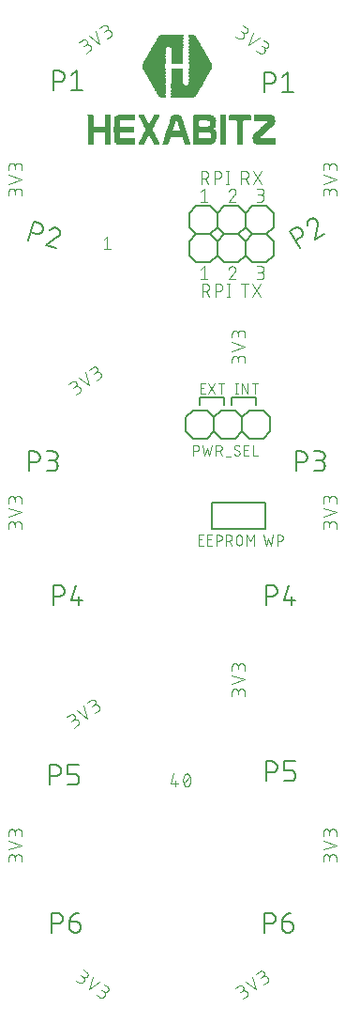
<source format=gbr>
G04 EAGLE Gerber RS-274X export*
G75*
%MOMM*%
%FSLAX34Y34*%
%LPD*%
%INSilkscreen Top*%
%IPPOS*%
%AMOC8*
5,1,8,0,0,1.08239X$1,22.5*%
G01*
%ADD10C,0.101600*%
%ADD11C,0.152400*%
%ADD12C,0.076200*%
%ADD13C,0.127000*%
%ADD14R,0.345438X0.020319*%
%ADD15R,1.950719X0.020319*%
%ADD16R,0.467356X0.020319*%
%ADD17R,2.072637X0.020319*%
%ADD18R,0.508000X0.020319*%
%ADD19R,2.113281X0.020319*%
%ADD20R,0.528319X0.020319*%
%ADD21R,2.133600X0.020319*%
%ADD22R,0.568956X0.020319*%
%ADD23R,2.174238X0.020319*%
%ADD24R,0.589275X0.020319*%
%ADD25R,2.194556X0.020319*%
%ADD26R,0.609600X0.020319*%
%ADD27R,2.214881X0.020319*%
%ADD28R,0.629919X0.020319*%
%ADD29R,2.235200X0.020319*%
%ADD30R,0.650238X0.020319*%
%ADD31R,2.255519X0.020319*%
%ADD32R,0.670556X0.020319*%
%ADD33R,2.275838X0.020319*%
%ADD34R,0.690875X0.020319*%
%ADD35R,2.296156X0.020319*%
%ADD36R,2.316481X0.020319*%
%ADD37R,0.711200X0.020319*%
%ADD38R,2.336800X0.020319*%
%ADD39R,0.731519X0.020319*%
%ADD40R,0.751838X0.020319*%
%ADD41R,2.357119X0.020319*%
%ADD42R,0.772156X0.020319*%
%ADD43R,2.377438X0.020319*%
%ADD44R,0.792475X0.020319*%
%ADD45R,2.397756X0.020319*%
%ADD46R,2.418081X0.020319*%
%ADD47R,0.812800X0.020319*%
%ADD48R,0.833119X0.020319*%
%ADD49R,2.438400X0.020319*%
%ADD50R,2.458719X0.020319*%
%ADD51R,0.853438X0.020319*%
%ADD52R,0.894081X0.020319*%
%ADD53R,2.479038X0.020319*%
%ADD54R,2.499356X0.020319*%
%ADD55R,0.914400X0.020319*%
%ADD56R,0.934719X0.020319*%
%ADD57R,2.519681X0.020319*%
%ADD58R,0.955038X0.020319*%
%ADD59R,2.540000X0.020319*%
%ADD60R,0.975363X0.020319*%
%ADD61R,2.560319X0.020319*%
%ADD62R,2.580637X0.020319*%
%ADD63R,0.995681X0.020319*%
%ADD64R,2.600956X0.020319*%
%ADD65R,1.016000X0.020319*%
%ADD66R,2.621281X0.020319*%
%ADD67R,1.036319X0.020319*%
%ADD68R,2.641600X0.020319*%
%ADD69R,1.056638X0.020319*%
%ADD70R,2.661919X0.020319*%
%ADD71R,1.076963X0.020319*%
%ADD72R,1.097281X0.020319*%
%ADD73R,1.117600X0.020319*%
%ADD74R,2.682238X0.020319*%
%ADD75R,2.702556X0.020319*%
%ADD76R,1.137919X0.020319*%
%ADD77R,2.722881X0.020319*%
%ADD78R,2.743200X0.020319*%
%ADD79R,1.158238X0.020319*%
%ADD80R,1.280156X0.020319*%
%ADD81R,1.341119X0.020319*%
%ADD82R,1.178556X0.020319*%
%ADD83R,1.259838X0.020319*%
%ADD84R,1.219200X0.020319*%
%ADD85R,1.300481X0.020319*%
%ADD86R,1.300475X0.020319*%
%ADD87R,1.198875X0.020319*%
%ADD88R,1.239519X0.020319*%
%ADD89R,1.076956X0.020319*%
%ADD90R,1.320800X0.020319*%
%ADD91R,1.361438X0.020319*%
%ADD92R,1.381756X0.020319*%
%ADD93R,1.402075X0.020319*%
%ADD94R,1.422400X0.020319*%
%ADD95R,1.564638X0.020319*%
%ADD96R,0.548638X0.020319*%
%ADD97R,1.544319X0.020319*%
%ADD98R,1.666238X0.020319*%
%ADD99R,1.645919X0.020319*%
%ADD100R,1.747519X0.020319*%
%ADD101R,1.442719X0.020319*%
%ADD102R,1.686556X0.020319*%
%ADD103R,1.727200X0.020319*%
%ADD104R,1.808475X0.020319*%
%ADD105R,1.463037X0.020319*%
%ADD106R,1.706875X0.020319*%
%ADD107R,0.568963X0.020319*%
%ADD108R,1.828800X0.020319*%
%ADD109R,1.788156X0.020319*%
%ADD110R,1.849119X0.020319*%
%ADD111R,1.483356X0.020319*%
%ADD112R,0.589281X0.020319*%
%ADD113R,1.889756X0.020319*%
%ADD114R,1.767838X0.020319*%
%ADD115R,1.910075X0.020319*%
%ADD116R,1.503675X0.020319*%
%ADD117R,1.930400X0.020319*%
%ADD118R,1.524000X0.020319*%
%ADD119R,1.971037X0.020319*%
%ADD120R,1.991356X0.020319*%
%ADD121R,1.869438X0.020319*%
%ADD122R,1.584956X0.020319*%
%ADD123R,2.011675X0.020319*%
%ADD124R,1.605275X0.020319*%
%ADD125R,2.032000X0.020319*%
%ADD126R,1.625600X0.020319*%
%ADD127R,2.052319X0.020319*%
%ADD128R,0.690881X0.020319*%
%ADD129R,2.092956X0.020319*%
%ADD130R,0.772163X0.020319*%
%ADD131R,2.011681X0.020319*%
%ADD132R,1.910081X0.020319*%
%ADD133R,0.873756X0.020319*%
%ADD134R,1.889763X0.020319*%
%ADD135R,0.670563X0.020319*%
%ADD136R,1.808481X0.020319*%
%ADD137R,0.792481X0.020319*%
%ADD138R,2.113275X0.020319*%
%ADD139R,0.894075X0.020319*%
%ADD140R,0.487681X0.020319*%
%ADD141R,0.975356X0.020319*%
%ADD142R,1.706881X0.020319*%
%ADD143R,1.503681X0.020319*%
%ADD144R,1.605281X0.020319*%
%ADD145R,0.487675X0.020319*%
%ADD146R,0.447038X0.020319*%
%ADD147R,0.060963X0.020319*%
%ADD148R,1.402081X0.020319*%
%ADD149R,1.280163X0.020319*%
%ADD150R,1.097275X0.020319*%
%ADD151R,2.722875X0.020319*%
%ADD152R,2.621275X0.020319*%
%ADD153R,0.995675X0.020319*%
%ADD154R,2.519675X0.020319*%
%ADD155R,2.418075X0.020319*%
%ADD156R,2.316475X0.020319*%
%ADD157R,2.214875X0.020319*%
%ADD158R,2.153919X0.020319*%
%ADD159R,0.426719X0.020319*%
%ADD160R,0.386075X0.020319*%


D10*
X-88397Y-421818D02*
X-85739Y-423679D01*
X-85739Y-423680D02*
X-85645Y-423743D01*
X-85549Y-423803D01*
X-85451Y-423860D01*
X-85351Y-423913D01*
X-85249Y-423963D01*
X-85145Y-424009D01*
X-85040Y-424051D01*
X-84934Y-424090D01*
X-84826Y-424125D01*
X-84717Y-424156D01*
X-84607Y-424184D01*
X-84496Y-424207D01*
X-84385Y-424227D01*
X-84273Y-424243D01*
X-84160Y-424255D01*
X-84047Y-424263D01*
X-83934Y-424267D01*
X-83820Y-424267D01*
X-83707Y-424263D01*
X-83594Y-424255D01*
X-83481Y-424243D01*
X-83369Y-424227D01*
X-83258Y-424207D01*
X-83147Y-424184D01*
X-83037Y-424156D01*
X-82928Y-424125D01*
X-82820Y-424090D01*
X-82714Y-424051D01*
X-82609Y-424009D01*
X-82505Y-423963D01*
X-82403Y-423913D01*
X-82303Y-423860D01*
X-82205Y-423803D01*
X-82109Y-423743D01*
X-82015Y-423680D01*
X-81924Y-423613D01*
X-81834Y-423544D01*
X-81747Y-423471D01*
X-81663Y-423395D01*
X-81582Y-423316D01*
X-81503Y-423235D01*
X-81427Y-423151D01*
X-81354Y-423064D01*
X-81285Y-422974D01*
X-81218Y-422883D01*
X-81155Y-422789D01*
X-81095Y-422693D01*
X-81038Y-422595D01*
X-80985Y-422495D01*
X-80935Y-422393D01*
X-80889Y-422289D01*
X-80847Y-422184D01*
X-80808Y-422078D01*
X-80773Y-421970D01*
X-80742Y-421861D01*
X-80714Y-421751D01*
X-80691Y-421640D01*
X-80671Y-421529D01*
X-80655Y-421417D01*
X-80643Y-421304D01*
X-80635Y-421191D01*
X-80631Y-421078D01*
X-80631Y-420964D01*
X-80635Y-420851D01*
X-80643Y-420738D01*
X-80655Y-420625D01*
X-80671Y-420513D01*
X-80691Y-420402D01*
X-80714Y-420291D01*
X-80742Y-420181D01*
X-80773Y-420072D01*
X-80808Y-419964D01*
X-80847Y-419858D01*
X-80889Y-419753D01*
X-80935Y-419649D01*
X-80985Y-419547D01*
X-81038Y-419447D01*
X-81095Y-419349D01*
X-81155Y-419253D01*
X-81218Y-419159D01*
X-81285Y-419068D01*
X-81354Y-418978D01*
X-81427Y-418891D01*
X-81503Y-418807D01*
X-81582Y-418726D01*
X-81663Y-418647D01*
X-81747Y-418571D01*
X-81834Y-418498D01*
X-81923Y-418429D01*
X-82015Y-418362D01*
X-78505Y-414481D02*
X-81696Y-412247D01*
X-78506Y-414481D02*
X-78425Y-414541D01*
X-78346Y-414603D01*
X-78269Y-414669D01*
X-78195Y-414737D01*
X-78124Y-414808D01*
X-78056Y-414882D01*
X-77990Y-414959D01*
X-77928Y-415038D01*
X-77868Y-415119D01*
X-77812Y-415203D01*
X-77759Y-415288D01*
X-77710Y-415376D01*
X-77664Y-415465D01*
X-77621Y-415557D01*
X-77582Y-415650D01*
X-77547Y-415744D01*
X-77515Y-415839D01*
X-77487Y-415936D01*
X-77463Y-416034D01*
X-77443Y-416132D01*
X-77426Y-416232D01*
X-77414Y-416332D01*
X-77405Y-416432D01*
X-77400Y-416532D01*
X-77399Y-416633D01*
X-77402Y-416734D01*
X-77409Y-416834D01*
X-77420Y-416934D01*
X-77434Y-417034D01*
X-77453Y-417133D01*
X-77475Y-417231D01*
X-77501Y-417328D01*
X-77531Y-417425D01*
X-77564Y-417519D01*
X-77601Y-417613D01*
X-77642Y-417705D01*
X-77687Y-417796D01*
X-77734Y-417884D01*
X-77786Y-417971D01*
X-77840Y-418055D01*
X-77898Y-418138D01*
X-77959Y-418218D01*
X-78023Y-418296D01*
X-78090Y-418371D01*
X-78159Y-418444D01*
X-78232Y-418513D01*
X-78307Y-418580D01*
X-78385Y-418644D01*
X-78465Y-418705D01*
X-78548Y-418763D01*
X-78632Y-418817D01*
X-78719Y-418869D01*
X-78807Y-418916D01*
X-78898Y-418961D01*
X-78990Y-419002D01*
X-79084Y-419039D01*
X-79178Y-419072D01*
X-79275Y-419102D01*
X-79372Y-419128D01*
X-79470Y-419150D01*
X-79569Y-419169D01*
X-79669Y-419183D01*
X-79769Y-419194D01*
X-79869Y-419201D01*
X-79970Y-419204D01*
X-80071Y-419203D01*
X-80171Y-419198D01*
X-80271Y-419189D01*
X-80371Y-419177D01*
X-80471Y-419160D01*
X-80569Y-419140D01*
X-80667Y-419116D01*
X-80764Y-419088D01*
X-80859Y-419056D01*
X-80953Y-419021D01*
X-81046Y-418982D01*
X-81138Y-418939D01*
X-81227Y-418893D01*
X-81315Y-418844D01*
X-81400Y-418791D01*
X-81484Y-418735D01*
X-83611Y-417245D01*
X-72864Y-418431D02*
X-76376Y-430235D01*
X-66484Y-422898D01*
X-69671Y-434930D02*
X-67013Y-436791D01*
X-67013Y-436792D02*
X-66919Y-436855D01*
X-66823Y-436915D01*
X-66725Y-436972D01*
X-66625Y-437025D01*
X-66523Y-437075D01*
X-66419Y-437121D01*
X-66314Y-437163D01*
X-66208Y-437202D01*
X-66100Y-437237D01*
X-65991Y-437268D01*
X-65881Y-437296D01*
X-65770Y-437319D01*
X-65659Y-437339D01*
X-65547Y-437355D01*
X-65434Y-437367D01*
X-65321Y-437375D01*
X-65208Y-437379D01*
X-65094Y-437379D01*
X-64981Y-437375D01*
X-64868Y-437367D01*
X-64755Y-437355D01*
X-64643Y-437339D01*
X-64532Y-437319D01*
X-64421Y-437296D01*
X-64311Y-437268D01*
X-64202Y-437237D01*
X-64094Y-437202D01*
X-63988Y-437163D01*
X-63883Y-437121D01*
X-63779Y-437075D01*
X-63677Y-437025D01*
X-63577Y-436972D01*
X-63479Y-436915D01*
X-63383Y-436855D01*
X-63289Y-436792D01*
X-63198Y-436725D01*
X-63108Y-436656D01*
X-63021Y-436583D01*
X-62937Y-436507D01*
X-62856Y-436428D01*
X-62777Y-436347D01*
X-62701Y-436263D01*
X-62628Y-436176D01*
X-62559Y-436086D01*
X-62492Y-435995D01*
X-62429Y-435901D01*
X-62369Y-435805D01*
X-62312Y-435707D01*
X-62259Y-435607D01*
X-62209Y-435505D01*
X-62163Y-435401D01*
X-62121Y-435296D01*
X-62082Y-435190D01*
X-62047Y-435082D01*
X-62016Y-434973D01*
X-61988Y-434863D01*
X-61965Y-434752D01*
X-61945Y-434641D01*
X-61929Y-434529D01*
X-61917Y-434416D01*
X-61909Y-434303D01*
X-61905Y-434190D01*
X-61905Y-434076D01*
X-61909Y-433963D01*
X-61917Y-433850D01*
X-61929Y-433737D01*
X-61945Y-433625D01*
X-61965Y-433514D01*
X-61988Y-433403D01*
X-62016Y-433293D01*
X-62047Y-433184D01*
X-62082Y-433076D01*
X-62121Y-432970D01*
X-62163Y-432865D01*
X-62209Y-432761D01*
X-62259Y-432659D01*
X-62312Y-432559D01*
X-62369Y-432461D01*
X-62429Y-432365D01*
X-62492Y-432271D01*
X-62559Y-432180D01*
X-62628Y-432090D01*
X-62701Y-432003D01*
X-62777Y-431919D01*
X-62856Y-431838D01*
X-62937Y-431759D01*
X-63021Y-431683D01*
X-63108Y-431610D01*
X-63197Y-431541D01*
X-63289Y-431474D01*
X-59779Y-427593D02*
X-62970Y-425359D01*
X-59780Y-427593D02*
X-59699Y-427653D01*
X-59620Y-427715D01*
X-59543Y-427781D01*
X-59469Y-427849D01*
X-59398Y-427920D01*
X-59330Y-427994D01*
X-59264Y-428071D01*
X-59202Y-428150D01*
X-59142Y-428231D01*
X-59086Y-428315D01*
X-59033Y-428400D01*
X-58984Y-428488D01*
X-58938Y-428577D01*
X-58895Y-428669D01*
X-58856Y-428762D01*
X-58821Y-428856D01*
X-58789Y-428951D01*
X-58761Y-429048D01*
X-58737Y-429146D01*
X-58717Y-429244D01*
X-58700Y-429344D01*
X-58688Y-429444D01*
X-58679Y-429544D01*
X-58674Y-429644D01*
X-58673Y-429745D01*
X-58676Y-429846D01*
X-58683Y-429946D01*
X-58694Y-430046D01*
X-58708Y-430146D01*
X-58727Y-430245D01*
X-58749Y-430343D01*
X-58775Y-430440D01*
X-58805Y-430537D01*
X-58838Y-430631D01*
X-58875Y-430725D01*
X-58916Y-430817D01*
X-58961Y-430908D01*
X-59008Y-430996D01*
X-59060Y-431083D01*
X-59114Y-431167D01*
X-59172Y-431250D01*
X-59233Y-431330D01*
X-59297Y-431408D01*
X-59364Y-431483D01*
X-59433Y-431556D01*
X-59506Y-431625D01*
X-59581Y-431692D01*
X-59659Y-431756D01*
X-59739Y-431817D01*
X-59822Y-431875D01*
X-59906Y-431929D01*
X-59993Y-431981D01*
X-60081Y-432028D01*
X-60172Y-432073D01*
X-60264Y-432114D01*
X-60358Y-432151D01*
X-60452Y-432184D01*
X-60549Y-432214D01*
X-60646Y-432240D01*
X-60744Y-432262D01*
X-60843Y-432281D01*
X-60943Y-432295D01*
X-61043Y-432306D01*
X-61143Y-432313D01*
X-61244Y-432316D01*
X-61345Y-432315D01*
X-61445Y-432310D01*
X-61545Y-432301D01*
X-61645Y-432289D01*
X-61745Y-432272D01*
X-61843Y-432252D01*
X-61941Y-432228D01*
X-62038Y-432200D01*
X-62133Y-432168D01*
X-62227Y-432133D01*
X-62320Y-432094D01*
X-62412Y-432051D01*
X-62501Y-432005D01*
X-62589Y-431956D01*
X-62674Y-431903D01*
X-62758Y-431847D01*
X-62758Y-431846D02*
X-64885Y-430357D01*
X-137033Y-314713D02*
X-137033Y-311468D01*
X-137035Y-311355D01*
X-137041Y-311242D01*
X-137051Y-311129D01*
X-137065Y-311016D01*
X-137082Y-310904D01*
X-137104Y-310793D01*
X-137129Y-310683D01*
X-137159Y-310573D01*
X-137192Y-310465D01*
X-137229Y-310358D01*
X-137269Y-310252D01*
X-137314Y-310148D01*
X-137362Y-310045D01*
X-137413Y-309944D01*
X-137468Y-309845D01*
X-137526Y-309748D01*
X-137588Y-309653D01*
X-137653Y-309560D01*
X-137721Y-309470D01*
X-137792Y-309382D01*
X-137867Y-309296D01*
X-137944Y-309213D01*
X-138024Y-309133D01*
X-138107Y-309056D01*
X-138193Y-308981D01*
X-138281Y-308910D01*
X-138371Y-308842D01*
X-138464Y-308777D01*
X-138559Y-308715D01*
X-138656Y-308657D01*
X-138755Y-308602D01*
X-138856Y-308551D01*
X-138959Y-308503D01*
X-139063Y-308458D01*
X-139169Y-308418D01*
X-139276Y-308381D01*
X-139384Y-308348D01*
X-139494Y-308318D01*
X-139604Y-308293D01*
X-139715Y-308271D01*
X-139827Y-308254D01*
X-139940Y-308240D01*
X-140053Y-308230D01*
X-140166Y-308224D01*
X-140279Y-308222D01*
X-140392Y-308224D01*
X-140505Y-308230D01*
X-140618Y-308240D01*
X-140731Y-308254D01*
X-140843Y-308271D01*
X-140954Y-308293D01*
X-141064Y-308318D01*
X-141174Y-308348D01*
X-141282Y-308381D01*
X-141389Y-308418D01*
X-141495Y-308458D01*
X-141599Y-308503D01*
X-141702Y-308551D01*
X-141803Y-308602D01*
X-141902Y-308657D01*
X-141999Y-308715D01*
X-142094Y-308777D01*
X-142187Y-308842D01*
X-142277Y-308910D01*
X-142365Y-308981D01*
X-142451Y-309056D01*
X-142534Y-309133D01*
X-142614Y-309213D01*
X-142691Y-309296D01*
X-142766Y-309382D01*
X-142837Y-309470D01*
X-142905Y-309560D01*
X-142970Y-309653D01*
X-143032Y-309748D01*
X-143090Y-309845D01*
X-143145Y-309944D01*
X-143196Y-310045D01*
X-143244Y-310148D01*
X-143289Y-310252D01*
X-143329Y-310358D01*
X-143366Y-310465D01*
X-143399Y-310573D01*
X-143429Y-310683D01*
X-143454Y-310793D01*
X-143476Y-310904D01*
X-143493Y-311016D01*
X-143507Y-311129D01*
X-143517Y-311242D01*
X-143523Y-311355D01*
X-143525Y-311468D01*
X-148717Y-310818D02*
X-148717Y-314713D01*
X-148717Y-310818D02*
X-148715Y-310717D01*
X-148709Y-310617D01*
X-148699Y-310517D01*
X-148686Y-310417D01*
X-148668Y-310318D01*
X-148647Y-310219D01*
X-148622Y-310122D01*
X-148593Y-310025D01*
X-148560Y-309930D01*
X-148524Y-309836D01*
X-148484Y-309744D01*
X-148441Y-309653D01*
X-148394Y-309564D01*
X-148344Y-309477D01*
X-148290Y-309391D01*
X-148233Y-309308D01*
X-148173Y-309228D01*
X-148110Y-309149D01*
X-148043Y-309073D01*
X-147974Y-309000D01*
X-147902Y-308930D01*
X-147828Y-308862D01*
X-147751Y-308797D01*
X-147671Y-308736D01*
X-147589Y-308677D01*
X-147505Y-308622D01*
X-147419Y-308570D01*
X-147331Y-308521D01*
X-147241Y-308476D01*
X-147149Y-308434D01*
X-147056Y-308396D01*
X-146961Y-308362D01*
X-146866Y-308331D01*
X-146769Y-308304D01*
X-146671Y-308281D01*
X-146572Y-308261D01*
X-146472Y-308246D01*
X-146372Y-308234D01*
X-146272Y-308226D01*
X-146171Y-308222D01*
X-146071Y-308222D01*
X-145970Y-308226D01*
X-145870Y-308234D01*
X-145770Y-308246D01*
X-145670Y-308261D01*
X-145571Y-308281D01*
X-145473Y-308304D01*
X-145376Y-308331D01*
X-145281Y-308362D01*
X-145186Y-308396D01*
X-145093Y-308434D01*
X-145001Y-308476D01*
X-144911Y-308521D01*
X-144823Y-308570D01*
X-144737Y-308622D01*
X-144653Y-308677D01*
X-144571Y-308736D01*
X-144491Y-308797D01*
X-144414Y-308862D01*
X-144340Y-308930D01*
X-144268Y-309000D01*
X-144199Y-309073D01*
X-144132Y-309149D01*
X-144069Y-309228D01*
X-144009Y-309308D01*
X-143952Y-309391D01*
X-143898Y-309477D01*
X-143848Y-309564D01*
X-143801Y-309653D01*
X-143758Y-309744D01*
X-143718Y-309836D01*
X-143682Y-309930D01*
X-143649Y-310025D01*
X-143620Y-310122D01*
X-143595Y-310219D01*
X-143574Y-310318D01*
X-143556Y-310417D01*
X-143543Y-310517D01*
X-143533Y-310617D01*
X-143527Y-310717D01*
X-143525Y-310818D01*
X-143524Y-310818D02*
X-143524Y-313415D01*
X-148717Y-303932D02*
X-137033Y-300038D01*
X-148717Y-296143D01*
X-137033Y-291853D02*
X-137033Y-288608D01*
X-137035Y-288495D01*
X-137041Y-288382D01*
X-137051Y-288269D01*
X-137065Y-288156D01*
X-137082Y-288044D01*
X-137104Y-287933D01*
X-137129Y-287823D01*
X-137159Y-287713D01*
X-137192Y-287605D01*
X-137229Y-287498D01*
X-137269Y-287392D01*
X-137314Y-287288D01*
X-137362Y-287185D01*
X-137413Y-287084D01*
X-137468Y-286985D01*
X-137526Y-286888D01*
X-137588Y-286793D01*
X-137653Y-286700D01*
X-137721Y-286610D01*
X-137792Y-286522D01*
X-137867Y-286436D01*
X-137944Y-286353D01*
X-138024Y-286273D01*
X-138107Y-286196D01*
X-138193Y-286121D01*
X-138281Y-286050D01*
X-138371Y-285982D01*
X-138464Y-285917D01*
X-138559Y-285855D01*
X-138656Y-285797D01*
X-138755Y-285742D01*
X-138856Y-285691D01*
X-138959Y-285643D01*
X-139063Y-285598D01*
X-139169Y-285558D01*
X-139276Y-285521D01*
X-139384Y-285488D01*
X-139494Y-285458D01*
X-139604Y-285433D01*
X-139715Y-285411D01*
X-139827Y-285394D01*
X-139940Y-285380D01*
X-140053Y-285370D01*
X-140166Y-285364D01*
X-140279Y-285362D01*
X-140392Y-285364D01*
X-140505Y-285370D01*
X-140618Y-285380D01*
X-140731Y-285394D01*
X-140843Y-285411D01*
X-140954Y-285433D01*
X-141064Y-285458D01*
X-141174Y-285488D01*
X-141282Y-285521D01*
X-141389Y-285558D01*
X-141495Y-285598D01*
X-141599Y-285643D01*
X-141702Y-285691D01*
X-141803Y-285742D01*
X-141902Y-285797D01*
X-141999Y-285855D01*
X-142094Y-285917D01*
X-142187Y-285982D01*
X-142277Y-286050D01*
X-142365Y-286121D01*
X-142451Y-286196D01*
X-142534Y-286273D01*
X-142614Y-286353D01*
X-142691Y-286436D01*
X-142766Y-286522D01*
X-142837Y-286610D01*
X-142905Y-286700D01*
X-142970Y-286793D01*
X-143032Y-286888D01*
X-143090Y-286985D01*
X-143145Y-287084D01*
X-143196Y-287185D01*
X-143244Y-287288D01*
X-143289Y-287392D01*
X-143329Y-287498D01*
X-143366Y-287605D01*
X-143399Y-287713D01*
X-143429Y-287823D01*
X-143454Y-287933D01*
X-143476Y-288044D01*
X-143493Y-288156D01*
X-143507Y-288269D01*
X-143517Y-288382D01*
X-143523Y-288495D01*
X-143525Y-288608D01*
X-148717Y-287958D02*
X-148717Y-291853D01*
X-148717Y-287958D02*
X-148715Y-287857D01*
X-148709Y-287757D01*
X-148699Y-287657D01*
X-148686Y-287557D01*
X-148668Y-287458D01*
X-148647Y-287359D01*
X-148622Y-287262D01*
X-148593Y-287165D01*
X-148560Y-287070D01*
X-148524Y-286976D01*
X-148484Y-286884D01*
X-148441Y-286793D01*
X-148394Y-286704D01*
X-148344Y-286617D01*
X-148290Y-286531D01*
X-148233Y-286448D01*
X-148173Y-286368D01*
X-148110Y-286289D01*
X-148043Y-286213D01*
X-147974Y-286140D01*
X-147902Y-286070D01*
X-147828Y-286002D01*
X-147751Y-285937D01*
X-147671Y-285876D01*
X-147589Y-285817D01*
X-147505Y-285762D01*
X-147419Y-285710D01*
X-147331Y-285661D01*
X-147241Y-285616D01*
X-147149Y-285574D01*
X-147056Y-285536D01*
X-146961Y-285502D01*
X-146866Y-285471D01*
X-146769Y-285444D01*
X-146671Y-285421D01*
X-146572Y-285401D01*
X-146472Y-285386D01*
X-146372Y-285374D01*
X-146272Y-285366D01*
X-146171Y-285362D01*
X-146071Y-285362D01*
X-145970Y-285366D01*
X-145870Y-285374D01*
X-145770Y-285386D01*
X-145670Y-285401D01*
X-145571Y-285421D01*
X-145473Y-285444D01*
X-145376Y-285471D01*
X-145281Y-285502D01*
X-145186Y-285536D01*
X-145093Y-285574D01*
X-145001Y-285616D01*
X-144911Y-285661D01*
X-144823Y-285710D01*
X-144737Y-285762D01*
X-144653Y-285817D01*
X-144571Y-285876D01*
X-144491Y-285937D01*
X-144414Y-286002D01*
X-144340Y-286070D01*
X-144268Y-286140D01*
X-144199Y-286213D01*
X-144132Y-286289D01*
X-144069Y-286368D01*
X-144009Y-286448D01*
X-143952Y-286531D01*
X-143898Y-286617D01*
X-143848Y-286704D01*
X-143801Y-286793D01*
X-143758Y-286884D01*
X-143718Y-286976D01*
X-143682Y-287070D01*
X-143649Y-287165D01*
X-143620Y-287262D01*
X-143595Y-287359D01*
X-143574Y-287458D01*
X-143556Y-287557D01*
X-143543Y-287657D01*
X-143533Y-287757D01*
X-143527Y-287857D01*
X-143525Y-287958D01*
X-143524Y-287958D02*
X-143524Y-290555D01*
X62767Y-438653D02*
X65425Y-436791D01*
X65426Y-436792D02*
X65518Y-436725D01*
X65607Y-436656D01*
X65694Y-436583D01*
X65778Y-436507D01*
X65859Y-436428D01*
X65938Y-436347D01*
X66014Y-436263D01*
X66087Y-436176D01*
X66156Y-436086D01*
X66223Y-435995D01*
X66286Y-435901D01*
X66346Y-435805D01*
X66403Y-435707D01*
X66456Y-435607D01*
X66506Y-435505D01*
X66552Y-435401D01*
X66594Y-435296D01*
X66633Y-435190D01*
X66668Y-435082D01*
X66699Y-434973D01*
X66727Y-434863D01*
X66750Y-434752D01*
X66770Y-434641D01*
X66786Y-434529D01*
X66798Y-434416D01*
X66806Y-434303D01*
X66810Y-434190D01*
X66810Y-434076D01*
X66806Y-433963D01*
X66798Y-433850D01*
X66786Y-433737D01*
X66770Y-433625D01*
X66750Y-433514D01*
X66727Y-433403D01*
X66699Y-433293D01*
X66668Y-433184D01*
X66633Y-433076D01*
X66594Y-432970D01*
X66552Y-432865D01*
X66506Y-432761D01*
X66456Y-432659D01*
X66403Y-432559D01*
X66346Y-432461D01*
X66286Y-432365D01*
X66223Y-432271D01*
X66156Y-432180D01*
X66087Y-432090D01*
X66014Y-432003D01*
X65938Y-431919D01*
X65859Y-431838D01*
X65778Y-431759D01*
X65694Y-431683D01*
X65607Y-431610D01*
X65518Y-431541D01*
X65426Y-431474D01*
X65332Y-431411D01*
X65236Y-431351D01*
X65138Y-431294D01*
X65038Y-431241D01*
X64936Y-431191D01*
X64832Y-431145D01*
X64727Y-431103D01*
X64621Y-431064D01*
X64513Y-431029D01*
X64404Y-430998D01*
X64294Y-430970D01*
X64183Y-430947D01*
X64072Y-430927D01*
X63960Y-430911D01*
X63847Y-430899D01*
X63734Y-430891D01*
X63621Y-430887D01*
X63507Y-430887D01*
X63394Y-430891D01*
X63281Y-430899D01*
X63168Y-430911D01*
X63056Y-430927D01*
X62945Y-430947D01*
X62834Y-430970D01*
X62724Y-430998D01*
X62615Y-431029D01*
X62507Y-431064D01*
X62401Y-431103D01*
X62296Y-431145D01*
X62192Y-431191D01*
X62090Y-431241D01*
X61990Y-431294D01*
X61892Y-431351D01*
X61796Y-431411D01*
X61702Y-431474D01*
X59255Y-426848D02*
X56065Y-429082D01*
X59256Y-426848D02*
X59340Y-426792D01*
X59425Y-426739D01*
X59513Y-426690D01*
X59602Y-426644D01*
X59694Y-426601D01*
X59787Y-426562D01*
X59881Y-426527D01*
X59976Y-426495D01*
X60073Y-426467D01*
X60171Y-426443D01*
X60269Y-426423D01*
X60369Y-426406D01*
X60469Y-426394D01*
X60569Y-426385D01*
X60669Y-426380D01*
X60770Y-426379D01*
X60871Y-426382D01*
X60971Y-426389D01*
X61071Y-426400D01*
X61171Y-426414D01*
X61270Y-426433D01*
X61368Y-426455D01*
X61465Y-426481D01*
X61562Y-426511D01*
X61656Y-426544D01*
X61750Y-426581D01*
X61842Y-426622D01*
X61933Y-426667D01*
X62021Y-426714D01*
X62108Y-426766D01*
X62192Y-426820D01*
X62275Y-426878D01*
X62355Y-426939D01*
X62433Y-427003D01*
X62508Y-427070D01*
X62581Y-427139D01*
X62650Y-427212D01*
X62717Y-427287D01*
X62781Y-427365D01*
X62842Y-427445D01*
X62900Y-427528D01*
X62954Y-427612D01*
X63006Y-427699D01*
X63053Y-427787D01*
X63098Y-427878D01*
X63139Y-427970D01*
X63176Y-428064D01*
X63209Y-428158D01*
X63239Y-428255D01*
X63265Y-428352D01*
X63287Y-428450D01*
X63306Y-428549D01*
X63320Y-428649D01*
X63331Y-428749D01*
X63338Y-428849D01*
X63341Y-428950D01*
X63340Y-429051D01*
X63335Y-429151D01*
X63326Y-429251D01*
X63314Y-429351D01*
X63297Y-429451D01*
X63277Y-429549D01*
X63253Y-429647D01*
X63225Y-429744D01*
X63193Y-429839D01*
X63158Y-429933D01*
X63119Y-430026D01*
X63076Y-430118D01*
X63030Y-430207D01*
X62981Y-430295D01*
X62928Y-430380D01*
X62872Y-430464D01*
X62812Y-430545D01*
X62750Y-430624D01*
X62684Y-430701D01*
X62616Y-430775D01*
X62545Y-430846D01*
X62471Y-430914D01*
X62394Y-430980D01*
X62315Y-431042D01*
X62234Y-431102D01*
X60107Y-432591D01*
X64896Y-422898D02*
X74788Y-430235D01*
X71277Y-418431D01*
X81493Y-425541D02*
X84151Y-423679D01*
X84152Y-423680D02*
X84244Y-423613D01*
X84333Y-423544D01*
X84420Y-423471D01*
X84504Y-423395D01*
X84585Y-423316D01*
X84664Y-423235D01*
X84740Y-423151D01*
X84813Y-423064D01*
X84882Y-422974D01*
X84949Y-422883D01*
X85012Y-422789D01*
X85072Y-422693D01*
X85129Y-422595D01*
X85182Y-422495D01*
X85232Y-422393D01*
X85278Y-422289D01*
X85320Y-422184D01*
X85359Y-422078D01*
X85394Y-421970D01*
X85425Y-421861D01*
X85453Y-421751D01*
X85476Y-421640D01*
X85496Y-421529D01*
X85512Y-421417D01*
X85524Y-421304D01*
X85532Y-421191D01*
X85536Y-421078D01*
X85536Y-420964D01*
X85532Y-420851D01*
X85524Y-420738D01*
X85512Y-420625D01*
X85496Y-420513D01*
X85476Y-420402D01*
X85453Y-420291D01*
X85425Y-420181D01*
X85394Y-420072D01*
X85359Y-419964D01*
X85320Y-419858D01*
X85278Y-419753D01*
X85232Y-419649D01*
X85182Y-419547D01*
X85129Y-419447D01*
X85072Y-419349D01*
X85012Y-419253D01*
X84949Y-419159D01*
X84882Y-419068D01*
X84813Y-418978D01*
X84740Y-418891D01*
X84664Y-418807D01*
X84585Y-418726D01*
X84504Y-418647D01*
X84420Y-418571D01*
X84333Y-418498D01*
X84244Y-418429D01*
X84152Y-418362D01*
X84058Y-418299D01*
X83962Y-418239D01*
X83864Y-418182D01*
X83764Y-418129D01*
X83662Y-418079D01*
X83558Y-418033D01*
X83453Y-417991D01*
X83347Y-417952D01*
X83239Y-417917D01*
X83130Y-417886D01*
X83020Y-417858D01*
X82909Y-417835D01*
X82798Y-417815D01*
X82686Y-417799D01*
X82573Y-417787D01*
X82460Y-417779D01*
X82347Y-417775D01*
X82233Y-417775D01*
X82120Y-417779D01*
X82007Y-417787D01*
X81894Y-417799D01*
X81782Y-417815D01*
X81671Y-417835D01*
X81560Y-417858D01*
X81450Y-417886D01*
X81341Y-417917D01*
X81233Y-417952D01*
X81127Y-417991D01*
X81022Y-418033D01*
X80918Y-418079D01*
X80816Y-418129D01*
X80716Y-418182D01*
X80618Y-418239D01*
X80522Y-418299D01*
X80428Y-418362D01*
X77981Y-413736D02*
X74791Y-415970D01*
X77981Y-413736D02*
X78065Y-413680D01*
X78150Y-413627D01*
X78238Y-413578D01*
X78327Y-413532D01*
X78419Y-413489D01*
X78512Y-413450D01*
X78606Y-413415D01*
X78701Y-413383D01*
X78798Y-413355D01*
X78896Y-413331D01*
X78994Y-413311D01*
X79094Y-413294D01*
X79194Y-413282D01*
X79294Y-413273D01*
X79394Y-413268D01*
X79495Y-413267D01*
X79596Y-413270D01*
X79696Y-413277D01*
X79796Y-413288D01*
X79896Y-413302D01*
X79995Y-413321D01*
X80093Y-413343D01*
X80190Y-413369D01*
X80287Y-413399D01*
X80381Y-413432D01*
X80475Y-413469D01*
X80567Y-413510D01*
X80658Y-413555D01*
X80746Y-413602D01*
X80833Y-413654D01*
X80917Y-413708D01*
X81000Y-413766D01*
X81080Y-413827D01*
X81158Y-413891D01*
X81233Y-413958D01*
X81306Y-414027D01*
X81375Y-414100D01*
X81442Y-414175D01*
X81506Y-414253D01*
X81567Y-414333D01*
X81625Y-414416D01*
X81679Y-414500D01*
X81731Y-414587D01*
X81778Y-414675D01*
X81823Y-414766D01*
X81864Y-414858D01*
X81901Y-414952D01*
X81934Y-415046D01*
X81964Y-415143D01*
X81990Y-415240D01*
X82012Y-415338D01*
X82031Y-415437D01*
X82045Y-415537D01*
X82056Y-415637D01*
X82063Y-415737D01*
X82066Y-415838D01*
X82065Y-415939D01*
X82060Y-416039D01*
X82051Y-416139D01*
X82039Y-416239D01*
X82022Y-416339D01*
X82002Y-416437D01*
X81978Y-416535D01*
X81950Y-416632D01*
X81918Y-416727D01*
X81883Y-416821D01*
X81844Y-416914D01*
X81801Y-417006D01*
X81755Y-417095D01*
X81706Y-417183D01*
X81653Y-417268D01*
X81597Y-417352D01*
X81537Y-417433D01*
X81475Y-417512D01*
X81409Y-417589D01*
X81341Y-417663D01*
X81270Y-417734D01*
X81196Y-417802D01*
X81119Y-417868D01*
X81040Y-417930D01*
X80959Y-417990D01*
X80960Y-417990D02*
X78833Y-419479D01*
D11*
X-108186Y380048D02*
X-108186Y397828D01*
X-103248Y397828D01*
X-103108Y397826D01*
X-102969Y397820D01*
X-102829Y397810D01*
X-102690Y397796D01*
X-102551Y397779D01*
X-102413Y397757D01*
X-102276Y397731D01*
X-102139Y397702D01*
X-102003Y397669D01*
X-101869Y397632D01*
X-101735Y397591D01*
X-101603Y397546D01*
X-101471Y397497D01*
X-101342Y397445D01*
X-101214Y397390D01*
X-101087Y397330D01*
X-100962Y397267D01*
X-100839Y397201D01*
X-100718Y397131D01*
X-100599Y397058D01*
X-100482Y396981D01*
X-100368Y396901D01*
X-100255Y396818D01*
X-100145Y396732D01*
X-100038Y396642D01*
X-99933Y396550D01*
X-99831Y396455D01*
X-99731Y396357D01*
X-99634Y396256D01*
X-99540Y396152D01*
X-99450Y396046D01*
X-99362Y395937D01*
X-99277Y395826D01*
X-99196Y395712D01*
X-99117Y395597D01*
X-99042Y395479D01*
X-98971Y395359D01*
X-98903Y395236D01*
X-98838Y395113D01*
X-98777Y394987D01*
X-98719Y394859D01*
X-98665Y394731D01*
X-98615Y394600D01*
X-98568Y394468D01*
X-98525Y394335D01*
X-98486Y394201D01*
X-98451Y394066D01*
X-98420Y393930D01*
X-98392Y393792D01*
X-98369Y393655D01*
X-98349Y393516D01*
X-98333Y393377D01*
X-98321Y393238D01*
X-98313Y393099D01*
X-98309Y392959D01*
X-98309Y392819D01*
X-98313Y392679D01*
X-98321Y392540D01*
X-98333Y392401D01*
X-98349Y392262D01*
X-98369Y392123D01*
X-98392Y391986D01*
X-98420Y391848D01*
X-98451Y391712D01*
X-98486Y391577D01*
X-98525Y391443D01*
X-98568Y391310D01*
X-98615Y391178D01*
X-98665Y391047D01*
X-98719Y390919D01*
X-98777Y390791D01*
X-98838Y390665D01*
X-98903Y390542D01*
X-98971Y390420D01*
X-99042Y390299D01*
X-99117Y390181D01*
X-99196Y390066D01*
X-99277Y389952D01*
X-99362Y389841D01*
X-99450Y389732D01*
X-99540Y389626D01*
X-99634Y389522D01*
X-99731Y389421D01*
X-99831Y389323D01*
X-99933Y389228D01*
X-100038Y389136D01*
X-100145Y389046D01*
X-100255Y388960D01*
X-100368Y388877D01*
X-100482Y388797D01*
X-100599Y388720D01*
X-100718Y388647D01*
X-100839Y388577D01*
X-100962Y388511D01*
X-101087Y388448D01*
X-101214Y388388D01*
X-101342Y388333D01*
X-101471Y388281D01*
X-101603Y388232D01*
X-101735Y388187D01*
X-101869Y388146D01*
X-102003Y388109D01*
X-102139Y388076D01*
X-102276Y388047D01*
X-102413Y388021D01*
X-102551Y387999D01*
X-102690Y387982D01*
X-102829Y387968D01*
X-102969Y387958D01*
X-103108Y387952D01*
X-103248Y387950D01*
X-108186Y387950D01*
X-92191Y393876D02*
X-87252Y397828D01*
X-87252Y380048D01*
X-82314Y380048D02*
X-92191Y380048D01*
X105002Y253643D02*
X113892Y238245D01*
X105002Y253643D02*
X109279Y256113D01*
X109279Y256112D02*
X109401Y256180D01*
X109524Y256245D01*
X109650Y256306D01*
X109778Y256364D01*
X109906Y256418D01*
X110037Y256468D01*
X110169Y256515D01*
X110302Y256558D01*
X110436Y256597D01*
X110571Y256632D01*
X110707Y256663D01*
X110845Y256691D01*
X110982Y256714D01*
X111121Y256734D01*
X111260Y256750D01*
X111399Y256762D01*
X111538Y256770D01*
X111678Y256774D01*
X111818Y256774D01*
X111958Y256770D01*
X112097Y256762D01*
X112236Y256750D01*
X112375Y256734D01*
X112514Y256714D01*
X112652Y256691D01*
X112789Y256663D01*
X112925Y256632D01*
X113060Y256597D01*
X113194Y256558D01*
X113327Y256515D01*
X113459Y256468D01*
X113590Y256418D01*
X113718Y256364D01*
X113846Y256306D01*
X113972Y256245D01*
X114095Y256180D01*
X114218Y256112D01*
X114338Y256041D01*
X114456Y255966D01*
X114571Y255887D01*
X114685Y255806D01*
X114796Y255721D01*
X114905Y255633D01*
X115011Y255543D01*
X115115Y255449D01*
X115216Y255352D01*
X115314Y255252D01*
X115409Y255150D01*
X115501Y255045D01*
X115591Y254938D01*
X115677Y254828D01*
X115760Y254715D01*
X115840Y254601D01*
X115917Y254484D01*
X115990Y254365D01*
X116060Y254244D01*
X116126Y254121D01*
X116189Y253996D01*
X116249Y253869D01*
X116304Y253741D01*
X116356Y253611D01*
X116405Y253480D01*
X116450Y253348D01*
X116491Y253214D01*
X116528Y253080D01*
X116561Y252944D01*
X116590Y252807D01*
X116616Y252670D01*
X116638Y252532D01*
X116655Y252393D01*
X116669Y252254D01*
X116679Y252114D01*
X116685Y251975D01*
X116687Y251835D01*
X116685Y251695D01*
X116679Y251556D01*
X116669Y251416D01*
X116655Y251277D01*
X116638Y251138D01*
X116616Y251000D01*
X116590Y250863D01*
X116561Y250726D01*
X116528Y250590D01*
X116490Y250456D01*
X116450Y250322D01*
X116405Y250190D01*
X116356Y250058D01*
X116304Y249929D01*
X116249Y249801D01*
X116189Y249674D01*
X116126Y249549D01*
X116060Y249426D01*
X115990Y249305D01*
X115917Y249186D01*
X115840Y249069D01*
X115760Y248955D01*
X115677Y248842D01*
X115591Y248732D01*
X115501Y248625D01*
X115409Y248520D01*
X115314Y248418D01*
X115216Y248318D01*
X115115Y248221D01*
X115011Y248127D01*
X114905Y248037D01*
X114796Y247949D01*
X114685Y247864D01*
X114571Y247783D01*
X114456Y247704D01*
X114338Y247629D01*
X114218Y247558D01*
X109941Y245089D01*
X123558Y264357D02*
X123674Y264422D01*
X123790Y264482D01*
X123909Y264540D01*
X124029Y264593D01*
X124151Y264643D01*
X124274Y264690D01*
X124399Y264733D01*
X124525Y264772D01*
X124652Y264807D01*
X124780Y264839D01*
X124908Y264867D01*
X125038Y264890D01*
X125168Y264911D01*
X125299Y264927D01*
X125430Y264939D01*
X125561Y264948D01*
X125693Y264952D01*
X125825Y264953D01*
X125957Y264950D01*
X126088Y264942D01*
X126219Y264931D01*
X126350Y264916D01*
X126481Y264898D01*
X126610Y264875D01*
X126739Y264848D01*
X126868Y264818D01*
X126995Y264784D01*
X127121Y264746D01*
X127246Y264705D01*
X127370Y264659D01*
X127492Y264610D01*
X127613Y264558D01*
X127732Y264502D01*
X127850Y264442D01*
X127965Y264379D01*
X128079Y264313D01*
X128191Y264243D01*
X128300Y264170D01*
X128408Y264094D01*
X128513Y264014D01*
X128616Y263932D01*
X128716Y263846D01*
X128814Y263758D01*
X128909Y263667D01*
X129001Y263573D01*
X129090Y263476D01*
X129177Y263376D01*
X129260Y263274D01*
X129341Y263170D01*
X129418Y263064D01*
X129492Y262955D01*
X129563Y262844D01*
X129630Y262730D01*
X123558Y264358D02*
X123430Y264281D01*
X123303Y264201D01*
X123179Y264118D01*
X123057Y264032D01*
X122937Y263942D01*
X122819Y263850D01*
X122704Y263754D01*
X122592Y263655D01*
X122482Y263554D01*
X122375Y263449D01*
X122271Y263342D01*
X122169Y263232D01*
X122070Y263120D01*
X121975Y263005D01*
X121882Y262887D01*
X121793Y262767D01*
X121706Y262645D01*
X121623Y262521D01*
X121543Y262394D01*
X121467Y262266D01*
X121394Y262135D01*
X121324Y262002D01*
X121258Y261868D01*
X121196Y261732D01*
X121137Y261595D01*
X121081Y261456D01*
X121030Y261315D01*
X120982Y261174D01*
X120937Y261031D01*
X120897Y260887D01*
X120860Y260742D01*
X120827Y260596D01*
X120798Y260449D01*
X120773Y260302D01*
X120751Y260153D01*
X120734Y260005D01*
X120720Y259856D01*
X120711Y259707D01*
X120705Y259557D01*
X120703Y259407D01*
X120705Y259258D01*
X120711Y259108D01*
X120721Y258959D01*
X120735Y258810D01*
X120753Y258661D01*
X120774Y258513D01*
X120800Y258366D01*
X120829Y258219D01*
X130076Y258995D02*
X130112Y259124D01*
X130144Y259253D01*
X130173Y259383D01*
X130198Y259514D01*
X130219Y259646D01*
X130236Y259778D01*
X130250Y259911D01*
X130261Y260043D01*
X130267Y260177D01*
X130270Y260310D01*
X130269Y260443D01*
X130264Y260576D01*
X130256Y260709D01*
X130244Y260842D01*
X130228Y260975D01*
X130209Y261106D01*
X130185Y261238D01*
X130159Y261368D01*
X130128Y261498D01*
X130094Y261627D01*
X130056Y261755D01*
X130015Y261882D01*
X129971Y262007D01*
X129922Y262131D01*
X129871Y262254D01*
X129816Y262376D01*
X129757Y262496D01*
X129695Y262614D01*
X129630Y262730D01*
X130076Y258995D02*
X127744Y246243D01*
X136298Y251182D01*
D10*
X25994Y205867D02*
X25994Y194183D01*
X25994Y205867D02*
X29240Y205867D01*
X29353Y205865D01*
X29466Y205859D01*
X29579Y205849D01*
X29692Y205835D01*
X29804Y205818D01*
X29915Y205796D01*
X30025Y205771D01*
X30135Y205741D01*
X30243Y205708D01*
X30350Y205671D01*
X30456Y205631D01*
X30560Y205586D01*
X30663Y205538D01*
X30764Y205487D01*
X30863Y205432D01*
X30960Y205374D01*
X31055Y205312D01*
X31148Y205247D01*
X31238Y205179D01*
X31326Y205108D01*
X31412Y205033D01*
X31495Y204956D01*
X31575Y204876D01*
X31652Y204793D01*
X31727Y204707D01*
X31798Y204619D01*
X31866Y204529D01*
X31931Y204436D01*
X31993Y204341D01*
X32051Y204244D01*
X32106Y204145D01*
X32157Y204044D01*
X32205Y203941D01*
X32250Y203837D01*
X32290Y203731D01*
X32327Y203624D01*
X32360Y203516D01*
X32390Y203406D01*
X32415Y203296D01*
X32437Y203185D01*
X32454Y203073D01*
X32468Y202960D01*
X32478Y202847D01*
X32484Y202734D01*
X32486Y202621D01*
X32484Y202508D01*
X32478Y202395D01*
X32468Y202282D01*
X32454Y202169D01*
X32437Y202057D01*
X32415Y201946D01*
X32390Y201836D01*
X32360Y201726D01*
X32327Y201618D01*
X32290Y201511D01*
X32250Y201405D01*
X32205Y201301D01*
X32157Y201198D01*
X32106Y201097D01*
X32051Y200998D01*
X31993Y200901D01*
X31931Y200806D01*
X31866Y200713D01*
X31798Y200623D01*
X31727Y200535D01*
X31652Y200449D01*
X31575Y200366D01*
X31495Y200286D01*
X31412Y200209D01*
X31326Y200134D01*
X31238Y200063D01*
X31148Y199995D01*
X31055Y199930D01*
X30960Y199868D01*
X30863Y199810D01*
X30764Y199755D01*
X30663Y199704D01*
X30560Y199656D01*
X30456Y199611D01*
X30350Y199571D01*
X30243Y199534D01*
X30135Y199501D01*
X30025Y199471D01*
X29915Y199446D01*
X29804Y199424D01*
X29692Y199407D01*
X29579Y199393D01*
X29466Y199383D01*
X29353Y199377D01*
X29240Y199375D01*
X29240Y199376D02*
X25994Y199376D01*
X29889Y199376D02*
X32485Y194183D01*
X37901Y194183D02*
X37901Y205867D01*
X41146Y205867D01*
X41259Y205865D01*
X41372Y205859D01*
X41485Y205849D01*
X41598Y205835D01*
X41710Y205818D01*
X41821Y205796D01*
X41931Y205771D01*
X42041Y205741D01*
X42149Y205708D01*
X42256Y205671D01*
X42362Y205631D01*
X42466Y205586D01*
X42569Y205538D01*
X42670Y205487D01*
X42769Y205432D01*
X42866Y205374D01*
X42961Y205312D01*
X43054Y205247D01*
X43144Y205179D01*
X43232Y205108D01*
X43318Y205033D01*
X43401Y204956D01*
X43481Y204876D01*
X43558Y204793D01*
X43633Y204707D01*
X43704Y204619D01*
X43772Y204529D01*
X43837Y204436D01*
X43899Y204341D01*
X43957Y204244D01*
X44012Y204145D01*
X44063Y204044D01*
X44111Y203941D01*
X44156Y203837D01*
X44196Y203731D01*
X44233Y203624D01*
X44266Y203516D01*
X44296Y203406D01*
X44321Y203296D01*
X44343Y203185D01*
X44360Y203073D01*
X44374Y202960D01*
X44384Y202847D01*
X44390Y202734D01*
X44392Y202621D01*
X44390Y202508D01*
X44384Y202395D01*
X44374Y202282D01*
X44360Y202169D01*
X44343Y202057D01*
X44321Y201946D01*
X44296Y201836D01*
X44266Y201726D01*
X44233Y201618D01*
X44196Y201511D01*
X44156Y201405D01*
X44111Y201301D01*
X44063Y201198D01*
X44012Y201097D01*
X43957Y200998D01*
X43899Y200901D01*
X43837Y200806D01*
X43772Y200713D01*
X43704Y200623D01*
X43633Y200535D01*
X43558Y200449D01*
X43481Y200366D01*
X43401Y200286D01*
X43318Y200209D01*
X43232Y200134D01*
X43144Y200063D01*
X43054Y199995D01*
X42961Y199930D01*
X42866Y199868D01*
X42769Y199810D01*
X42670Y199755D01*
X42569Y199704D01*
X42466Y199656D01*
X42362Y199611D01*
X42256Y199571D01*
X42149Y199534D01*
X42041Y199501D01*
X41931Y199471D01*
X41821Y199446D01*
X41710Y199424D01*
X41598Y199407D01*
X41485Y199393D01*
X41372Y199383D01*
X41259Y199377D01*
X41146Y199375D01*
X41146Y199376D02*
X37901Y199376D01*
X49740Y194183D02*
X49740Y205867D01*
X48442Y194183D02*
X51038Y194183D01*
X51038Y205867D02*
X48442Y205867D01*
X64218Y205867D02*
X64218Y194183D01*
X60973Y205867D02*
X67464Y205867D01*
X78781Y205867D02*
X70991Y194183D01*
X78781Y194183D02*
X70991Y205867D01*
X25042Y295783D02*
X25042Y307467D01*
X28287Y307467D01*
X28400Y307465D01*
X28513Y307459D01*
X28626Y307449D01*
X28739Y307435D01*
X28851Y307418D01*
X28962Y307396D01*
X29072Y307371D01*
X29182Y307341D01*
X29290Y307308D01*
X29397Y307271D01*
X29503Y307231D01*
X29607Y307186D01*
X29710Y307138D01*
X29811Y307087D01*
X29910Y307032D01*
X30007Y306974D01*
X30102Y306912D01*
X30195Y306847D01*
X30285Y306779D01*
X30373Y306708D01*
X30459Y306633D01*
X30542Y306556D01*
X30622Y306476D01*
X30699Y306393D01*
X30774Y306307D01*
X30845Y306219D01*
X30913Y306129D01*
X30978Y306036D01*
X31040Y305941D01*
X31098Y305844D01*
X31153Y305745D01*
X31204Y305644D01*
X31252Y305541D01*
X31297Y305437D01*
X31337Y305331D01*
X31374Y305224D01*
X31407Y305116D01*
X31437Y305006D01*
X31462Y304896D01*
X31484Y304785D01*
X31501Y304673D01*
X31515Y304560D01*
X31525Y304447D01*
X31531Y304334D01*
X31533Y304221D01*
X31531Y304108D01*
X31525Y303995D01*
X31515Y303882D01*
X31501Y303769D01*
X31484Y303657D01*
X31462Y303546D01*
X31437Y303436D01*
X31407Y303326D01*
X31374Y303218D01*
X31337Y303111D01*
X31297Y303005D01*
X31252Y302901D01*
X31204Y302798D01*
X31153Y302697D01*
X31098Y302598D01*
X31040Y302501D01*
X30978Y302406D01*
X30913Y302313D01*
X30845Y302223D01*
X30774Y302135D01*
X30699Y302049D01*
X30622Y301966D01*
X30542Y301886D01*
X30459Y301809D01*
X30373Y301734D01*
X30285Y301663D01*
X30195Y301595D01*
X30102Y301530D01*
X30007Y301468D01*
X29910Y301410D01*
X29811Y301355D01*
X29710Y301304D01*
X29607Y301256D01*
X29503Y301211D01*
X29397Y301171D01*
X29290Y301134D01*
X29182Y301101D01*
X29072Y301071D01*
X28962Y301046D01*
X28851Y301024D01*
X28739Y301007D01*
X28626Y300993D01*
X28513Y300983D01*
X28400Y300977D01*
X28287Y300975D01*
X28287Y300976D02*
X25042Y300976D01*
X28936Y300976D02*
X31533Y295783D01*
X36948Y295783D02*
X36948Y307467D01*
X40194Y307467D01*
X40307Y307465D01*
X40420Y307459D01*
X40533Y307449D01*
X40646Y307435D01*
X40758Y307418D01*
X40869Y307396D01*
X40979Y307371D01*
X41089Y307341D01*
X41197Y307308D01*
X41304Y307271D01*
X41410Y307231D01*
X41514Y307186D01*
X41617Y307138D01*
X41718Y307087D01*
X41817Y307032D01*
X41914Y306974D01*
X42009Y306912D01*
X42102Y306847D01*
X42192Y306779D01*
X42280Y306708D01*
X42366Y306633D01*
X42449Y306556D01*
X42529Y306476D01*
X42606Y306393D01*
X42681Y306307D01*
X42752Y306219D01*
X42820Y306129D01*
X42885Y306036D01*
X42947Y305941D01*
X43005Y305844D01*
X43060Y305745D01*
X43111Y305644D01*
X43159Y305541D01*
X43204Y305437D01*
X43244Y305331D01*
X43281Y305224D01*
X43314Y305116D01*
X43344Y305006D01*
X43369Y304896D01*
X43391Y304785D01*
X43408Y304673D01*
X43422Y304560D01*
X43432Y304447D01*
X43438Y304334D01*
X43440Y304221D01*
X43438Y304108D01*
X43432Y303995D01*
X43422Y303882D01*
X43408Y303769D01*
X43391Y303657D01*
X43369Y303546D01*
X43344Y303436D01*
X43314Y303326D01*
X43281Y303218D01*
X43244Y303111D01*
X43204Y303005D01*
X43159Y302901D01*
X43111Y302798D01*
X43060Y302697D01*
X43005Y302598D01*
X42947Y302501D01*
X42885Y302406D01*
X42820Y302313D01*
X42752Y302223D01*
X42681Y302135D01*
X42606Y302049D01*
X42529Y301966D01*
X42449Y301886D01*
X42366Y301809D01*
X42280Y301734D01*
X42192Y301663D01*
X42102Y301595D01*
X42009Y301530D01*
X41914Y301468D01*
X41817Y301410D01*
X41718Y301355D01*
X41617Y301304D01*
X41514Y301256D01*
X41410Y301211D01*
X41304Y301171D01*
X41197Y301134D01*
X41089Y301101D01*
X40979Y301071D01*
X40869Y301046D01*
X40758Y301024D01*
X40646Y301007D01*
X40533Y300993D01*
X40420Y300983D01*
X40307Y300977D01*
X40194Y300975D01*
X40194Y300976D02*
X36948Y300976D01*
X48788Y295783D02*
X48788Y307467D01*
X47489Y295783D02*
X50086Y295783D01*
X50086Y307467D02*
X47489Y307467D01*
X61237Y307467D02*
X61237Y295783D01*
X61237Y307467D02*
X64482Y307467D01*
X64595Y307465D01*
X64708Y307459D01*
X64821Y307449D01*
X64934Y307435D01*
X65046Y307418D01*
X65157Y307396D01*
X65267Y307371D01*
X65377Y307341D01*
X65485Y307308D01*
X65592Y307271D01*
X65698Y307231D01*
X65802Y307186D01*
X65905Y307138D01*
X66006Y307087D01*
X66105Y307032D01*
X66202Y306974D01*
X66297Y306912D01*
X66390Y306847D01*
X66480Y306779D01*
X66568Y306708D01*
X66654Y306633D01*
X66737Y306556D01*
X66817Y306476D01*
X66894Y306393D01*
X66969Y306307D01*
X67040Y306219D01*
X67108Y306129D01*
X67173Y306036D01*
X67235Y305941D01*
X67293Y305844D01*
X67348Y305745D01*
X67399Y305644D01*
X67447Y305541D01*
X67492Y305437D01*
X67532Y305331D01*
X67569Y305224D01*
X67602Y305116D01*
X67632Y305006D01*
X67657Y304896D01*
X67679Y304785D01*
X67696Y304673D01*
X67710Y304560D01*
X67720Y304447D01*
X67726Y304334D01*
X67728Y304221D01*
X67726Y304108D01*
X67720Y303995D01*
X67710Y303882D01*
X67696Y303769D01*
X67679Y303657D01*
X67657Y303546D01*
X67632Y303436D01*
X67602Y303326D01*
X67569Y303218D01*
X67532Y303111D01*
X67492Y303005D01*
X67447Y302901D01*
X67399Y302798D01*
X67348Y302697D01*
X67293Y302598D01*
X67235Y302501D01*
X67173Y302406D01*
X67108Y302313D01*
X67040Y302223D01*
X66969Y302135D01*
X66894Y302049D01*
X66817Y301966D01*
X66737Y301886D01*
X66654Y301809D01*
X66568Y301734D01*
X66480Y301663D01*
X66390Y301595D01*
X66297Y301530D01*
X66202Y301468D01*
X66105Y301410D01*
X66006Y301355D01*
X65905Y301304D01*
X65802Y301256D01*
X65698Y301211D01*
X65592Y301171D01*
X65485Y301134D01*
X65377Y301101D01*
X65267Y301071D01*
X65157Y301046D01*
X65046Y301024D01*
X64934Y301007D01*
X64821Y300993D01*
X64708Y300983D01*
X64595Y300977D01*
X64482Y300975D01*
X64482Y300976D02*
X61237Y300976D01*
X65131Y300976D02*
X67728Y295783D01*
X71944Y295783D02*
X79733Y307467D01*
X71944Y307467D02*
X79733Y295783D01*
X147130Y-311468D02*
X147130Y-314713D01*
X147130Y-311468D02*
X147128Y-311355D01*
X147122Y-311242D01*
X147112Y-311129D01*
X147098Y-311016D01*
X147081Y-310904D01*
X147059Y-310793D01*
X147034Y-310683D01*
X147004Y-310573D01*
X146971Y-310465D01*
X146934Y-310358D01*
X146894Y-310252D01*
X146849Y-310148D01*
X146801Y-310045D01*
X146750Y-309944D01*
X146695Y-309845D01*
X146637Y-309748D01*
X146575Y-309653D01*
X146510Y-309560D01*
X146442Y-309470D01*
X146371Y-309382D01*
X146296Y-309296D01*
X146219Y-309213D01*
X146139Y-309133D01*
X146056Y-309056D01*
X145970Y-308981D01*
X145882Y-308910D01*
X145792Y-308842D01*
X145699Y-308777D01*
X145604Y-308715D01*
X145507Y-308657D01*
X145408Y-308602D01*
X145307Y-308551D01*
X145204Y-308503D01*
X145100Y-308458D01*
X144994Y-308418D01*
X144887Y-308381D01*
X144779Y-308348D01*
X144669Y-308318D01*
X144559Y-308293D01*
X144448Y-308271D01*
X144336Y-308254D01*
X144223Y-308240D01*
X144110Y-308230D01*
X143997Y-308224D01*
X143884Y-308222D01*
X143771Y-308224D01*
X143658Y-308230D01*
X143545Y-308240D01*
X143432Y-308254D01*
X143320Y-308271D01*
X143209Y-308293D01*
X143099Y-308318D01*
X142989Y-308348D01*
X142881Y-308381D01*
X142774Y-308418D01*
X142668Y-308458D01*
X142564Y-308503D01*
X142461Y-308551D01*
X142360Y-308602D01*
X142261Y-308657D01*
X142164Y-308715D01*
X142069Y-308777D01*
X141976Y-308842D01*
X141886Y-308910D01*
X141798Y-308981D01*
X141712Y-309056D01*
X141629Y-309133D01*
X141549Y-309213D01*
X141472Y-309296D01*
X141397Y-309382D01*
X141326Y-309470D01*
X141258Y-309560D01*
X141193Y-309653D01*
X141131Y-309748D01*
X141073Y-309845D01*
X141018Y-309944D01*
X140967Y-310045D01*
X140919Y-310148D01*
X140874Y-310252D01*
X140834Y-310358D01*
X140797Y-310465D01*
X140764Y-310573D01*
X140734Y-310683D01*
X140709Y-310793D01*
X140687Y-310904D01*
X140670Y-311016D01*
X140656Y-311129D01*
X140646Y-311242D01*
X140640Y-311355D01*
X140638Y-311468D01*
X135446Y-310818D02*
X135446Y-314713D01*
X135446Y-310818D02*
X135448Y-310717D01*
X135454Y-310617D01*
X135464Y-310517D01*
X135477Y-310417D01*
X135495Y-310318D01*
X135516Y-310219D01*
X135541Y-310122D01*
X135570Y-310025D01*
X135603Y-309930D01*
X135639Y-309836D01*
X135679Y-309744D01*
X135722Y-309653D01*
X135769Y-309564D01*
X135819Y-309477D01*
X135873Y-309391D01*
X135930Y-309308D01*
X135990Y-309228D01*
X136053Y-309149D01*
X136120Y-309073D01*
X136189Y-309000D01*
X136261Y-308930D01*
X136335Y-308862D01*
X136412Y-308797D01*
X136492Y-308736D01*
X136574Y-308677D01*
X136658Y-308622D01*
X136744Y-308570D01*
X136832Y-308521D01*
X136922Y-308476D01*
X137014Y-308434D01*
X137107Y-308396D01*
X137202Y-308362D01*
X137297Y-308331D01*
X137394Y-308304D01*
X137492Y-308281D01*
X137591Y-308261D01*
X137691Y-308246D01*
X137791Y-308234D01*
X137891Y-308226D01*
X137992Y-308222D01*
X138092Y-308222D01*
X138193Y-308226D01*
X138293Y-308234D01*
X138393Y-308246D01*
X138493Y-308261D01*
X138592Y-308281D01*
X138690Y-308304D01*
X138787Y-308331D01*
X138882Y-308362D01*
X138977Y-308396D01*
X139070Y-308434D01*
X139162Y-308476D01*
X139252Y-308521D01*
X139340Y-308570D01*
X139426Y-308622D01*
X139510Y-308677D01*
X139592Y-308736D01*
X139672Y-308797D01*
X139749Y-308862D01*
X139823Y-308930D01*
X139895Y-309000D01*
X139964Y-309073D01*
X140031Y-309149D01*
X140094Y-309228D01*
X140154Y-309308D01*
X140211Y-309391D01*
X140265Y-309477D01*
X140315Y-309564D01*
X140362Y-309653D01*
X140405Y-309744D01*
X140445Y-309836D01*
X140481Y-309930D01*
X140514Y-310025D01*
X140543Y-310122D01*
X140568Y-310219D01*
X140589Y-310318D01*
X140607Y-310417D01*
X140620Y-310517D01*
X140630Y-310617D01*
X140636Y-310717D01*
X140638Y-310818D01*
X140638Y-313415D01*
X135446Y-303932D02*
X147130Y-300038D01*
X135446Y-296143D01*
X147130Y-291853D02*
X147130Y-288608D01*
X147128Y-288495D01*
X147122Y-288382D01*
X147112Y-288269D01*
X147098Y-288156D01*
X147081Y-288044D01*
X147059Y-287933D01*
X147034Y-287823D01*
X147004Y-287713D01*
X146971Y-287605D01*
X146934Y-287498D01*
X146894Y-287392D01*
X146849Y-287288D01*
X146801Y-287185D01*
X146750Y-287084D01*
X146695Y-286985D01*
X146637Y-286888D01*
X146575Y-286793D01*
X146510Y-286700D01*
X146442Y-286610D01*
X146371Y-286522D01*
X146296Y-286436D01*
X146219Y-286353D01*
X146139Y-286273D01*
X146056Y-286196D01*
X145970Y-286121D01*
X145882Y-286050D01*
X145792Y-285982D01*
X145699Y-285917D01*
X145604Y-285855D01*
X145507Y-285797D01*
X145408Y-285742D01*
X145307Y-285691D01*
X145204Y-285643D01*
X145100Y-285598D01*
X144994Y-285558D01*
X144887Y-285521D01*
X144779Y-285488D01*
X144669Y-285458D01*
X144559Y-285433D01*
X144448Y-285411D01*
X144336Y-285394D01*
X144223Y-285380D01*
X144110Y-285370D01*
X143997Y-285364D01*
X143884Y-285362D01*
X143771Y-285364D01*
X143658Y-285370D01*
X143545Y-285380D01*
X143432Y-285394D01*
X143320Y-285411D01*
X143209Y-285433D01*
X143099Y-285458D01*
X142989Y-285488D01*
X142881Y-285521D01*
X142774Y-285558D01*
X142668Y-285598D01*
X142564Y-285643D01*
X142461Y-285691D01*
X142360Y-285742D01*
X142261Y-285797D01*
X142164Y-285855D01*
X142069Y-285917D01*
X141976Y-285982D01*
X141886Y-286050D01*
X141798Y-286121D01*
X141712Y-286196D01*
X141629Y-286273D01*
X141549Y-286353D01*
X141472Y-286436D01*
X141397Y-286522D01*
X141326Y-286610D01*
X141258Y-286700D01*
X141193Y-286793D01*
X141131Y-286888D01*
X141073Y-286985D01*
X141018Y-287084D01*
X140967Y-287185D01*
X140919Y-287288D01*
X140874Y-287392D01*
X140834Y-287498D01*
X140797Y-287605D01*
X140764Y-287713D01*
X140734Y-287823D01*
X140709Y-287933D01*
X140687Y-288044D01*
X140670Y-288156D01*
X140656Y-288269D01*
X140646Y-288382D01*
X140640Y-288495D01*
X140638Y-288608D01*
X135446Y-287958D02*
X135446Y-291853D01*
X135446Y-287958D02*
X135448Y-287857D01*
X135454Y-287757D01*
X135464Y-287657D01*
X135477Y-287557D01*
X135495Y-287458D01*
X135516Y-287359D01*
X135541Y-287262D01*
X135570Y-287165D01*
X135603Y-287070D01*
X135639Y-286976D01*
X135679Y-286884D01*
X135722Y-286793D01*
X135769Y-286704D01*
X135819Y-286617D01*
X135873Y-286531D01*
X135930Y-286448D01*
X135990Y-286368D01*
X136053Y-286289D01*
X136120Y-286213D01*
X136189Y-286140D01*
X136261Y-286070D01*
X136335Y-286002D01*
X136412Y-285937D01*
X136492Y-285876D01*
X136574Y-285817D01*
X136658Y-285762D01*
X136744Y-285710D01*
X136832Y-285661D01*
X136922Y-285616D01*
X137014Y-285574D01*
X137107Y-285536D01*
X137202Y-285502D01*
X137297Y-285471D01*
X137394Y-285444D01*
X137492Y-285421D01*
X137591Y-285401D01*
X137691Y-285386D01*
X137791Y-285374D01*
X137891Y-285366D01*
X137992Y-285362D01*
X138092Y-285362D01*
X138193Y-285366D01*
X138293Y-285374D01*
X138393Y-285386D01*
X138493Y-285401D01*
X138592Y-285421D01*
X138690Y-285444D01*
X138787Y-285471D01*
X138882Y-285502D01*
X138977Y-285536D01*
X139070Y-285574D01*
X139162Y-285616D01*
X139252Y-285661D01*
X139340Y-285710D01*
X139426Y-285762D01*
X139510Y-285817D01*
X139592Y-285876D01*
X139672Y-285937D01*
X139749Y-286002D01*
X139823Y-286070D01*
X139895Y-286140D01*
X139964Y-286213D01*
X140031Y-286289D01*
X140094Y-286368D01*
X140154Y-286448D01*
X140211Y-286531D01*
X140265Y-286617D01*
X140315Y-286704D01*
X140362Y-286793D01*
X140405Y-286884D01*
X140445Y-286976D01*
X140481Y-287070D01*
X140514Y-287165D01*
X140543Y-287262D01*
X140568Y-287359D01*
X140589Y-287458D01*
X140607Y-287557D01*
X140620Y-287657D01*
X140630Y-287757D01*
X140636Y-287857D01*
X140638Y-287958D01*
X140638Y-290555D01*
X64580Y-165488D02*
X64580Y-162243D01*
X64578Y-162130D01*
X64572Y-162017D01*
X64562Y-161904D01*
X64548Y-161791D01*
X64531Y-161679D01*
X64509Y-161568D01*
X64484Y-161458D01*
X64454Y-161348D01*
X64421Y-161240D01*
X64384Y-161133D01*
X64344Y-161027D01*
X64299Y-160923D01*
X64251Y-160820D01*
X64200Y-160719D01*
X64145Y-160620D01*
X64087Y-160523D01*
X64025Y-160428D01*
X63960Y-160335D01*
X63892Y-160245D01*
X63821Y-160157D01*
X63746Y-160071D01*
X63669Y-159988D01*
X63589Y-159908D01*
X63506Y-159831D01*
X63420Y-159756D01*
X63332Y-159685D01*
X63242Y-159617D01*
X63149Y-159552D01*
X63054Y-159490D01*
X62957Y-159432D01*
X62858Y-159377D01*
X62757Y-159326D01*
X62654Y-159278D01*
X62550Y-159233D01*
X62444Y-159193D01*
X62337Y-159156D01*
X62229Y-159123D01*
X62119Y-159093D01*
X62009Y-159068D01*
X61898Y-159046D01*
X61786Y-159029D01*
X61673Y-159015D01*
X61560Y-159005D01*
X61447Y-158999D01*
X61334Y-158997D01*
X61221Y-158999D01*
X61108Y-159005D01*
X60995Y-159015D01*
X60882Y-159029D01*
X60770Y-159046D01*
X60659Y-159068D01*
X60549Y-159093D01*
X60439Y-159123D01*
X60331Y-159156D01*
X60224Y-159193D01*
X60118Y-159233D01*
X60014Y-159278D01*
X59911Y-159326D01*
X59810Y-159377D01*
X59711Y-159432D01*
X59614Y-159490D01*
X59519Y-159552D01*
X59426Y-159617D01*
X59336Y-159685D01*
X59248Y-159756D01*
X59162Y-159831D01*
X59079Y-159908D01*
X58999Y-159988D01*
X58922Y-160071D01*
X58847Y-160157D01*
X58776Y-160245D01*
X58708Y-160335D01*
X58643Y-160428D01*
X58581Y-160523D01*
X58523Y-160620D01*
X58468Y-160719D01*
X58417Y-160820D01*
X58369Y-160923D01*
X58324Y-161027D01*
X58284Y-161133D01*
X58247Y-161240D01*
X58214Y-161348D01*
X58184Y-161458D01*
X58159Y-161568D01*
X58137Y-161679D01*
X58120Y-161791D01*
X58106Y-161904D01*
X58096Y-162017D01*
X58090Y-162130D01*
X58088Y-162243D01*
X52896Y-161593D02*
X52896Y-165488D01*
X52896Y-161593D02*
X52898Y-161492D01*
X52904Y-161392D01*
X52914Y-161292D01*
X52927Y-161192D01*
X52945Y-161093D01*
X52966Y-160994D01*
X52991Y-160897D01*
X53020Y-160800D01*
X53053Y-160705D01*
X53089Y-160611D01*
X53129Y-160519D01*
X53172Y-160428D01*
X53219Y-160339D01*
X53269Y-160252D01*
X53323Y-160166D01*
X53380Y-160083D01*
X53440Y-160003D01*
X53503Y-159924D01*
X53570Y-159848D01*
X53639Y-159775D01*
X53711Y-159705D01*
X53785Y-159637D01*
X53862Y-159572D01*
X53942Y-159511D01*
X54024Y-159452D01*
X54108Y-159397D01*
X54194Y-159345D01*
X54282Y-159296D01*
X54372Y-159251D01*
X54464Y-159209D01*
X54557Y-159171D01*
X54652Y-159137D01*
X54747Y-159106D01*
X54844Y-159079D01*
X54942Y-159056D01*
X55041Y-159036D01*
X55141Y-159021D01*
X55241Y-159009D01*
X55341Y-159001D01*
X55442Y-158997D01*
X55542Y-158997D01*
X55643Y-159001D01*
X55743Y-159009D01*
X55843Y-159021D01*
X55943Y-159036D01*
X56042Y-159056D01*
X56140Y-159079D01*
X56237Y-159106D01*
X56332Y-159137D01*
X56427Y-159171D01*
X56520Y-159209D01*
X56612Y-159251D01*
X56702Y-159296D01*
X56790Y-159345D01*
X56876Y-159397D01*
X56960Y-159452D01*
X57042Y-159511D01*
X57122Y-159572D01*
X57199Y-159637D01*
X57273Y-159705D01*
X57345Y-159775D01*
X57414Y-159848D01*
X57481Y-159924D01*
X57544Y-160003D01*
X57604Y-160083D01*
X57661Y-160166D01*
X57715Y-160252D01*
X57765Y-160339D01*
X57812Y-160428D01*
X57855Y-160519D01*
X57895Y-160611D01*
X57931Y-160705D01*
X57964Y-160800D01*
X57993Y-160897D01*
X58018Y-160994D01*
X58039Y-161093D01*
X58057Y-161192D01*
X58070Y-161292D01*
X58080Y-161392D01*
X58086Y-161492D01*
X58088Y-161593D01*
X58088Y-164190D01*
X52896Y-154707D02*
X64580Y-150813D01*
X52896Y-146918D01*
X64580Y-142628D02*
X64580Y-139383D01*
X64578Y-139270D01*
X64572Y-139157D01*
X64562Y-139044D01*
X64548Y-138931D01*
X64531Y-138819D01*
X64509Y-138708D01*
X64484Y-138598D01*
X64454Y-138488D01*
X64421Y-138380D01*
X64384Y-138273D01*
X64344Y-138167D01*
X64299Y-138063D01*
X64251Y-137960D01*
X64200Y-137859D01*
X64145Y-137760D01*
X64087Y-137663D01*
X64025Y-137568D01*
X63960Y-137475D01*
X63892Y-137385D01*
X63821Y-137297D01*
X63746Y-137211D01*
X63669Y-137128D01*
X63589Y-137048D01*
X63506Y-136971D01*
X63420Y-136896D01*
X63332Y-136825D01*
X63242Y-136757D01*
X63149Y-136692D01*
X63054Y-136630D01*
X62957Y-136572D01*
X62858Y-136517D01*
X62757Y-136466D01*
X62654Y-136418D01*
X62550Y-136373D01*
X62444Y-136333D01*
X62337Y-136296D01*
X62229Y-136263D01*
X62119Y-136233D01*
X62009Y-136208D01*
X61898Y-136186D01*
X61786Y-136169D01*
X61673Y-136155D01*
X61560Y-136145D01*
X61447Y-136139D01*
X61334Y-136137D01*
X61221Y-136139D01*
X61108Y-136145D01*
X60995Y-136155D01*
X60882Y-136169D01*
X60770Y-136186D01*
X60659Y-136208D01*
X60549Y-136233D01*
X60439Y-136263D01*
X60331Y-136296D01*
X60224Y-136333D01*
X60118Y-136373D01*
X60014Y-136418D01*
X59911Y-136466D01*
X59810Y-136517D01*
X59711Y-136572D01*
X59614Y-136630D01*
X59519Y-136692D01*
X59426Y-136757D01*
X59336Y-136825D01*
X59248Y-136896D01*
X59162Y-136971D01*
X59079Y-137048D01*
X58999Y-137128D01*
X58922Y-137211D01*
X58847Y-137297D01*
X58776Y-137385D01*
X58708Y-137475D01*
X58643Y-137568D01*
X58581Y-137663D01*
X58523Y-137760D01*
X58468Y-137859D01*
X58417Y-137960D01*
X58369Y-138063D01*
X58324Y-138167D01*
X58284Y-138273D01*
X58247Y-138380D01*
X58214Y-138488D01*
X58184Y-138598D01*
X58159Y-138708D01*
X58137Y-138819D01*
X58120Y-138931D01*
X58106Y-139044D01*
X58096Y-139157D01*
X58090Y-139270D01*
X58088Y-139383D01*
X52896Y-138733D02*
X52896Y-142628D01*
X52896Y-138733D02*
X52898Y-138632D01*
X52904Y-138532D01*
X52914Y-138432D01*
X52927Y-138332D01*
X52945Y-138233D01*
X52966Y-138134D01*
X52991Y-138037D01*
X53020Y-137940D01*
X53053Y-137845D01*
X53089Y-137751D01*
X53129Y-137659D01*
X53172Y-137568D01*
X53219Y-137479D01*
X53269Y-137392D01*
X53323Y-137306D01*
X53380Y-137223D01*
X53440Y-137143D01*
X53503Y-137064D01*
X53570Y-136988D01*
X53639Y-136915D01*
X53711Y-136845D01*
X53785Y-136777D01*
X53862Y-136712D01*
X53942Y-136651D01*
X54024Y-136592D01*
X54108Y-136537D01*
X54194Y-136485D01*
X54282Y-136436D01*
X54372Y-136391D01*
X54464Y-136349D01*
X54557Y-136311D01*
X54652Y-136277D01*
X54747Y-136246D01*
X54844Y-136219D01*
X54942Y-136196D01*
X55041Y-136176D01*
X55141Y-136161D01*
X55241Y-136149D01*
X55341Y-136141D01*
X55442Y-136137D01*
X55542Y-136137D01*
X55643Y-136141D01*
X55743Y-136149D01*
X55843Y-136161D01*
X55943Y-136176D01*
X56042Y-136196D01*
X56140Y-136219D01*
X56237Y-136246D01*
X56332Y-136277D01*
X56427Y-136311D01*
X56520Y-136349D01*
X56612Y-136391D01*
X56702Y-136436D01*
X56790Y-136485D01*
X56876Y-136537D01*
X56960Y-136592D01*
X57042Y-136651D01*
X57122Y-136712D01*
X57199Y-136777D01*
X57273Y-136845D01*
X57345Y-136915D01*
X57414Y-136988D01*
X57481Y-137064D01*
X57544Y-137143D01*
X57604Y-137223D01*
X57661Y-137306D01*
X57715Y-137392D01*
X57765Y-137479D01*
X57812Y-137568D01*
X57855Y-137659D01*
X57895Y-137751D01*
X57931Y-137845D01*
X57964Y-137940D01*
X57993Y-138037D01*
X58018Y-138134D01*
X58039Y-138233D01*
X58057Y-138332D01*
X58070Y-138432D01*
X58080Y-138532D01*
X58086Y-138632D01*
X58088Y-138733D01*
X58088Y-141330D01*
X-86975Y-192316D02*
X-89633Y-194178D01*
X-86974Y-192317D02*
X-86883Y-192250D01*
X-86793Y-192181D01*
X-86706Y-192108D01*
X-86622Y-192032D01*
X-86541Y-191953D01*
X-86462Y-191872D01*
X-86386Y-191788D01*
X-86313Y-191701D01*
X-86244Y-191612D01*
X-86177Y-191520D01*
X-86114Y-191426D01*
X-86054Y-191330D01*
X-85997Y-191232D01*
X-85944Y-191132D01*
X-85894Y-191030D01*
X-85848Y-190926D01*
X-85806Y-190821D01*
X-85767Y-190715D01*
X-85732Y-190607D01*
X-85701Y-190498D01*
X-85673Y-190388D01*
X-85650Y-190277D01*
X-85630Y-190166D01*
X-85614Y-190054D01*
X-85602Y-189941D01*
X-85594Y-189828D01*
X-85590Y-189715D01*
X-85590Y-189601D01*
X-85594Y-189488D01*
X-85602Y-189375D01*
X-85614Y-189262D01*
X-85630Y-189150D01*
X-85650Y-189039D01*
X-85673Y-188928D01*
X-85701Y-188818D01*
X-85732Y-188709D01*
X-85767Y-188601D01*
X-85806Y-188495D01*
X-85848Y-188390D01*
X-85894Y-188286D01*
X-85944Y-188184D01*
X-85997Y-188084D01*
X-86054Y-187986D01*
X-86114Y-187890D01*
X-86177Y-187796D01*
X-86244Y-187705D01*
X-86313Y-187615D01*
X-86386Y-187528D01*
X-86462Y-187444D01*
X-86541Y-187363D01*
X-86622Y-187284D01*
X-86706Y-187208D01*
X-86793Y-187135D01*
X-86882Y-187066D01*
X-86974Y-186999D01*
X-87068Y-186936D01*
X-87164Y-186876D01*
X-87262Y-186819D01*
X-87362Y-186766D01*
X-87464Y-186716D01*
X-87568Y-186670D01*
X-87673Y-186628D01*
X-87779Y-186589D01*
X-87887Y-186554D01*
X-87996Y-186523D01*
X-88106Y-186495D01*
X-88217Y-186472D01*
X-88328Y-186452D01*
X-88440Y-186436D01*
X-88553Y-186424D01*
X-88666Y-186416D01*
X-88779Y-186412D01*
X-88893Y-186412D01*
X-89006Y-186416D01*
X-89119Y-186424D01*
X-89232Y-186436D01*
X-89344Y-186452D01*
X-89455Y-186472D01*
X-89566Y-186495D01*
X-89676Y-186523D01*
X-89785Y-186554D01*
X-89893Y-186589D01*
X-89999Y-186628D01*
X-90104Y-186670D01*
X-90208Y-186716D01*
X-90310Y-186766D01*
X-90410Y-186819D01*
X-90508Y-186876D01*
X-90604Y-186936D01*
X-90698Y-186999D01*
X-93144Y-182373D02*
X-96335Y-184607D01*
X-93144Y-182373D02*
X-93060Y-182317D01*
X-92975Y-182264D01*
X-92887Y-182215D01*
X-92798Y-182169D01*
X-92706Y-182126D01*
X-92613Y-182087D01*
X-92519Y-182052D01*
X-92424Y-182020D01*
X-92327Y-181992D01*
X-92229Y-181968D01*
X-92131Y-181948D01*
X-92031Y-181931D01*
X-91931Y-181919D01*
X-91831Y-181910D01*
X-91731Y-181905D01*
X-91630Y-181904D01*
X-91529Y-181907D01*
X-91429Y-181914D01*
X-91329Y-181925D01*
X-91229Y-181939D01*
X-91130Y-181958D01*
X-91032Y-181980D01*
X-90935Y-182006D01*
X-90838Y-182036D01*
X-90744Y-182069D01*
X-90650Y-182106D01*
X-90558Y-182147D01*
X-90467Y-182192D01*
X-90379Y-182239D01*
X-90292Y-182291D01*
X-90208Y-182345D01*
X-90125Y-182403D01*
X-90045Y-182464D01*
X-89967Y-182528D01*
X-89892Y-182595D01*
X-89819Y-182664D01*
X-89750Y-182737D01*
X-89683Y-182812D01*
X-89619Y-182890D01*
X-89558Y-182970D01*
X-89500Y-183053D01*
X-89446Y-183137D01*
X-89394Y-183224D01*
X-89347Y-183312D01*
X-89302Y-183403D01*
X-89261Y-183495D01*
X-89224Y-183589D01*
X-89191Y-183683D01*
X-89161Y-183780D01*
X-89135Y-183877D01*
X-89113Y-183975D01*
X-89094Y-184074D01*
X-89080Y-184174D01*
X-89069Y-184274D01*
X-89062Y-184374D01*
X-89059Y-184475D01*
X-89060Y-184576D01*
X-89065Y-184676D01*
X-89074Y-184776D01*
X-89086Y-184876D01*
X-89103Y-184976D01*
X-89123Y-185074D01*
X-89147Y-185172D01*
X-89175Y-185269D01*
X-89207Y-185364D01*
X-89242Y-185458D01*
X-89281Y-185551D01*
X-89324Y-185643D01*
X-89370Y-185732D01*
X-89419Y-185820D01*
X-89472Y-185905D01*
X-89528Y-185989D01*
X-89588Y-186070D01*
X-89650Y-186149D01*
X-89716Y-186226D01*
X-89784Y-186300D01*
X-89855Y-186371D01*
X-89929Y-186439D01*
X-90006Y-186505D01*
X-90085Y-186567D01*
X-90166Y-186627D01*
X-92293Y-188116D01*
X-87504Y-178423D02*
X-77612Y-185760D01*
X-81123Y-173956D01*
X-70907Y-181066D02*
X-68249Y-179204D01*
X-68248Y-179205D02*
X-68157Y-179138D01*
X-68067Y-179069D01*
X-67980Y-178996D01*
X-67896Y-178920D01*
X-67815Y-178841D01*
X-67736Y-178760D01*
X-67660Y-178676D01*
X-67587Y-178589D01*
X-67518Y-178500D01*
X-67451Y-178408D01*
X-67388Y-178314D01*
X-67328Y-178218D01*
X-67271Y-178120D01*
X-67218Y-178020D01*
X-67168Y-177918D01*
X-67122Y-177814D01*
X-67080Y-177709D01*
X-67041Y-177603D01*
X-67006Y-177495D01*
X-66975Y-177386D01*
X-66947Y-177276D01*
X-66924Y-177165D01*
X-66904Y-177054D01*
X-66888Y-176942D01*
X-66876Y-176829D01*
X-66868Y-176716D01*
X-66864Y-176603D01*
X-66864Y-176489D01*
X-66868Y-176376D01*
X-66876Y-176263D01*
X-66888Y-176150D01*
X-66904Y-176038D01*
X-66924Y-175927D01*
X-66947Y-175816D01*
X-66975Y-175706D01*
X-67006Y-175597D01*
X-67041Y-175489D01*
X-67080Y-175383D01*
X-67122Y-175278D01*
X-67168Y-175174D01*
X-67218Y-175072D01*
X-67271Y-174972D01*
X-67328Y-174874D01*
X-67388Y-174778D01*
X-67451Y-174684D01*
X-67518Y-174593D01*
X-67587Y-174503D01*
X-67660Y-174416D01*
X-67736Y-174332D01*
X-67815Y-174251D01*
X-67896Y-174172D01*
X-67980Y-174096D01*
X-68067Y-174023D01*
X-68156Y-173954D01*
X-68248Y-173887D01*
X-68342Y-173824D01*
X-68438Y-173764D01*
X-68536Y-173707D01*
X-68636Y-173654D01*
X-68738Y-173604D01*
X-68842Y-173558D01*
X-68947Y-173516D01*
X-69053Y-173477D01*
X-69161Y-173442D01*
X-69270Y-173411D01*
X-69380Y-173383D01*
X-69491Y-173360D01*
X-69602Y-173340D01*
X-69714Y-173324D01*
X-69827Y-173312D01*
X-69940Y-173304D01*
X-70053Y-173300D01*
X-70167Y-173300D01*
X-70280Y-173304D01*
X-70393Y-173312D01*
X-70506Y-173324D01*
X-70618Y-173340D01*
X-70729Y-173360D01*
X-70840Y-173383D01*
X-70950Y-173411D01*
X-71059Y-173442D01*
X-71167Y-173477D01*
X-71273Y-173516D01*
X-71378Y-173558D01*
X-71482Y-173604D01*
X-71584Y-173654D01*
X-71684Y-173707D01*
X-71782Y-173764D01*
X-71878Y-173824D01*
X-71972Y-173887D01*
X-74419Y-169261D02*
X-77609Y-171495D01*
X-74418Y-169261D02*
X-74334Y-169205D01*
X-74249Y-169152D01*
X-74161Y-169103D01*
X-74072Y-169057D01*
X-73980Y-169014D01*
X-73887Y-168975D01*
X-73793Y-168940D01*
X-73698Y-168908D01*
X-73601Y-168880D01*
X-73503Y-168856D01*
X-73405Y-168836D01*
X-73305Y-168819D01*
X-73205Y-168807D01*
X-73105Y-168798D01*
X-73005Y-168793D01*
X-72904Y-168792D01*
X-72803Y-168795D01*
X-72703Y-168802D01*
X-72603Y-168813D01*
X-72503Y-168827D01*
X-72404Y-168846D01*
X-72306Y-168868D01*
X-72209Y-168894D01*
X-72112Y-168924D01*
X-72018Y-168957D01*
X-71924Y-168994D01*
X-71832Y-169035D01*
X-71741Y-169080D01*
X-71653Y-169127D01*
X-71566Y-169179D01*
X-71482Y-169233D01*
X-71399Y-169291D01*
X-71319Y-169352D01*
X-71241Y-169416D01*
X-71166Y-169483D01*
X-71093Y-169552D01*
X-71024Y-169625D01*
X-70957Y-169700D01*
X-70893Y-169778D01*
X-70832Y-169858D01*
X-70774Y-169941D01*
X-70720Y-170025D01*
X-70668Y-170112D01*
X-70621Y-170200D01*
X-70576Y-170291D01*
X-70535Y-170383D01*
X-70498Y-170477D01*
X-70465Y-170571D01*
X-70435Y-170668D01*
X-70409Y-170765D01*
X-70387Y-170863D01*
X-70368Y-170962D01*
X-70354Y-171062D01*
X-70343Y-171162D01*
X-70336Y-171262D01*
X-70333Y-171363D01*
X-70334Y-171464D01*
X-70339Y-171564D01*
X-70348Y-171664D01*
X-70360Y-171764D01*
X-70377Y-171864D01*
X-70397Y-171962D01*
X-70421Y-172060D01*
X-70449Y-172157D01*
X-70481Y-172252D01*
X-70516Y-172346D01*
X-70555Y-172439D01*
X-70598Y-172531D01*
X-70644Y-172620D01*
X-70693Y-172708D01*
X-70746Y-172793D01*
X-70802Y-172877D01*
X-70862Y-172958D01*
X-70924Y-173037D01*
X-70990Y-173114D01*
X-71058Y-173188D01*
X-71129Y-173259D01*
X-71203Y-173327D01*
X-71280Y-173393D01*
X-71359Y-173455D01*
X-71440Y-173515D01*
X-73567Y-175004D01*
X-137033Y-14676D02*
X-137033Y-11430D01*
X-137035Y-11317D01*
X-137041Y-11204D01*
X-137051Y-11091D01*
X-137065Y-10978D01*
X-137082Y-10866D01*
X-137104Y-10755D01*
X-137129Y-10645D01*
X-137159Y-10535D01*
X-137192Y-10427D01*
X-137229Y-10320D01*
X-137269Y-10214D01*
X-137314Y-10110D01*
X-137362Y-10007D01*
X-137413Y-9906D01*
X-137468Y-9807D01*
X-137526Y-9710D01*
X-137588Y-9615D01*
X-137653Y-9522D01*
X-137721Y-9432D01*
X-137792Y-9344D01*
X-137867Y-9258D01*
X-137944Y-9175D01*
X-138024Y-9095D01*
X-138107Y-9018D01*
X-138193Y-8943D01*
X-138281Y-8872D01*
X-138371Y-8804D01*
X-138464Y-8739D01*
X-138559Y-8677D01*
X-138656Y-8619D01*
X-138755Y-8564D01*
X-138856Y-8513D01*
X-138959Y-8465D01*
X-139063Y-8420D01*
X-139169Y-8380D01*
X-139276Y-8343D01*
X-139384Y-8310D01*
X-139494Y-8280D01*
X-139604Y-8255D01*
X-139715Y-8233D01*
X-139827Y-8216D01*
X-139940Y-8202D01*
X-140053Y-8192D01*
X-140166Y-8186D01*
X-140279Y-8184D01*
X-140392Y-8186D01*
X-140505Y-8192D01*
X-140618Y-8202D01*
X-140731Y-8216D01*
X-140843Y-8233D01*
X-140954Y-8255D01*
X-141064Y-8280D01*
X-141174Y-8310D01*
X-141282Y-8343D01*
X-141389Y-8380D01*
X-141495Y-8420D01*
X-141599Y-8465D01*
X-141702Y-8513D01*
X-141803Y-8564D01*
X-141902Y-8619D01*
X-141999Y-8677D01*
X-142094Y-8739D01*
X-142187Y-8804D01*
X-142277Y-8872D01*
X-142365Y-8943D01*
X-142451Y-9018D01*
X-142534Y-9095D01*
X-142614Y-9175D01*
X-142691Y-9258D01*
X-142766Y-9344D01*
X-142837Y-9432D01*
X-142905Y-9522D01*
X-142970Y-9615D01*
X-143032Y-9710D01*
X-143090Y-9807D01*
X-143145Y-9906D01*
X-143196Y-10007D01*
X-143244Y-10110D01*
X-143289Y-10214D01*
X-143329Y-10320D01*
X-143366Y-10427D01*
X-143399Y-10535D01*
X-143429Y-10645D01*
X-143454Y-10755D01*
X-143476Y-10866D01*
X-143493Y-10978D01*
X-143507Y-11091D01*
X-143517Y-11204D01*
X-143523Y-11317D01*
X-143525Y-11430D01*
X-148717Y-10781D02*
X-148717Y-14676D01*
X-148717Y-10781D02*
X-148715Y-10680D01*
X-148709Y-10580D01*
X-148699Y-10480D01*
X-148686Y-10380D01*
X-148668Y-10281D01*
X-148647Y-10182D01*
X-148622Y-10085D01*
X-148593Y-9988D01*
X-148560Y-9893D01*
X-148524Y-9799D01*
X-148484Y-9707D01*
X-148441Y-9616D01*
X-148394Y-9527D01*
X-148344Y-9440D01*
X-148290Y-9354D01*
X-148233Y-9271D01*
X-148173Y-9191D01*
X-148110Y-9112D01*
X-148043Y-9036D01*
X-147974Y-8963D01*
X-147902Y-8893D01*
X-147828Y-8825D01*
X-147751Y-8760D01*
X-147671Y-8699D01*
X-147589Y-8640D01*
X-147505Y-8585D01*
X-147419Y-8533D01*
X-147331Y-8484D01*
X-147241Y-8439D01*
X-147149Y-8397D01*
X-147056Y-8359D01*
X-146961Y-8325D01*
X-146866Y-8294D01*
X-146769Y-8267D01*
X-146671Y-8244D01*
X-146572Y-8224D01*
X-146472Y-8209D01*
X-146372Y-8197D01*
X-146272Y-8189D01*
X-146171Y-8185D01*
X-146071Y-8185D01*
X-145970Y-8189D01*
X-145870Y-8197D01*
X-145770Y-8209D01*
X-145670Y-8224D01*
X-145571Y-8244D01*
X-145473Y-8267D01*
X-145376Y-8294D01*
X-145281Y-8325D01*
X-145186Y-8359D01*
X-145093Y-8397D01*
X-145001Y-8439D01*
X-144911Y-8484D01*
X-144823Y-8533D01*
X-144737Y-8585D01*
X-144653Y-8640D01*
X-144571Y-8699D01*
X-144491Y-8760D01*
X-144414Y-8825D01*
X-144340Y-8893D01*
X-144268Y-8963D01*
X-144199Y-9036D01*
X-144132Y-9112D01*
X-144069Y-9191D01*
X-144009Y-9271D01*
X-143952Y-9354D01*
X-143898Y-9440D01*
X-143848Y-9527D01*
X-143801Y-9616D01*
X-143758Y-9707D01*
X-143718Y-9799D01*
X-143682Y-9893D01*
X-143649Y-9988D01*
X-143620Y-10085D01*
X-143595Y-10182D01*
X-143574Y-10281D01*
X-143556Y-10380D01*
X-143543Y-10480D01*
X-143533Y-10580D01*
X-143527Y-10680D01*
X-143525Y-10781D01*
X-143524Y-10781D02*
X-143524Y-13377D01*
X-148717Y-3895D02*
X-137033Y0D01*
X-148717Y3895D01*
X-137033Y8184D02*
X-137033Y11430D01*
X-137035Y11543D01*
X-137041Y11656D01*
X-137051Y11769D01*
X-137065Y11882D01*
X-137082Y11994D01*
X-137104Y12105D01*
X-137129Y12215D01*
X-137159Y12325D01*
X-137192Y12433D01*
X-137229Y12540D01*
X-137269Y12646D01*
X-137314Y12750D01*
X-137362Y12853D01*
X-137413Y12954D01*
X-137468Y13053D01*
X-137526Y13150D01*
X-137588Y13245D01*
X-137653Y13338D01*
X-137721Y13428D01*
X-137792Y13516D01*
X-137867Y13602D01*
X-137944Y13685D01*
X-138024Y13765D01*
X-138107Y13842D01*
X-138193Y13917D01*
X-138281Y13988D01*
X-138371Y14056D01*
X-138464Y14121D01*
X-138559Y14183D01*
X-138656Y14241D01*
X-138755Y14296D01*
X-138856Y14347D01*
X-138959Y14395D01*
X-139063Y14440D01*
X-139169Y14480D01*
X-139276Y14517D01*
X-139384Y14550D01*
X-139494Y14580D01*
X-139604Y14605D01*
X-139715Y14627D01*
X-139827Y14644D01*
X-139940Y14658D01*
X-140053Y14668D01*
X-140166Y14674D01*
X-140279Y14676D01*
X-140392Y14674D01*
X-140505Y14668D01*
X-140618Y14658D01*
X-140731Y14644D01*
X-140843Y14627D01*
X-140954Y14605D01*
X-141064Y14580D01*
X-141174Y14550D01*
X-141282Y14517D01*
X-141389Y14480D01*
X-141495Y14440D01*
X-141599Y14395D01*
X-141702Y14347D01*
X-141803Y14296D01*
X-141902Y14241D01*
X-141999Y14183D01*
X-142094Y14121D01*
X-142187Y14056D01*
X-142277Y13988D01*
X-142365Y13917D01*
X-142451Y13842D01*
X-142534Y13765D01*
X-142614Y13685D01*
X-142691Y13602D01*
X-142766Y13516D01*
X-142837Y13428D01*
X-142905Y13338D01*
X-142970Y13245D01*
X-143032Y13150D01*
X-143090Y13053D01*
X-143145Y12954D01*
X-143196Y12853D01*
X-143244Y12750D01*
X-143289Y12646D01*
X-143329Y12540D01*
X-143366Y12433D01*
X-143399Y12325D01*
X-143429Y12215D01*
X-143454Y12105D01*
X-143476Y11994D01*
X-143493Y11882D01*
X-143507Y11769D01*
X-143517Y11656D01*
X-143523Y11543D01*
X-143525Y11430D01*
X-148717Y12079D02*
X-148717Y8184D01*
X-148717Y12079D02*
X-148715Y12180D01*
X-148709Y12280D01*
X-148699Y12380D01*
X-148686Y12480D01*
X-148668Y12579D01*
X-148647Y12678D01*
X-148622Y12775D01*
X-148593Y12872D01*
X-148560Y12967D01*
X-148524Y13061D01*
X-148484Y13153D01*
X-148441Y13244D01*
X-148394Y13333D01*
X-148344Y13420D01*
X-148290Y13506D01*
X-148233Y13589D01*
X-148173Y13669D01*
X-148110Y13748D01*
X-148043Y13824D01*
X-147974Y13897D01*
X-147902Y13967D01*
X-147828Y14035D01*
X-147751Y14100D01*
X-147671Y14161D01*
X-147589Y14220D01*
X-147505Y14275D01*
X-147419Y14327D01*
X-147331Y14376D01*
X-147241Y14421D01*
X-147149Y14463D01*
X-147056Y14501D01*
X-146961Y14535D01*
X-146866Y14566D01*
X-146769Y14593D01*
X-146671Y14616D01*
X-146572Y14636D01*
X-146472Y14651D01*
X-146372Y14663D01*
X-146272Y14671D01*
X-146171Y14675D01*
X-146071Y14675D01*
X-145970Y14671D01*
X-145870Y14663D01*
X-145770Y14651D01*
X-145670Y14636D01*
X-145571Y14616D01*
X-145473Y14593D01*
X-145376Y14566D01*
X-145281Y14535D01*
X-145186Y14501D01*
X-145093Y14463D01*
X-145001Y14421D01*
X-144911Y14376D01*
X-144823Y14327D01*
X-144737Y14275D01*
X-144653Y14220D01*
X-144571Y14161D01*
X-144491Y14100D01*
X-144414Y14035D01*
X-144340Y13967D01*
X-144268Y13897D01*
X-144199Y13824D01*
X-144132Y13748D01*
X-144069Y13669D01*
X-144009Y13589D01*
X-143952Y13506D01*
X-143898Y13420D01*
X-143848Y13333D01*
X-143801Y13244D01*
X-143758Y13153D01*
X-143718Y13061D01*
X-143682Y12967D01*
X-143649Y12872D01*
X-143620Y12775D01*
X-143595Y12678D01*
X-143574Y12579D01*
X-143556Y12480D01*
X-143543Y12380D01*
X-143533Y12280D01*
X-143527Y12180D01*
X-143525Y12079D01*
X-143524Y12079D02*
X-143524Y9483D01*
X147130Y-11430D02*
X147130Y-14676D01*
X147130Y-11430D02*
X147128Y-11317D01*
X147122Y-11204D01*
X147112Y-11091D01*
X147098Y-10978D01*
X147081Y-10866D01*
X147059Y-10755D01*
X147034Y-10645D01*
X147004Y-10535D01*
X146971Y-10427D01*
X146934Y-10320D01*
X146894Y-10214D01*
X146849Y-10110D01*
X146801Y-10007D01*
X146750Y-9906D01*
X146695Y-9807D01*
X146637Y-9710D01*
X146575Y-9615D01*
X146510Y-9522D01*
X146442Y-9432D01*
X146371Y-9344D01*
X146296Y-9258D01*
X146219Y-9175D01*
X146139Y-9095D01*
X146056Y-9018D01*
X145970Y-8943D01*
X145882Y-8872D01*
X145792Y-8804D01*
X145699Y-8739D01*
X145604Y-8677D01*
X145507Y-8619D01*
X145408Y-8564D01*
X145307Y-8513D01*
X145204Y-8465D01*
X145100Y-8420D01*
X144994Y-8380D01*
X144887Y-8343D01*
X144779Y-8310D01*
X144669Y-8280D01*
X144559Y-8255D01*
X144448Y-8233D01*
X144336Y-8216D01*
X144223Y-8202D01*
X144110Y-8192D01*
X143997Y-8186D01*
X143884Y-8184D01*
X143771Y-8186D01*
X143658Y-8192D01*
X143545Y-8202D01*
X143432Y-8216D01*
X143320Y-8233D01*
X143209Y-8255D01*
X143099Y-8280D01*
X142989Y-8310D01*
X142881Y-8343D01*
X142774Y-8380D01*
X142668Y-8420D01*
X142564Y-8465D01*
X142461Y-8513D01*
X142360Y-8564D01*
X142261Y-8619D01*
X142164Y-8677D01*
X142069Y-8739D01*
X141976Y-8804D01*
X141886Y-8872D01*
X141798Y-8943D01*
X141712Y-9018D01*
X141629Y-9095D01*
X141549Y-9175D01*
X141472Y-9258D01*
X141397Y-9344D01*
X141326Y-9432D01*
X141258Y-9522D01*
X141193Y-9615D01*
X141131Y-9710D01*
X141073Y-9807D01*
X141018Y-9906D01*
X140967Y-10007D01*
X140919Y-10110D01*
X140874Y-10214D01*
X140834Y-10320D01*
X140797Y-10427D01*
X140764Y-10535D01*
X140734Y-10645D01*
X140709Y-10755D01*
X140687Y-10866D01*
X140670Y-10978D01*
X140656Y-11091D01*
X140646Y-11204D01*
X140640Y-11317D01*
X140638Y-11430D01*
X135446Y-10781D02*
X135446Y-14676D01*
X135446Y-10781D02*
X135448Y-10680D01*
X135454Y-10580D01*
X135464Y-10480D01*
X135477Y-10380D01*
X135495Y-10281D01*
X135516Y-10182D01*
X135541Y-10085D01*
X135570Y-9988D01*
X135603Y-9893D01*
X135639Y-9799D01*
X135679Y-9707D01*
X135722Y-9616D01*
X135769Y-9527D01*
X135819Y-9440D01*
X135873Y-9354D01*
X135930Y-9271D01*
X135990Y-9191D01*
X136053Y-9112D01*
X136120Y-9036D01*
X136189Y-8963D01*
X136261Y-8893D01*
X136335Y-8825D01*
X136412Y-8760D01*
X136492Y-8699D01*
X136574Y-8640D01*
X136658Y-8585D01*
X136744Y-8533D01*
X136832Y-8484D01*
X136922Y-8439D01*
X137014Y-8397D01*
X137107Y-8359D01*
X137202Y-8325D01*
X137297Y-8294D01*
X137394Y-8267D01*
X137492Y-8244D01*
X137591Y-8224D01*
X137691Y-8209D01*
X137791Y-8197D01*
X137891Y-8189D01*
X137992Y-8185D01*
X138092Y-8185D01*
X138193Y-8189D01*
X138293Y-8197D01*
X138393Y-8209D01*
X138493Y-8224D01*
X138592Y-8244D01*
X138690Y-8267D01*
X138787Y-8294D01*
X138882Y-8325D01*
X138977Y-8359D01*
X139070Y-8397D01*
X139162Y-8439D01*
X139252Y-8484D01*
X139340Y-8533D01*
X139426Y-8585D01*
X139510Y-8640D01*
X139592Y-8699D01*
X139672Y-8760D01*
X139749Y-8825D01*
X139823Y-8893D01*
X139895Y-8963D01*
X139964Y-9036D01*
X140031Y-9112D01*
X140094Y-9191D01*
X140154Y-9271D01*
X140211Y-9354D01*
X140265Y-9440D01*
X140315Y-9527D01*
X140362Y-9616D01*
X140405Y-9707D01*
X140445Y-9799D01*
X140481Y-9893D01*
X140514Y-9988D01*
X140543Y-10085D01*
X140568Y-10182D01*
X140589Y-10281D01*
X140607Y-10380D01*
X140620Y-10480D01*
X140630Y-10580D01*
X140636Y-10680D01*
X140638Y-10781D01*
X140638Y-13377D01*
X135446Y-3895D02*
X147130Y0D01*
X135446Y3895D01*
X147130Y8184D02*
X147130Y11430D01*
X147128Y11543D01*
X147122Y11656D01*
X147112Y11769D01*
X147098Y11882D01*
X147081Y11994D01*
X147059Y12105D01*
X147034Y12215D01*
X147004Y12325D01*
X146971Y12433D01*
X146934Y12540D01*
X146894Y12646D01*
X146849Y12750D01*
X146801Y12853D01*
X146750Y12954D01*
X146695Y13053D01*
X146637Y13150D01*
X146575Y13245D01*
X146510Y13338D01*
X146442Y13428D01*
X146371Y13516D01*
X146296Y13602D01*
X146219Y13685D01*
X146139Y13765D01*
X146056Y13842D01*
X145970Y13917D01*
X145882Y13988D01*
X145792Y14056D01*
X145699Y14121D01*
X145604Y14183D01*
X145507Y14241D01*
X145408Y14296D01*
X145307Y14347D01*
X145204Y14395D01*
X145100Y14440D01*
X144994Y14480D01*
X144887Y14517D01*
X144779Y14550D01*
X144669Y14580D01*
X144559Y14605D01*
X144448Y14627D01*
X144336Y14644D01*
X144223Y14658D01*
X144110Y14668D01*
X143997Y14674D01*
X143884Y14676D01*
X143771Y14674D01*
X143658Y14668D01*
X143545Y14658D01*
X143432Y14644D01*
X143320Y14627D01*
X143209Y14605D01*
X143099Y14580D01*
X142989Y14550D01*
X142881Y14517D01*
X142774Y14480D01*
X142668Y14440D01*
X142564Y14395D01*
X142461Y14347D01*
X142360Y14296D01*
X142261Y14241D01*
X142164Y14183D01*
X142069Y14121D01*
X141976Y14056D01*
X141886Y13988D01*
X141798Y13917D01*
X141712Y13842D01*
X141629Y13765D01*
X141549Y13685D01*
X141472Y13602D01*
X141397Y13516D01*
X141326Y13428D01*
X141258Y13338D01*
X141193Y13245D01*
X141131Y13150D01*
X141073Y13053D01*
X141018Y12954D01*
X140967Y12853D01*
X140919Y12750D01*
X140874Y12646D01*
X140834Y12540D01*
X140797Y12433D01*
X140764Y12325D01*
X140734Y12215D01*
X140709Y12105D01*
X140687Y11994D01*
X140670Y11882D01*
X140656Y11769D01*
X140646Y11656D01*
X140640Y11543D01*
X140638Y11430D01*
X135446Y12079D02*
X135446Y8184D01*
X135446Y12079D02*
X135448Y12180D01*
X135454Y12280D01*
X135464Y12380D01*
X135477Y12480D01*
X135495Y12579D01*
X135516Y12678D01*
X135541Y12775D01*
X135570Y12872D01*
X135603Y12967D01*
X135639Y13061D01*
X135679Y13153D01*
X135722Y13244D01*
X135769Y13333D01*
X135819Y13420D01*
X135873Y13506D01*
X135930Y13589D01*
X135990Y13669D01*
X136053Y13748D01*
X136120Y13824D01*
X136189Y13897D01*
X136261Y13967D01*
X136335Y14035D01*
X136412Y14100D01*
X136492Y14161D01*
X136574Y14220D01*
X136658Y14275D01*
X136744Y14327D01*
X136832Y14376D01*
X136922Y14421D01*
X137014Y14463D01*
X137107Y14501D01*
X137202Y14535D01*
X137297Y14566D01*
X137394Y14593D01*
X137492Y14616D01*
X137591Y14636D01*
X137691Y14651D01*
X137791Y14663D01*
X137891Y14671D01*
X137992Y14675D01*
X138092Y14675D01*
X138193Y14671D01*
X138293Y14663D01*
X138393Y14651D01*
X138493Y14636D01*
X138592Y14616D01*
X138690Y14593D01*
X138787Y14566D01*
X138882Y14535D01*
X138977Y14501D01*
X139070Y14463D01*
X139162Y14421D01*
X139252Y14376D01*
X139340Y14327D01*
X139426Y14275D01*
X139510Y14220D01*
X139592Y14161D01*
X139672Y14100D01*
X139749Y14035D01*
X139823Y13967D01*
X139895Y13897D01*
X139964Y13824D01*
X140031Y13748D01*
X140094Y13669D01*
X140154Y13589D01*
X140211Y13506D01*
X140265Y13420D01*
X140315Y13333D01*
X140362Y13244D01*
X140405Y13153D01*
X140445Y13061D01*
X140481Y12967D01*
X140514Y12872D01*
X140543Y12775D01*
X140568Y12678D01*
X140589Y12579D01*
X140607Y12480D01*
X140620Y12380D01*
X140630Y12280D01*
X140636Y12180D01*
X140638Y12079D01*
X140638Y9483D01*
X64580Y134549D02*
X64580Y137795D01*
X64578Y137908D01*
X64572Y138021D01*
X64562Y138134D01*
X64548Y138247D01*
X64531Y138359D01*
X64509Y138470D01*
X64484Y138580D01*
X64454Y138690D01*
X64421Y138798D01*
X64384Y138905D01*
X64344Y139011D01*
X64299Y139115D01*
X64251Y139218D01*
X64200Y139319D01*
X64145Y139418D01*
X64087Y139515D01*
X64025Y139610D01*
X63960Y139703D01*
X63892Y139793D01*
X63821Y139881D01*
X63746Y139967D01*
X63669Y140050D01*
X63589Y140130D01*
X63506Y140207D01*
X63420Y140282D01*
X63332Y140353D01*
X63242Y140421D01*
X63149Y140486D01*
X63054Y140548D01*
X62957Y140606D01*
X62858Y140661D01*
X62757Y140712D01*
X62654Y140760D01*
X62550Y140805D01*
X62444Y140845D01*
X62337Y140882D01*
X62229Y140915D01*
X62119Y140945D01*
X62009Y140970D01*
X61898Y140992D01*
X61786Y141009D01*
X61673Y141023D01*
X61560Y141033D01*
X61447Y141039D01*
X61334Y141041D01*
X61221Y141039D01*
X61108Y141033D01*
X60995Y141023D01*
X60882Y141009D01*
X60770Y140992D01*
X60659Y140970D01*
X60549Y140945D01*
X60439Y140915D01*
X60331Y140882D01*
X60224Y140845D01*
X60118Y140805D01*
X60014Y140760D01*
X59911Y140712D01*
X59810Y140661D01*
X59711Y140606D01*
X59614Y140548D01*
X59519Y140486D01*
X59426Y140421D01*
X59336Y140353D01*
X59248Y140282D01*
X59162Y140207D01*
X59079Y140130D01*
X58999Y140050D01*
X58922Y139967D01*
X58847Y139881D01*
X58776Y139793D01*
X58708Y139703D01*
X58643Y139610D01*
X58581Y139515D01*
X58523Y139418D01*
X58468Y139319D01*
X58417Y139218D01*
X58369Y139115D01*
X58324Y139011D01*
X58284Y138905D01*
X58247Y138798D01*
X58214Y138690D01*
X58184Y138580D01*
X58159Y138470D01*
X58137Y138359D01*
X58120Y138247D01*
X58106Y138134D01*
X58096Y138021D01*
X58090Y137908D01*
X58088Y137795D01*
X52896Y138444D02*
X52896Y134549D01*
X52896Y138444D02*
X52898Y138545D01*
X52904Y138645D01*
X52914Y138745D01*
X52927Y138845D01*
X52945Y138944D01*
X52966Y139043D01*
X52991Y139140D01*
X53020Y139237D01*
X53053Y139332D01*
X53089Y139426D01*
X53129Y139518D01*
X53172Y139609D01*
X53219Y139698D01*
X53269Y139785D01*
X53323Y139871D01*
X53380Y139954D01*
X53440Y140034D01*
X53503Y140113D01*
X53570Y140189D01*
X53639Y140262D01*
X53711Y140332D01*
X53785Y140400D01*
X53862Y140465D01*
X53942Y140526D01*
X54024Y140585D01*
X54108Y140640D01*
X54194Y140692D01*
X54282Y140741D01*
X54372Y140786D01*
X54464Y140828D01*
X54557Y140866D01*
X54652Y140900D01*
X54747Y140931D01*
X54844Y140958D01*
X54942Y140981D01*
X55041Y141001D01*
X55141Y141016D01*
X55241Y141028D01*
X55341Y141036D01*
X55442Y141040D01*
X55542Y141040D01*
X55643Y141036D01*
X55743Y141028D01*
X55843Y141016D01*
X55943Y141001D01*
X56042Y140981D01*
X56140Y140958D01*
X56237Y140931D01*
X56332Y140900D01*
X56427Y140866D01*
X56520Y140828D01*
X56612Y140786D01*
X56702Y140741D01*
X56790Y140692D01*
X56876Y140640D01*
X56960Y140585D01*
X57042Y140526D01*
X57122Y140465D01*
X57199Y140400D01*
X57273Y140332D01*
X57345Y140262D01*
X57414Y140189D01*
X57481Y140113D01*
X57544Y140034D01*
X57604Y139954D01*
X57661Y139871D01*
X57715Y139785D01*
X57765Y139698D01*
X57812Y139609D01*
X57855Y139518D01*
X57895Y139426D01*
X57931Y139332D01*
X57964Y139237D01*
X57993Y139140D01*
X58018Y139043D01*
X58039Y138944D01*
X58057Y138845D01*
X58070Y138745D01*
X58080Y138645D01*
X58086Y138545D01*
X58088Y138444D01*
X58088Y135848D01*
X52896Y145330D02*
X64580Y149225D01*
X52896Y153120D01*
X64580Y157409D02*
X64580Y160655D01*
X64578Y160768D01*
X64572Y160881D01*
X64562Y160994D01*
X64548Y161107D01*
X64531Y161219D01*
X64509Y161330D01*
X64484Y161440D01*
X64454Y161550D01*
X64421Y161658D01*
X64384Y161765D01*
X64344Y161871D01*
X64299Y161975D01*
X64251Y162078D01*
X64200Y162179D01*
X64145Y162278D01*
X64087Y162375D01*
X64025Y162470D01*
X63960Y162563D01*
X63892Y162653D01*
X63821Y162741D01*
X63746Y162827D01*
X63669Y162910D01*
X63589Y162990D01*
X63506Y163067D01*
X63420Y163142D01*
X63332Y163213D01*
X63242Y163281D01*
X63149Y163346D01*
X63054Y163408D01*
X62957Y163466D01*
X62858Y163521D01*
X62757Y163572D01*
X62654Y163620D01*
X62550Y163665D01*
X62444Y163705D01*
X62337Y163742D01*
X62229Y163775D01*
X62119Y163805D01*
X62009Y163830D01*
X61898Y163852D01*
X61786Y163869D01*
X61673Y163883D01*
X61560Y163893D01*
X61447Y163899D01*
X61334Y163901D01*
X61221Y163899D01*
X61108Y163893D01*
X60995Y163883D01*
X60882Y163869D01*
X60770Y163852D01*
X60659Y163830D01*
X60549Y163805D01*
X60439Y163775D01*
X60331Y163742D01*
X60224Y163705D01*
X60118Y163665D01*
X60014Y163620D01*
X59911Y163572D01*
X59810Y163521D01*
X59711Y163466D01*
X59614Y163408D01*
X59519Y163346D01*
X59426Y163281D01*
X59336Y163213D01*
X59248Y163142D01*
X59162Y163067D01*
X59079Y162990D01*
X58999Y162910D01*
X58922Y162827D01*
X58847Y162741D01*
X58776Y162653D01*
X58708Y162563D01*
X58643Y162470D01*
X58581Y162375D01*
X58523Y162278D01*
X58468Y162179D01*
X58417Y162078D01*
X58369Y161975D01*
X58324Y161871D01*
X58284Y161765D01*
X58247Y161658D01*
X58214Y161550D01*
X58184Y161440D01*
X58159Y161330D01*
X58137Y161219D01*
X58120Y161107D01*
X58106Y160994D01*
X58096Y160881D01*
X58090Y160768D01*
X58088Y160655D01*
X52896Y161304D02*
X52896Y157409D01*
X52896Y161304D02*
X52898Y161405D01*
X52904Y161505D01*
X52914Y161605D01*
X52927Y161705D01*
X52945Y161804D01*
X52966Y161903D01*
X52991Y162000D01*
X53020Y162097D01*
X53053Y162192D01*
X53089Y162286D01*
X53129Y162378D01*
X53172Y162469D01*
X53219Y162558D01*
X53269Y162645D01*
X53323Y162731D01*
X53380Y162814D01*
X53440Y162894D01*
X53503Y162973D01*
X53570Y163049D01*
X53639Y163122D01*
X53711Y163192D01*
X53785Y163260D01*
X53862Y163325D01*
X53942Y163386D01*
X54024Y163445D01*
X54108Y163500D01*
X54194Y163552D01*
X54282Y163601D01*
X54372Y163646D01*
X54464Y163688D01*
X54557Y163726D01*
X54652Y163760D01*
X54747Y163791D01*
X54844Y163818D01*
X54942Y163841D01*
X55041Y163861D01*
X55141Y163876D01*
X55241Y163888D01*
X55341Y163896D01*
X55442Y163900D01*
X55542Y163900D01*
X55643Y163896D01*
X55743Y163888D01*
X55843Y163876D01*
X55943Y163861D01*
X56042Y163841D01*
X56140Y163818D01*
X56237Y163791D01*
X56332Y163760D01*
X56427Y163726D01*
X56520Y163688D01*
X56612Y163646D01*
X56702Y163601D01*
X56790Y163552D01*
X56876Y163500D01*
X56960Y163445D01*
X57042Y163386D01*
X57122Y163325D01*
X57199Y163260D01*
X57273Y163192D01*
X57345Y163122D01*
X57414Y163049D01*
X57481Y162973D01*
X57544Y162894D01*
X57604Y162814D01*
X57661Y162731D01*
X57715Y162645D01*
X57765Y162558D01*
X57812Y162469D01*
X57855Y162378D01*
X57895Y162286D01*
X57931Y162192D01*
X57964Y162097D01*
X57993Y162000D01*
X58018Y161903D01*
X58039Y161804D01*
X58057Y161705D01*
X58070Y161605D01*
X58080Y161505D01*
X58086Y161405D01*
X58088Y161304D01*
X58088Y158708D01*
X-85387Y107721D02*
X-88046Y105859D01*
X-85387Y107721D02*
X-85296Y107788D01*
X-85206Y107857D01*
X-85119Y107930D01*
X-85035Y108006D01*
X-84954Y108085D01*
X-84875Y108166D01*
X-84799Y108250D01*
X-84726Y108337D01*
X-84657Y108426D01*
X-84590Y108518D01*
X-84527Y108612D01*
X-84467Y108708D01*
X-84410Y108806D01*
X-84357Y108906D01*
X-84307Y109008D01*
X-84261Y109112D01*
X-84219Y109217D01*
X-84180Y109323D01*
X-84145Y109431D01*
X-84114Y109540D01*
X-84086Y109650D01*
X-84063Y109761D01*
X-84043Y109872D01*
X-84027Y109984D01*
X-84015Y110097D01*
X-84007Y110210D01*
X-84003Y110323D01*
X-84003Y110437D01*
X-84007Y110550D01*
X-84015Y110663D01*
X-84027Y110776D01*
X-84043Y110888D01*
X-84063Y110999D01*
X-84086Y111110D01*
X-84114Y111220D01*
X-84145Y111329D01*
X-84180Y111437D01*
X-84219Y111543D01*
X-84261Y111648D01*
X-84307Y111752D01*
X-84357Y111854D01*
X-84410Y111954D01*
X-84467Y112052D01*
X-84527Y112148D01*
X-84590Y112242D01*
X-84657Y112333D01*
X-84726Y112423D01*
X-84799Y112510D01*
X-84875Y112594D01*
X-84954Y112675D01*
X-85035Y112754D01*
X-85119Y112830D01*
X-85206Y112903D01*
X-85296Y112972D01*
X-85387Y113039D01*
X-85481Y113102D01*
X-85577Y113162D01*
X-85675Y113219D01*
X-85775Y113272D01*
X-85877Y113322D01*
X-85981Y113368D01*
X-86086Y113410D01*
X-86192Y113449D01*
X-86300Y113484D01*
X-86409Y113515D01*
X-86519Y113543D01*
X-86630Y113566D01*
X-86741Y113586D01*
X-86853Y113602D01*
X-86966Y113614D01*
X-87079Y113622D01*
X-87192Y113626D01*
X-87306Y113626D01*
X-87419Y113622D01*
X-87532Y113614D01*
X-87645Y113602D01*
X-87757Y113586D01*
X-87868Y113566D01*
X-87979Y113543D01*
X-88089Y113515D01*
X-88198Y113484D01*
X-88306Y113449D01*
X-88412Y113410D01*
X-88517Y113368D01*
X-88621Y113322D01*
X-88723Y113272D01*
X-88823Y113219D01*
X-88921Y113162D01*
X-89017Y113102D01*
X-89111Y113039D01*
X-91557Y117664D02*
X-94747Y115430D01*
X-91557Y117664D02*
X-91473Y117720D01*
X-91388Y117773D01*
X-91300Y117822D01*
X-91211Y117868D01*
X-91119Y117911D01*
X-91026Y117950D01*
X-90932Y117985D01*
X-90837Y118017D01*
X-90740Y118045D01*
X-90642Y118069D01*
X-90544Y118089D01*
X-90444Y118106D01*
X-90344Y118118D01*
X-90244Y118127D01*
X-90144Y118132D01*
X-90043Y118133D01*
X-89942Y118130D01*
X-89842Y118123D01*
X-89742Y118112D01*
X-89642Y118098D01*
X-89543Y118079D01*
X-89445Y118057D01*
X-89348Y118031D01*
X-89251Y118001D01*
X-89157Y117968D01*
X-89063Y117931D01*
X-88971Y117890D01*
X-88880Y117845D01*
X-88792Y117798D01*
X-88705Y117746D01*
X-88621Y117692D01*
X-88538Y117634D01*
X-88458Y117573D01*
X-88380Y117509D01*
X-88305Y117442D01*
X-88232Y117373D01*
X-88163Y117300D01*
X-88096Y117225D01*
X-88032Y117147D01*
X-87971Y117067D01*
X-87913Y116984D01*
X-87859Y116900D01*
X-87807Y116813D01*
X-87760Y116725D01*
X-87715Y116634D01*
X-87674Y116542D01*
X-87637Y116448D01*
X-87604Y116354D01*
X-87574Y116257D01*
X-87548Y116160D01*
X-87526Y116062D01*
X-87507Y115963D01*
X-87493Y115863D01*
X-87482Y115763D01*
X-87475Y115663D01*
X-87472Y115562D01*
X-87473Y115461D01*
X-87478Y115361D01*
X-87487Y115261D01*
X-87499Y115161D01*
X-87516Y115061D01*
X-87536Y114963D01*
X-87560Y114865D01*
X-87588Y114768D01*
X-87620Y114673D01*
X-87655Y114579D01*
X-87694Y114486D01*
X-87737Y114394D01*
X-87783Y114305D01*
X-87832Y114217D01*
X-87885Y114132D01*
X-87941Y114048D01*
X-88001Y113967D01*
X-88063Y113888D01*
X-88129Y113811D01*
X-88197Y113737D01*
X-88268Y113666D01*
X-88342Y113598D01*
X-88419Y113532D01*
X-88498Y113470D01*
X-88579Y113410D01*
X-88578Y113411D02*
X-90705Y111921D01*
X-85916Y121614D02*
X-76024Y114277D01*
X-79535Y126082D01*
X-69320Y118971D02*
X-66661Y120833D01*
X-66661Y120832D02*
X-66570Y120899D01*
X-66480Y120968D01*
X-66393Y121041D01*
X-66309Y121117D01*
X-66228Y121196D01*
X-66149Y121277D01*
X-66073Y121361D01*
X-66000Y121448D01*
X-65931Y121537D01*
X-65864Y121629D01*
X-65801Y121723D01*
X-65741Y121819D01*
X-65684Y121917D01*
X-65631Y122017D01*
X-65581Y122119D01*
X-65535Y122223D01*
X-65493Y122328D01*
X-65454Y122434D01*
X-65419Y122542D01*
X-65388Y122651D01*
X-65360Y122761D01*
X-65337Y122872D01*
X-65317Y122983D01*
X-65301Y123095D01*
X-65289Y123208D01*
X-65281Y123321D01*
X-65277Y123434D01*
X-65277Y123548D01*
X-65281Y123661D01*
X-65289Y123774D01*
X-65301Y123887D01*
X-65317Y123999D01*
X-65337Y124110D01*
X-65360Y124221D01*
X-65388Y124331D01*
X-65419Y124440D01*
X-65454Y124548D01*
X-65493Y124654D01*
X-65535Y124759D01*
X-65581Y124863D01*
X-65631Y124965D01*
X-65684Y125065D01*
X-65741Y125163D01*
X-65801Y125259D01*
X-65864Y125353D01*
X-65931Y125444D01*
X-66000Y125534D01*
X-66073Y125621D01*
X-66149Y125705D01*
X-66228Y125786D01*
X-66309Y125865D01*
X-66393Y125941D01*
X-66480Y126014D01*
X-66570Y126083D01*
X-66661Y126150D01*
X-66755Y126213D01*
X-66851Y126273D01*
X-66949Y126330D01*
X-67049Y126383D01*
X-67151Y126433D01*
X-67255Y126479D01*
X-67360Y126521D01*
X-67466Y126560D01*
X-67574Y126595D01*
X-67683Y126626D01*
X-67793Y126654D01*
X-67904Y126677D01*
X-68015Y126697D01*
X-68127Y126713D01*
X-68240Y126725D01*
X-68353Y126733D01*
X-68466Y126737D01*
X-68580Y126737D01*
X-68693Y126733D01*
X-68806Y126725D01*
X-68919Y126713D01*
X-69031Y126697D01*
X-69142Y126677D01*
X-69253Y126654D01*
X-69363Y126626D01*
X-69472Y126595D01*
X-69580Y126560D01*
X-69686Y126521D01*
X-69791Y126479D01*
X-69895Y126433D01*
X-69997Y126383D01*
X-70097Y126330D01*
X-70195Y126273D01*
X-70291Y126213D01*
X-70385Y126150D01*
X-72831Y130776D02*
X-76021Y128542D01*
X-72831Y130776D02*
X-72747Y130832D01*
X-72662Y130885D01*
X-72574Y130934D01*
X-72485Y130980D01*
X-72393Y131023D01*
X-72300Y131062D01*
X-72206Y131097D01*
X-72111Y131129D01*
X-72014Y131157D01*
X-71916Y131181D01*
X-71818Y131201D01*
X-71718Y131218D01*
X-71618Y131230D01*
X-71518Y131239D01*
X-71418Y131244D01*
X-71317Y131245D01*
X-71216Y131242D01*
X-71116Y131235D01*
X-71016Y131224D01*
X-70916Y131210D01*
X-70817Y131191D01*
X-70719Y131169D01*
X-70622Y131143D01*
X-70525Y131113D01*
X-70431Y131080D01*
X-70337Y131043D01*
X-70245Y131002D01*
X-70154Y130957D01*
X-70066Y130910D01*
X-69979Y130858D01*
X-69895Y130804D01*
X-69812Y130746D01*
X-69732Y130685D01*
X-69654Y130621D01*
X-69579Y130554D01*
X-69506Y130485D01*
X-69437Y130412D01*
X-69370Y130337D01*
X-69306Y130259D01*
X-69245Y130179D01*
X-69187Y130096D01*
X-69133Y130012D01*
X-69081Y129925D01*
X-69034Y129837D01*
X-68989Y129746D01*
X-68948Y129654D01*
X-68911Y129560D01*
X-68878Y129466D01*
X-68848Y129369D01*
X-68822Y129272D01*
X-68800Y129174D01*
X-68781Y129075D01*
X-68767Y128975D01*
X-68756Y128875D01*
X-68749Y128775D01*
X-68746Y128674D01*
X-68747Y128573D01*
X-68752Y128473D01*
X-68761Y128373D01*
X-68773Y128273D01*
X-68790Y128173D01*
X-68810Y128075D01*
X-68834Y127977D01*
X-68862Y127880D01*
X-68894Y127785D01*
X-68929Y127691D01*
X-68968Y127598D01*
X-69011Y127506D01*
X-69057Y127417D01*
X-69106Y127329D01*
X-69159Y127244D01*
X-69215Y127160D01*
X-69275Y127079D01*
X-69337Y127000D01*
X-69403Y126923D01*
X-69471Y126849D01*
X-69542Y126778D01*
X-69616Y126710D01*
X-69693Y126644D01*
X-69772Y126582D01*
X-69853Y126522D01*
X-71979Y125033D01*
X-137033Y285362D02*
X-137033Y288608D01*
X-137035Y288721D01*
X-137041Y288834D01*
X-137051Y288947D01*
X-137065Y289060D01*
X-137082Y289172D01*
X-137104Y289283D01*
X-137129Y289393D01*
X-137159Y289503D01*
X-137192Y289611D01*
X-137229Y289718D01*
X-137269Y289824D01*
X-137314Y289928D01*
X-137362Y290031D01*
X-137413Y290132D01*
X-137468Y290231D01*
X-137526Y290328D01*
X-137588Y290423D01*
X-137653Y290516D01*
X-137721Y290606D01*
X-137792Y290694D01*
X-137867Y290780D01*
X-137944Y290863D01*
X-138024Y290943D01*
X-138107Y291020D01*
X-138193Y291095D01*
X-138281Y291166D01*
X-138371Y291234D01*
X-138464Y291299D01*
X-138559Y291361D01*
X-138656Y291419D01*
X-138755Y291474D01*
X-138856Y291525D01*
X-138959Y291573D01*
X-139063Y291618D01*
X-139169Y291658D01*
X-139276Y291695D01*
X-139384Y291728D01*
X-139494Y291758D01*
X-139604Y291783D01*
X-139715Y291805D01*
X-139827Y291822D01*
X-139940Y291836D01*
X-140053Y291846D01*
X-140166Y291852D01*
X-140279Y291854D01*
X-140392Y291852D01*
X-140505Y291846D01*
X-140618Y291836D01*
X-140731Y291822D01*
X-140843Y291805D01*
X-140954Y291783D01*
X-141064Y291758D01*
X-141174Y291728D01*
X-141282Y291695D01*
X-141389Y291658D01*
X-141495Y291618D01*
X-141599Y291573D01*
X-141702Y291525D01*
X-141803Y291474D01*
X-141902Y291419D01*
X-141999Y291361D01*
X-142094Y291299D01*
X-142187Y291234D01*
X-142277Y291166D01*
X-142365Y291095D01*
X-142451Y291020D01*
X-142534Y290943D01*
X-142614Y290863D01*
X-142691Y290780D01*
X-142766Y290694D01*
X-142837Y290606D01*
X-142905Y290516D01*
X-142970Y290423D01*
X-143032Y290328D01*
X-143090Y290231D01*
X-143145Y290132D01*
X-143196Y290031D01*
X-143244Y289928D01*
X-143289Y289824D01*
X-143329Y289718D01*
X-143366Y289611D01*
X-143399Y289503D01*
X-143429Y289393D01*
X-143454Y289283D01*
X-143476Y289172D01*
X-143493Y289060D01*
X-143507Y288947D01*
X-143517Y288834D01*
X-143523Y288721D01*
X-143525Y288608D01*
X-148717Y289257D02*
X-148717Y285362D01*
X-148717Y289257D02*
X-148715Y289358D01*
X-148709Y289458D01*
X-148699Y289558D01*
X-148686Y289658D01*
X-148668Y289757D01*
X-148647Y289856D01*
X-148622Y289953D01*
X-148593Y290050D01*
X-148560Y290145D01*
X-148524Y290239D01*
X-148484Y290331D01*
X-148441Y290422D01*
X-148394Y290511D01*
X-148344Y290598D01*
X-148290Y290684D01*
X-148233Y290767D01*
X-148173Y290847D01*
X-148110Y290926D01*
X-148043Y291002D01*
X-147974Y291075D01*
X-147902Y291145D01*
X-147828Y291213D01*
X-147751Y291278D01*
X-147671Y291339D01*
X-147589Y291398D01*
X-147505Y291453D01*
X-147419Y291505D01*
X-147331Y291554D01*
X-147241Y291599D01*
X-147149Y291641D01*
X-147056Y291679D01*
X-146961Y291713D01*
X-146866Y291744D01*
X-146769Y291771D01*
X-146671Y291794D01*
X-146572Y291814D01*
X-146472Y291829D01*
X-146372Y291841D01*
X-146272Y291849D01*
X-146171Y291853D01*
X-146071Y291853D01*
X-145970Y291849D01*
X-145870Y291841D01*
X-145770Y291829D01*
X-145670Y291814D01*
X-145571Y291794D01*
X-145473Y291771D01*
X-145376Y291744D01*
X-145281Y291713D01*
X-145186Y291679D01*
X-145093Y291641D01*
X-145001Y291599D01*
X-144911Y291554D01*
X-144823Y291505D01*
X-144737Y291453D01*
X-144653Y291398D01*
X-144571Y291339D01*
X-144491Y291278D01*
X-144414Y291213D01*
X-144340Y291145D01*
X-144268Y291075D01*
X-144199Y291002D01*
X-144132Y290926D01*
X-144069Y290847D01*
X-144009Y290767D01*
X-143952Y290684D01*
X-143898Y290598D01*
X-143848Y290511D01*
X-143801Y290422D01*
X-143758Y290331D01*
X-143718Y290239D01*
X-143682Y290145D01*
X-143649Y290050D01*
X-143620Y289953D01*
X-143595Y289856D01*
X-143574Y289757D01*
X-143556Y289658D01*
X-143543Y289558D01*
X-143533Y289458D01*
X-143527Y289358D01*
X-143525Y289257D01*
X-143524Y289257D02*
X-143524Y286660D01*
X-148717Y296143D02*
X-137033Y300038D01*
X-148717Y303932D01*
X-137033Y308222D02*
X-137033Y311467D01*
X-137035Y311580D01*
X-137041Y311693D01*
X-137051Y311806D01*
X-137065Y311919D01*
X-137082Y312031D01*
X-137104Y312142D01*
X-137129Y312252D01*
X-137159Y312362D01*
X-137192Y312470D01*
X-137229Y312577D01*
X-137269Y312683D01*
X-137314Y312787D01*
X-137362Y312890D01*
X-137413Y312991D01*
X-137468Y313090D01*
X-137526Y313187D01*
X-137588Y313282D01*
X-137653Y313375D01*
X-137721Y313465D01*
X-137792Y313553D01*
X-137867Y313639D01*
X-137944Y313722D01*
X-138024Y313802D01*
X-138107Y313879D01*
X-138193Y313954D01*
X-138281Y314025D01*
X-138371Y314093D01*
X-138464Y314158D01*
X-138559Y314220D01*
X-138656Y314278D01*
X-138755Y314333D01*
X-138856Y314384D01*
X-138959Y314432D01*
X-139063Y314477D01*
X-139169Y314517D01*
X-139276Y314554D01*
X-139384Y314587D01*
X-139494Y314617D01*
X-139604Y314642D01*
X-139715Y314664D01*
X-139827Y314681D01*
X-139940Y314695D01*
X-140053Y314705D01*
X-140166Y314711D01*
X-140279Y314713D01*
X-140392Y314711D01*
X-140505Y314705D01*
X-140618Y314695D01*
X-140731Y314681D01*
X-140843Y314664D01*
X-140954Y314642D01*
X-141064Y314617D01*
X-141174Y314587D01*
X-141282Y314554D01*
X-141389Y314517D01*
X-141495Y314477D01*
X-141599Y314432D01*
X-141702Y314384D01*
X-141803Y314333D01*
X-141902Y314278D01*
X-141999Y314220D01*
X-142094Y314158D01*
X-142187Y314093D01*
X-142277Y314025D01*
X-142365Y313954D01*
X-142451Y313879D01*
X-142534Y313802D01*
X-142614Y313722D01*
X-142691Y313639D01*
X-142766Y313553D01*
X-142837Y313465D01*
X-142905Y313375D01*
X-142970Y313282D01*
X-143032Y313187D01*
X-143090Y313090D01*
X-143145Y312991D01*
X-143196Y312890D01*
X-143244Y312787D01*
X-143289Y312683D01*
X-143329Y312577D01*
X-143366Y312470D01*
X-143399Y312362D01*
X-143429Y312252D01*
X-143454Y312142D01*
X-143476Y312031D01*
X-143493Y311919D01*
X-143507Y311806D01*
X-143517Y311693D01*
X-143523Y311580D01*
X-143525Y311467D01*
X-148717Y312117D02*
X-148717Y308222D01*
X-148717Y312117D02*
X-148715Y312218D01*
X-148709Y312318D01*
X-148699Y312418D01*
X-148686Y312518D01*
X-148668Y312617D01*
X-148647Y312716D01*
X-148622Y312813D01*
X-148593Y312910D01*
X-148560Y313005D01*
X-148524Y313099D01*
X-148484Y313191D01*
X-148441Y313282D01*
X-148394Y313371D01*
X-148344Y313458D01*
X-148290Y313544D01*
X-148233Y313627D01*
X-148173Y313707D01*
X-148110Y313786D01*
X-148043Y313862D01*
X-147974Y313935D01*
X-147902Y314005D01*
X-147828Y314073D01*
X-147751Y314138D01*
X-147671Y314199D01*
X-147589Y314258D01*
X-147505Y314313D01*
X-147419Y314365D01*
X-147331Y314414D01*
X-147241Y314459D01*
X-147149Y314501D01*
X-147056Y314539D01*
X-146961Y314573D01*
X-146866Y314604D01*
X-146769Y314631D01*
X-146671Y314654D01*
X-146572Y314674D01*
X-146472Y314689D01*
X-146372Y314701D01*
X-146272Y314709D01*
X-146171Y314713D01*
X-146071Y314713D01*
X-145970Y314709D01*
X-145870Y314701D01*
X-145770Y314689D01*
X-145670Y314674D01*
X-145571Y314654D01*
X-145473Y314631D01*
X-145376Y314604D01*
X-145281Y314573D01*
X-145186Y314539D01*
X-145093Y314501D01*
X-145001Y314459D01*
X-144911Y314414D01*
X-144823Y314365D01*
X-144737Y314313D01*
X-144653Y314258D01*
X-144571Y314199D01*
X-144491Y314138D01*
X-144414Y314073D01*
X-144340Y314005D01*
X-144268Y313935D01*
X-144199Y313862D01*
X-144132Y313786D01*
X-144069Y313707D01*
X-144009Y313627D01*
X-143952Y313544D01*
X-143898Y313458D01*
X-143848Y313371D01*
X-143801Y313282D01*
X-143758Y313191D01*
X-143718Y313099D01*
X-143682Y313005D01*
X-143649Y312910D01*
X-143620Y312813D01*
X-143595Y312716D01*
X-143574Y312617D01*
X-143556Y312518D01*
X-143543Y312418D01*
X-143533Y312318D01*
X-143527Y312218D01*
X-143525Y312117D01*
X-143524Y312117D02*
X-143524Y309520D01*
X147130Y288608D02*
X147130Y285362D01*
X147130Y288608D02*
X147128Y288721D01*
X147122Y288834D01*
X147112Y288947D01*
X147098Y289060D01*
X147081Y289172D01*
X147059Y289283D01*
X147034Y289393D01*
X147004Y289503D01*
X146971Y289611D01*
X146934Y289718D01*
X146894Y289824D01*
X146849Y289928D01*
X146801Y290031D01*
X146750Y290132D01*
X146695Y290231D01*
X146637Y290328D01*
X146575Y290423D01*
X146510Y290516D01*
X146442Y290606D01*
X146371Y290694D01*
X146296Y290780D01*
X146219Y290863D01*
X146139Y290943D01*
X146056Y291020D01*
X145970Y291095D01*
X145882Y291166D01*
X145792Y291234D01*
X145699Y291299D01*
X145604Y291361D01*
X145507Y291419D01*
X145408Y291474D01*
X145307Y291525D01*
X145204Y291573D01*
X145100Y291618D01*
X144994Y291658D01*
X144887Y291695D01*
X144779Y291728D01*
X144669Y291758D01*
X144559Y291783D01*
X144448Y291805D01*
X144336Y291822D01*
X144223Y291836D01*
X144110Y291846D01*
X143997Y291852D01*
X143884Y291854D01*
X143771Y291852D01*
X143658Y291846D01*
X143545Y291836D01*
X143432Y291822D01*
X143320Y291805D01*
X143209Y291783D01*
X143099Y291758D01*
X142989Y291728D01*
X142881Y291695D01*
X142774Y291658D01*
X142668Y291618D01*
X142564Y291573D01*
X142461Y291525D01*
X142360Y291474D01*
X142261Y291419D01*
X142164Y291361D01*
X142069Y291299D01*
X141976Y291234D01*
X141886Y291166D01*
X141798Y291095D01*
X141712Y291020D01*
X141629Y290943D01*
X141549Y290863D01*
X141472Y290780D01*
X141397Y290694D01*
X141326Y290606D01*
X141258Y290516D01*
X141193Y290423D01*
X141131Y290328D01*
X141073Y290231D01*
X141018Y290132D01*
X140967Y290031D01*
X140919Y289928D01*
X140874Y289824D01*
X140834Y289718D01*
X140797Y289611D01*
X140764Y289503D01*
X140734Y289393D01*
X140709Y289283D01*
X140687Y289172D01*
X140670Y289060D01*
X140656Y288947D01*
X140646Y288834D01*
X140640Y288721D01*
X140638Y288608D01*
X135446Y289257D02*
X135446Y285362D01*
X135446Y289257D02*
X135448Y289358D01*
X135454Y289458D01*
X135464Y289558D01*
X135477Y289658D01*
X135495Y289757D01*
X135516Y289856D01*
X135541Y289953D01*
X135570Y290050D01*
X135603Y290145D01*
X135639Y290239D01*
X135679Y290331D01*
X135722Y290422D01*
X135769Y290511D01*
X135819Y290598D01*
X135873Y290684D01*
X135930Y290767D01*
X135990Y290847D01*
X136053Y290926D01*
X136120Y291002D01*
X136189Y291075D01*
X136261Y291145D01*
X136335Y291213D01*
X136412Y291278D01*
X136492Y291339D01*
X136574Y291398D01*
X136658Y291453D01*
X136744Y291505D01*
X136832Y291554D01*
X136922Y291599D01*
X137014Y291641D01*
X137107Y291679D01*
X137202Y291713D01*
X137297Y291744D01*
X137394Y291771D01*
X137492Y291794D01*
X137591Y291814D01*
X137691Y291829D01*
X137791Y291841D01*
X137891Y291849D01*
X137992Y291853D01*
X138092Y291853D01*
X138193Y291849D01*
X138293Y291841D01*
X138393Y291829D01*
X138493Y291814D01*
X138592Y291794D01*
X138690Y291771D01*
X138787Y291744D01*
X138882Y291713D01*
X138977Y291679D01*
X139070Y291641D01*
X139162Y291599D01*
X139252Y291554D01*
X139340Y291505D01*
X139426Y291453D01*
X139510Y291398D01*
X139592Y291339D01*
X139672Y291278D01*
X139749Y291213D01*
X139823Y291145D01*
X139895Y291075D01*
X139964Y291002D01*
X140031Y290926D01*
X140094Y290847D01*
X140154Y290767D01*
X140211Y290684D01*
X140265Y290598D01*
X140315Y290511D01*
X140362Y290422D01*
X140405Y290331D01*
X140445Y290239D01*
X140481Y290145D01*
X140514Y290050D01*
X140543Y289953D01*
X140568Y289856D01*
X140589Y289757D01*
X140607Y289658D01*
X140620Y289558D01*
X140630Y289458D01*
X140636Y289358D01*
X140638Y289257D01*
X140638Y286660D01*
X135446Y296143D02*
X147130Y300038D01*
X135446Y303932D01*
X147130Y308222D02*
X147130Y311467D01*
X147128Y311580D01*
X147122Y311693D01*
X147112Y311806D01*
X147098Y311919D01*
X147081Y312031D01*
X147059Y312142D01*
X147034Y312252D01*
X147004Y312362D01*
X146971Y312470D01*
X146934Y312577D01*
X146894Y312683D01*
X146849Y312787D01*
X146801Y312890D01*
X146750Y312991D01*
X146695Y313090D01*
X146637Y313187D01*
X146575Y313282D01*
X146510Y313375D01*
X146442Y313465D01*
X146371Y313553D01*
X146296Y313639D01*
X146219Y313722D01*
X146139Y313802D01*
X146056Y313879D01*
X145970Y313954D01*
X145882Y314025D01*
X145792Y314093D01*
X145699Y314158D01*
X145604Y314220D01*
X145507Y314278D01*
X145408Y314333D01*
X145307Y314384D01*
X145204Y314432D01*
X145100Y314477D01*
X144994Y314517D01*
X144887Y314554D01*
X144779Y314587D01*
X144669Y314617D01*
X144559Y314642D01*
X144448Y314664D01*
X144336Y314681D01*
X144223Y314695D01*
X144110Y314705D01*
X143997Y314711D01*
X143884Y314713D01*
X143771Y314711D01*
X143658Y314705D01*
X143545Y314695D01*
X143432Y314681D01*
X143320Y314664D01*
X143209Y314642D01*
X143099Y314617D01*
X142989Y314587D01*
X142881Y314554D01*
X142774Y314517D01*
X142668Y314477D01*
X142564Y314432D01*
X142461Y314384D01*
X142360Y314333D01*
X142261Y314278D01*
X142164Y314220D01*
X142069Y314158D01*
X141976Y314093D01*
X141886Y314025D01*
X141798Y313954D01*
X141712Y313879D01*
X141629Y313802D01*
X141549Y313722D01*
X141472Y313639D01*
X141397Y313553D01*
X141326Y313465D01*
X141258Y313375D01*
X141193Y313282D01*
X141131Y313187D01*
X141073Y313090D01*
X141018Y312991D01*
X140967Y312890D01*
X140919Y312787D01*
X140874Y312683D01*
X140834Y312577D01*
X140797Y312470D01*
X140764Y312362D01*
X140734Y312252D01*
X140709Y312142D01*
X140687Y312031D01*
X140670Y311919D01*
X140656Y311806D01*
X140646Y311693D01*
X140640Y311580D01*
X140638Y311467D01*
X135446Y312117D02*
X135446Y308222D01*
X135446Y312117D02*
X135448Y312218D01*
X135454Y312318D01*
X135464Y312418D01*
X135477Y312518D01*
X135495Y312617D01*
X135516Y312716D01*
X135541Y312813D01*
X135570Y312910D01*
X135603Y313005D01*
X135639Y313099D01*
X135679Y313191D01*
X135722Y313282D01*
X135769Y313371D01*
X135819Y313458D01*
X135873Y313544D01*
X135930Y313627D01*
X135990Y313707D01*
X136053Y313786D01*
X136120Y313862D01*
X136189Y313935D01*
X136261Y314005D01*
X136335Y314073D01*
X136412Y314138D01*
X136492Y314199D01*
X136574Y314258D01*
X136658Y314313D01*
X136744Y314365D01*
X136832Y314414D01*
X136922Y314459D01*
X137014Y314501D01*
X137107Y314539D01*
X137202Y314573D01*
X137297Y314604D01*
X137394Y314631D01*
X137492Y314654D01*
X137591Y314674D01*
X137691Y314689D01*
X137791Y314701D01*
X137891Y314709D01*
X137992Y314713D01*
X138092Y314713D01*
X138193Y314709D01*
X138293Y314701D01*
X138393Y314689D01*
X138493Y314674D01*
X138592Y314654D01*
X138690Y314631D01*
X138787Y314604D01*
X138882Y314573D01*
X138977Y314539D01*
X139070Y314501D01*
X139162Y314459D01*
X139252Y314414D01*
X139340Y314365D01*
X139426Y314313D01*
X139510Y314258D01*
X139592Y314199D01*
X139672Y314138D01*
X139749Y314073D01*
X139823Y314005D01*
X139895Y313935D01*
X139964Y313862D01*
X140031Y313786D01*
X140094Y313707D01*
X140154Y313627D01*
X140211Y313544D01*
X140265Y313458D01*
X140315Y313371D01*
X140362Y313282D01*
X140405Y313191D01*
X140445Y313099D01*
X140481Y313005D01*
X140514Y312910D01*
X140543Y312813D01*
X140568Y312716D01*
X140589Y312617D01*
X140607Y312518D01*
X140620Y312418D01*
X140630Y312318D01*
X140636Y312218D01*
X140638Y312117D01*
X140638Y309520D01*
X58724Y427220D02*
X56065Y429082D01*
X58723Y427220D02*
X58817Y427157D01*
X58913Y427097D01*
X59011Y427040D01*
X59111Y426987D01*
X59213Y426937D01*
X59317Y426891D01*
X59422Y426849D01*
X59528Y426810D01*
X59636Y426775D01*
X59745Y426744D01*
X59855Y426716D01*
X59966Y426693D01*
X60077Y426673D01*
X60189Y426657D01*
X60302Y426645D01*
X60415Y426637D01*
X60528Y426633D01*
X60642Y426633D01*
X60755Y426637D01*
X60868Y426645D01*
X60981Y426657D01*
X61093Y426673D01*
X61204Y426693D01*
X61315Y426716D01*
X61425Y426744D01*
X61534Y426775D01*
X61642Y426810D01*
X61748Y426849D01*
X61853Y426891D01*
X61957Y426937D01*
X62059Y426987D01*
X62159Y427040D01*
X62257Y427097D01*
X62353Y427157D01*
X62447Y427220D01*
X62538Y427287D01*
X62628Y427356D01*
X62715Y427429D01*
X62799Y427505D01*
X62880Y427584D01*
X62959Y427665D01*
X63035Y427749D01*
X63108Y427836D01*
X63177Y427926D01*
X63244Y428017D01*
X63307Y428111D01*
X63367Y428207D01*
X63424Y428305D01*
X63477Y428405D01*
X63527Y428507D01*
X63573Y428611D01*
X63615Y428716D01*
X63654Y428822D01*
X63689Y428930D01*
X63720Y429039D01*
X63748Y429149D01*
X63771Y429260D01*
X63791Y429371D01*
X63807Y429483D01*
X63819Y429596D01*
X63827Y429709D01*
X63831Y429822D01*
X63831Y429936D01*
X63827Y430049D01*
X63819Y430162D01*
X63807Y430275D01*
X63791Y430387D01*
X63771Y430498D01*
X63748Y430609D01*
X63720Y430719D01*
X63689Y430828D01*
X63654Y430936D01*
X63615Y431042D01*
X63573Y431147D01*
X63527Y431251D01*
X63477Y431353D01*
X63424Y431453D01*
X63367Y431551D01*
X63307Y431647D01*
X63244Y431741D01*
X63177Y431832D01*
X63108Y431922D01*
X63035Y432009D01*
X62959Y432093D01*
X62880Y432174D01*
X62799Y432253D01*
X62715Y432329D01*
X62628Y432402D01*
X62539Y432471D01*
X62447Y432538D01*
X65957Y436419D02*
X62767Y438653D01*
X65957Y436419D02*
X66038Y436359D01*
X66117Y436297D01*
X66194Y436231D01*
X66268Y436163D01*
X66339Y436092D01*
X66407Y436018D01*
X66473Y435941D01*
X66535Y435862D01*
X66595Y435781D01*
X66651Y435697D01*
X66704Y435612D01*
X66753Y435524D01*
X66799Y435435D01*
X66842Y435343D01*
X66881Y435250D01*
X66916Y435156D01*
X66948Y435061D01*
X66976Y434964D01*
X67000Y434866D01*
X67020Y434768D01*
X67037Y434668D01*
X67049Y434568D01*
X67058Y434468D01*
X67063Y434368D01*
X67064Y434267D01*
X67061Y434166D01*
X67054Y434066D01*
X67043Y433966D01*
X67029Y433866D01*
X67010Y433767D01*
X66988Y433669D01*
X66962Y433572D01*
X66932Y433475D01*
X66899Y433381D01*
X66862Y433287D01*
X66821Y433195D01*
X66776Y433104D01*
X66729Y433016D01*
X66677Y432929D01*
X66623Y432845D01*
X66565Y432762D01*
X66504Y432682D01*
X66440Y432604D01*
X66373Y432529D01*
X66304Y432456D01*
X66231Y432387D01*
X66156Y432320D01*
X66078Y432256D01*
X65998Y432195D01*
X65915Y432137D01*
X65831Y432083D01*
X65744Y432031D01*
X65656Y431984D01*
X65565Y431939D01*
X65473Y431898D01*
X65379Y431861D01*
X65285Y431828D01*
X65188Y431798D01*
X65091Y431772D01*
X64993Y431750D01*
X64894Y431731D01*
X64794Y431717D01*
X64694Y431706D01*
X64594Y431699D01*
X64493Y431696D01*
X64392Y431697D01*
X64292Y431702D01*
X64192Y431711D01*
X64092Y431723D01*
X63992Y431740D01*
X63894Y431760D01*
X63796Y431784D01*
X63699Y431812D01*
X63604Y431844D01*
X63510Y431879D01*
X63417Y431918D01*
X63325Y431961D01*
X63236Y432007D01*
X63148Y432056D01*
X63063Y432109D01*
X62979Y432165D01*
X60852Y433655D01*
X71598Y432469D02*
X68087Y420664D01*
X77979Y428002D01*
X74791Y415970D02*
X77449Y414108D01*
X77543Y414045D01*
X77639Y413985D01*
X77737Y413928D01*
X77837Y413875D01*
X77939Y413825D01*
X78043Y413779D01*
X78148Y413737D01*
X78254Y413698D01*
X78362Y413663D01*
X78471Y413632D01*
X78581Y413604D01*
X78692Y413581D01*
X78803Y413561D01*
X78915Y413545D01*
X79028Y413533D01*
X79141Y413525D01*
X79254Y413521D01*
X79368Y413521D01*
X79481Y413525D01*
X79594Y413533D01*
X79707Y413545D01*
X79819Y413561D01*
X79930Y413581D01*
X80041Y413604D01*
X80151Y413632D01*
X80260Y413663D01*
X80368Y413698D01*
X80474Y413737D01*
X80579Y413779D01*
X80683Y413825D01*
X80785Y413875D01*
X80885Y413928D01*
X80983Y413985D01*
X81079Y414045D01*
X81173Y414108D01*
X81264Y414175D01*
X81354Y414244D01*
X81441Y414317D01*
X81525Y414393D01*
X81606Y414472D01*
X81685Y414553D01*
X81761Y414637D01*
X81834Y414724D01*
X81903Y414814D01*
X81970Y414905D01*
X82033Y414999D01*
X82093Y415095D01*
X82150Y415193D01*
X82203Y415293D01*
X82253Y415395D01*
X82299Y415499D01*
X82341Y415604D01*
X82380Y415710D01*
X82415Y415818D01*
X82446Y415927D01*
X82474Y416037D01*
X82497Y416148D01*
X82517Y416259D01*
X82533Y416371D01*
X82545Y416484D01*
X82553Y416597D01*
X82557Y416710D01*
X82557Y416824D01*
X82553Y416937D01*
X82545Y417050D01*
X82533Y417163D01*
X82517Y417275D01*
X82497Y417386D01*
X82474Y417497D01*
X82446Y417607D01*
X82415Y417716D01*
X82380Y417824D01*
X82341Y417930D01*
X82299Y418035D01*
X82253Y418139D01*
X82203Y418241D01*
X82150Y418341D01*
X82093Y418439D01*
X82033Y418535D01*
X81970Y418629D01*
X81903Y418720D01*
X81834Y418810D01*
X81761Y418897D01*
X81685Y418981D01*
X81606Y419062D01*
X81525Y419141D01*
X81441Y419217D01*
X81354Y419290D01*
X81265Y419359D01*
X81173Y419426D01*
X84683Y423307D02*
X81493Y425541D01*
X84683Y423307D02*
X84764Y423247D01*
X84843Y423185D01*
X84920Y423119D01*
X84994Y423051D01*
X85065Y422980D01*
X85133Y422906D01*
X85199Y422829D01*
X85261Y422750D01*
X85321Y422669D01*
X85377Y422585D01*
X85430Y422500D01*
X85479Y422412D01*
X85525Y422323D01*
X85568Y422231D01*
X85607Y422138D01*
X85642Y422044D01*
X85674Y421949D01*
X85702Y421852D01*
X85726Y421754D01*
X85746Y421656D01*
X85763Y421556D01*
X85775Y421456D01*
X85784Y421356D01*
X85789Y421256D01*
X85790Y421155D01*
X85787Y421054D01*
X85780Y420954D01*
X85769Y420854D01*
X85755Y420754D01*
X85736Y420655D01*
X85714Y420557D01*
X85688Y420460D01*
X85658Y420363D01*
X85625Y420269D01*
X85588Y420175D01*
X85547Y420083D01*
X85502Y419992D01*
X85455Y419904D01*
X85403Y419817D01*
X85349Y419733D01*
X85291Y419650D01*
X85230Y419570D01*
X85166Y419492D01*
X85099Y419417D01*
X85030Y419344D01*
X84957Y419275D01*
X84882Y419208D01*
X84804Y419144D01*
X84724Y419083D01*
X84641Y419025D01*
X84557Y418971D01*
X84470Y418919D01*
X84382Y418872D01*
X84291Y418827D01*
X84199Y418786D01*
X84105Y418749D01*
X84011Y418716D01*
X83914Y418686D01*
X83817Y418660D01*
X83719Y418638D01*
X83620Y418619D01*
X83520Y418605D01*
X83420Y418594D01*
X83320Y418587D01*
X83219Y418584D01*
X83118Y418585D01*
X83018Y418590D01*
X82918Y418599D01*
X82818Y418611D01*
X82718Y418628D01*
X82620Y418648D01*
X82522Y418672D01*
X82425Y418700D01*
X82330Y418732D01*
X82236Y418767D01*
X82143Y418806D01*
X82051Y418849D01*
X81962Y418895D01*
X81874Y418944D01*
X81789Y418997D01*
X81705Y419053D01*
X81704Y419053D02*
X79577Y420543D01*
X-75862Y415696D02*
X-78521Y413834D01*
X-75862Y415696D02*
X-75771Y415763D01*
X-75681Y415832D01*
X-75594Y415905D01*
X-75510Y415981D01*
X-75429Y416060D01*
X-75350Y416141D01*
X-75274Y416225D01*
X-75201Y416312D01*
X-75132Y416401D01*
X-75065Y416493D01*
X-75002Y416587D01*
X-74942Y416683D01*
X-74885Y416781D01*
X-74832Y416881D01*
X-74782Y416983D01*
X-74736Y417087D01*
X-74694Y417192D01*
X-74655Y417298D01*
X-74620Y417406D01*
X-74589Y417515D01*
X-74561Y417625D01*
X-74538Y417736D01*
X-74518Y417847D01*
X-74502Y417959D01*
X-74490Y418072D01*
X-74482Y418185D01*
X-74478Y418298D01*
X-74478Y418412D01*
X-74482Y418525D01*
X-74490Y418638D01*
X-74502Y418751D01*
X-74518Y418863D01*
X-74538Y418974D01*
X-74561Y419085D01*
X-74589Y419195D01*
X-74620Y419304D01*
X-74655Y419412D01*
X-74694Y419518D01*
X-74736Y419623D01*
X-74782Y419727D01*
X-74832Y419829D01*
X-74885Y419929D01*
X-74942Y420027D01*
X-75002Y420123D01*
X-75065Y420217D01*
X-75132Y420308D01*
X-75201Y420398D01*
X-75274Y420485D01*
X-75350Y420569D01*
X-75429Y420650D01*
X-75510Y420729D01*
X-75594Y420805D01*
X-75681Y420878D01*
X-75771Y420947D01*
X-75862Y421014D01*
X-75956Y421077D01*
X-76052Y421137D01*
X-76150Y421194D01*
X-76250Y421247D01*
X-76352Y421297D01*
X-76456Y421343D01*
X-76561Y421385D01*
X-76667Y421424D01*
X-76775Y421459D01*
X-76884Y421490D01*
X-76994Y421518D01*
X-77105Y421541D01*
X-77216Y421561D01*
X-77328Y421577D01*
X-77441Y421589D01*
X-77554Y421597D01*
X-77667Y421601D01*
X-77781Y421601D01*
X-77894Y421597D01*
X-78007Y421589D01*
X-78120Y421577D01*
X-78232Y421561D01*
X-78343Y421541D01*
X-78454Y421518D01*
X-78564Y421490D01*
X-78673Y421459D01*
X-78781Y421424D01*
X-78887Y421385D01*
X-78992Y421343D01*
X-79096Y421297D01*
X-79198Y421247D01*
X-79298Y421194D01*
X-79396Y421137D01*
X-79492Y421077D01*
X-79586Y421014D01*
X-82032Y425639D02*
X-85222Y423405D01*
X-82032Y425639D02*
X-81948Y425695D01*
X-81863Y425748D01*
X-81775Y425797D01*
X-81686Y425843D01*
X-81594Y425886D01*
X-81501Y425925D01*
X-81407Y425960D01*
X-81312Y425992D01*
X-81215Y426020D01*
X-81117Y426044D01*
X-81019Y426064D01*
X-80919Y426081D01*
X-80819Y426093D01*
X-80719Y426102D01*
X-80619Y426107D01*
X-80518Y426108D01*
X-80417Y426105D01*
X-80317Y426098D01*
X-80217Y426087D01*
X-80117Y426073D01*
X-80018Y426054D01*
X-79920Y426032D01*
X-79823Y426006D01*
X-79726Y425976D01*
X-79632Y425943D01*
X-79538Y425906D01*
X-79446Y425865D01*
X-79355Y425820D01*
X-79267Y425773D01*
X-79180Y425721D01*
X-79096Y425667D01*
X-79013Y425609D01*
X-78933Y425548D01*
X-78855Y425484D01*
X-78780Y425417D01*
X-78707Y425348D01*
X-78638Y425275D01*
X-78571Y425200D01*
X-78507Y425122D01*
X-78446Y425042D01*
X-78388Y424959D01*
X-78334Y424875D01*
X-78282Y424788D01*
X-78235Y424700D01*
X-78190Y424609D01*
X-78149Y424517D01*
X-78112Y424423D01*
X-78079Y424329D01*
X-78049Y424232D01*
X-78023Y424135D01*
X-78001Y424037D01*
X-77982Y423938D01*
X-77968Y423838D01*
X-77957Y423738D01*
X-77950Y423638D01*
X-77947Y423537D01*
X-77948Y423436D01*
X-77953Y423336D01*
X-77962Y423236D01*
X-77974Y423136D01*
X-77991Y423036D01*
X-78011Y422938D01*
X-78035Y422840D01*
X-78063Y422743D01*
X-78095Y422648D01*
X-78130Y422554D01*
X-78169Y422461D01*
X-78212Y422369D01*
X-78258Y422280D01*
X-78307Y422192D01*
X-78360Y422107D01*
X-78416Y422023D01*
X-78476Y421942D01*
X-78538Y421863D01*
X-78604Y421786D01*
X-78672Y421712D01*
X-78743Y421641D01*
X-78817Y421573D01*
X-78894Y421507D01*
X-78973Y421445D01*
X-79054Y421385D01*
X-79053Y421386D02*
X-81180Y419896D01*
X-76391Y429589D02*
X-66499Y422252D01*
X-70010Y434057D01*
X-59795Y426946D02*
X-57136Y428808D01*
X-57136Y428807D02*
X-57045Y428874D01*
X-56955Y428943D01*
X-56868Y429016D01*
X-56784Y429092D01*
X-56703Y429171D01*
X-56624Y429252D01*
X-56548Y429336D01*
X-56475Y429423D01*
X-56406Y429512D01*
X-56339Y429604D01*
X-56276Y429698D01*
X-56216Y429794D01*
X-56159Y429892D01*
X-56106Y429992D01*
X-56056Y430094D01*
X-56010Y430198D01*
X-55968Y430303D01*
X-55929Y430409D01*
X-55894Y430517D01*
X-55863Y430626D01*
X-55835Y430736D01*
X-55812Y430847D01*
X-55792Y430958D01*
X-55776Y431070D01*
X-55764Y431183D01*
X-55756Y431296D01*
X-55752Y431409D01*
X-55752Y431523D01*
X-55756Y431636D01*
X-55764Y431749D01*
X-55776Y431862D01*
X-55792Y431974D01*
X-55812Y432085D01*
X-55835Y432196D01*
X-55863Y432306D01*
X-55894Y432415D01*
X-55929Y432523D01*
X-55968Y432629D01*
X-56010Y432734D01*
X-56056Y432838D01*
X-56106Y432940D01*
X-56159Y433040D01*
X-56216Y433138D01*
X-56276Y433234D01*
X-56339Y433328D01*
X-56406Y433419D01*
X-56475Y433509D01*
X-56548Y433596D01*
X-56624Y433680D01*
X-56703Y433761D01*
X-56784Y433840D01*
X-56868Y433916D01*
X-56955Y433989D01*
X-57045Y434058D01*
X-57136Y434125D01*
X-57230Y434188D01*
X-57326Y434248D01*
X-57424Y434305D01*
X-57524Y434358D01*
X-57626Y434408D01*
X-57730Y434454D01*
X-57835Y434496D01*
X-57941Y434535D01*
X-58049Y434570D01*
X-58158Y434601D01*
X-58268Y434629D01*
X-58379Y434652D01*
X-58490Y434672D01*
X-58602Y434688D01*
X-58715Y434700D01*
X-58828Y434708D01*
X-58941Y434712D01*
X-59055Y434712D01*
X-59168Y434708D01*
X-59281Y434700D01*
X-59394Y434688D01*
X-59506Y434672D01*
X-59617Y434652D01*
X-59728Y434629D01*
X-59838Y434601D01*
X-59947Y434570D01*
X-60055Y434535D01*
X-60161Y434496D01*
X-60266Y434454D01*
X-60370Y434408D01*
X-60472Y434358D01*
X-60572Y434305D01*
X-60670Y434248D01*
X-60766Y434188D01*
X-60860Y434125D01*
X-63306Y438751D02*
X-66496Y436517D01*
X-63306Y438751D02*
X-63222Y438807D01*
X-63137Y438860D01*
X-63049Y438909D01*
X-62960Y438955D01*
X-62868Y438998D01*
X-62775Y439037D01*
X-62681Y439072D01*
X-62586Y439104D01*
X-62489Y439132D01*
X-62391Y439156D01*
X-62293Y439176D01*
X-62193Y439193D01*
X-62093Y439205D01*
X-61993Y439214D01*
X-61893Y439219D01*
X-61792Y439220D01*
X-61691Y439217D01*
X-61591Y439210D01*
X-61491Y439199D01*
X-61391Y439185D01*
X-61292Y439166D01*
X-61194Y439144D01*
X-61097Y439118D01*
X-61000Y439088D01*
X-60906Y439055D01*
X-60812Y439018D01*
X-60720Y438977D01*
X-60629Y438932D01*
X-60541Y438885D01*
X-60454Y438833D01*
X-60370Y438779D01*
X-60287Y438721D01*
X-60207Y438660D01*
X-60129Y438596D01*
X-60054Y438529D01*
X-59981Y438460D01*
X-59912Y438387D01*
X-59845Y438312D01*
X-59781Y438234D01*
X-59720Y438154D01*
X-59662Y438071D01*
X-59608Y437987D01*
X-59556Y437900D01*
X-59509Y437812D01*
X-59464Y437721D01*
X-59423Y437629D01*
X-59386Y437535D01*
X-59353Y437441D01*
X-59323Y437344D01*
X-59297Y437247D01*
X-59275Y437149D01*
X-59256Y437050D01*
X-59242Y436950D01*
X-59231Y436850D01*
X-59224Y436750D01*
X-59221Y436649D01*
X-59222Y436548D01*
X-59227Y436448D01*
X-59236Y436348D01*
X-59248Y436248D01*
X-59265Y436148D01*
X-59285Y436050D01*
X-59309Y435952D01*
X-59337Y435855D01*
X-59369Y435760D01*
X-59404Y435666D01*
X-59443Y435573D01*
X-59486Y435481D01*
X-59532Y435392D01*
X-59581Y435304D01*
X-59634Y435219D01*
X-59690Y435135D01*
X-59750Y435054D01*
X-59812Y434975D01*
X-59878Y434898D01*
X-59946Y434824D01*
X-60017Y434753D01*
X-60091Y434685D01*
X-60168Y434619D01*
X-60247Y434557D01*
X-60328Y434497D01*
X-62454Y433008D01*
D11*
X82314Y396240D02*
X82314Y378460D01*
X82314Y396240D02*
X87252Y396240D01*
X87392Y396238D01*
X87531Y396232D01*
X87671Y396222D01*
X87810Y396208D01*
X87949Y396191D01*
X88087Y396169D01*
X88224Y396143D01*
X88361Y396114D01*
X88497Y396081D01*
X88631Y396044D01*
X88765Y396003D01*
X88897Y395958D01*
X89029Y395909D01*
X89158Y395857D01*
X89286Y395802D01*
X89413Y395742D01*
X89538Y395679D01*
X89661Y395613D01*
X89782Y395543D01*
X89901Y395470D01*
X90018Y395393D01*
X90132Y395313D01*
X90245Y395230D01*
X90355Y395144D01*
X90462Y395054D01*
X90567Y394962D01*
X90669Y394867D01*
X90769Y394769D01*
X90866Y394668D01*
X90960Y394564D01*
X91050Y394458D01*
X91138Y394349D01*
X91223Y394238D01*
X91304Y394124D01*
X91383Y394009D01*
X91458Y393891D01*
X91529Y393771D01*
X91597Y393648D01*
X91662Y393525D01*
X91723Y393399D01*
X91781Y393271D01*
X91835Y393143D01*
X91885Y393012D01*
X91932Y392880D01*
X91975Y392747D01*
X92014Y392613D01*
X92049Y392478D01*
X92080Y392342D01*
X92108Y392204D01*
X92131Y392067D01*
X92151Y391928D01*
X92167Y391789D01*
X92179Y391650D01*
X92187Y391511D01*
X92191Y391371D01*
X92191Y391231D01*
X92187Y391091D01*
X92179Y390952D01*
X92167Y390813D01*
X92151Y390674D01*
X92131Y390535D01*
X92108Y390398D01*
X92080Y390260D01*
X92049Y390124D01*
X92014Y389989D01*
X91975Y389855D01*
X91932Y389722D01*
X91885Y389590D01*
X91835Y389459D01*
X91781Y389331D01*
X91723Y389203D01*
X91662Y389077D01*
X91597Y388954D01*
X91529Y388832D01*
X91458Y388711D01*
X91383Y388593D01*
X91304Y388478D01*
X91223Y388364D01*
X91138Y388253D01*
X91050Y388144D01*
X90960Y388038D01*
X90866Y387934D01*
X90769Y387833D01*
X90669Y387735D01*
X90567Y387640D01*
X90462Y387548D01*
X90355Y387458D01*
X90245Y387372D01*
X90132Y387289D01*
X90018Y387209D01*
X89901Y387132D01*
X89782Y387059D01*
X89661Y386989D01*
X89538Y386923D01*
X89413Y386860D01*
X89286Y386800D01*
X89158Y386745D01*
X89029Y386693D01*
X88897Y386644D01*
X88765Y386599D01*
X88631Y386558D01*
X88497Y386521D01*
X88361Y386488D01*
X88224Y386459D01*
X88087Y386433D01*
X87949Y386411D01*
X87810Y386394D01*
X87671Y386380D01*
X87531Y386370D01*
X87392Y386364D01*
X87252Y386362D01*
X82314Y386362D01*
X98309Y392289D02*
X103248Y396240D01*
X103248Y378460D01*
X108186Y378460D02*
X98309Y378460D01*
X-126295Y261966D02*
X-130897Y244792D01*
X-126295Y261966D02*
X-121524Y260688D01*
X-121524Y260689D02*
X-121389Y260651D01*
X-121256Y260609D01*
X-121124Y260563D01*
X-120993Y260514D01*
X-120864Y260461D01*
X-120736Y260404D01*
X-120610Y260344D01*
X-120485Y260280D01*
X-120363Y260213D01*
X-120242Y260142D01*
X-120124Y260068D01*
X-120007Y259990D01*
X-119893Y259910D01*
X-119781Y259826D01*
X-119672Y259739D01*
X-119565Y259649D01*
X-119461Y259555D01*
X-119359Y259459D01*
X-119261Y259361D01*
X-119165Y259259D01*
X-119071Y259155D01*
X-118981Y259048D01*
X-118894Y258939D01*
X-118810Y258827D01*
X-118730Y258713D01*
X-118652Y258596D01*
X-118578Y258478D01*
X-118507Y258357D01*
X-118440Y258235D01*
X-118376Y258110D01*
X-118316Y257984D01*
X-118259Y257856D01*
X-118206Y257727D01*
X-118157Y257596D01*
X-118111Y257464D01*
X-118069Y257331D01*
X-118031Y257196D01*
X-117997Y257061D01*
X-117967Y256924D01*
X-117940Y256787D01*
X-117917Y256649D01*
X-117899Y256511D01*
X-117884Y256372D01*
X-117873Y256232D01*
X-117866Y256093D01*
X-117863Y255953D01*
X-117864Y255813D01*
X-117869Y255673D01*
X-117878Y255534D01*
X-117891Y255395D01*
X-117908Y255256D01*
X-117928Y255118D01*
X-117953Y254980D01*
X-117981Y254843D01*
X-118014Y254707D01*
X-118050Y254572D01*
X-118090Y254438D01*
X-118134Y254306D01*
X-118181Y254174D01*
X-118232Y254044D01*
X-118287Y253916D01*
X-118346Y253789D01*
X-118408Y253663D01*
X-118473Y253540D01*
X-118542Y253418D01*
X-118615Y253299D01*
X-118691Y253181D01*
X-118770Y253066D01*
X-118852Y252953D01*
X-118937Y252842D01*
X-119026Y252734D01*
X-119118Y252629D01*
X-119212Y252526D01*
X-119310Y252426D01*
X-119410Y252328D01*
X-119513Y252234D01*
X-119618Y252142D01*
X-119726Y252053D01*
X-119837Y251968D01*
X-119950Y251886D01*
X-120065Y251807D01*
X-120183Y251731D01*
X-120302Y251658D01*
X-120424Y251589D01*
X-120547Y251524D01*
X-120673Y251462D01*
X-120800Y251403D01*
X-120928Y251348D01*
X-121058Y251297D01*
X-121190Y251250D01*
X-121322Y251206D01*
X-121456Y251166D01*
X-121591Y251130D01*
X-121727Y251097D01*
X-121864Y251069D01*
X-122002Y251044D01*
X-122140Y251024D01*
X-122279Y251007D01*
X-122418Y250994D01*
X-122557Y250985D01*
X-122697Y250980D01*
X-122837Y250979D01*
X-122977Y250982D01*
X-123116Y250989D01*
X-123256Y251000D01*
X-123395Y251015D01*
X-123533Y251033D01*
X-123671Y251056D01*
X-123808Y251083D01*
X-123945Y251113D01*
X-124080Y251147D01*
X-124081Y251147D02*
X-128851Y252425D01*
X-105598Y256421D02*
X-105471Y256385D01*
X-105345Y256345D01*
X-105221Y256301D01*
X-105098Y256254D01*
X-104976Y256204D01*
X-104856Y256149D01*
X-104738Y256091D01*
X-104621Y256030D01*
X-104507Y255965D01*
X-104394Y255897D01*
X-104283Y255826D01*
X-104175Y255751D01*
X-104068Y255673D01*
X-103964Y255592D01*
X-103863Y255508D01*
X-103764Y255421D01*
X-103668Y255332D01*
X-103574Y255239D01*
X-103483Y255143D01*
X-103395Y255045D01*
X-103310Y254945D01*
X-103228Y254842D01*
X-103149Y254736D01*
X-103074Y254628D01*
X-103001Y254518D01*
X-102932Y254406D01*
X-102866Y254292D01*
X-102804Y254176D01*
X-102745Y254058D01*
X-102689Y253939D01*
X-102637Y253818D01*
X-102589Y253695D01*
X-102544Y253571D01*
X-102503Y253446D01*
X-102466Y253320D01*
X-102433Y253192D01*
X-102403Y253064D01*
X-102377Y252935D01*
X-102355Y252805D01*
X-102337Y252675D01*
X-102323Y252544D01*
X-102312Y252412D01*
X-102306Y252281D01*
X-102303Y252149D01*
X-102304Y252017D01*
X-102310Y251886D01*
X-102319Y251754D01*
X-102332Y251623D01*
X-102349Y251493D01*
X-102369Y251362D01*
X-102394Y251233D01*
X-102422Y251104D01*
X-102454Y250977D01*
X-105597Y256421D02*
X-105742Y256458D01*
X-105888Y256491D01*
X-106035Y256520D01*
X-106182Y256546D01*
X-106330Y256567D01*
X-106479Y256585D01*
X-106628Y256598D01*
X-106777Y256608D01*
X-106926Y256614D01*
X-107076Y256616D01*
X-107226Y256614D01*
X-107375Y256608D01*
X-107525Y256598D01*
X-107674Y256585D01*
X-107822Y256567D01*
X-107970Y256545D01*
X-108118Y256520D01*
X-108264Y256491D01*
X-108410Y256458D01*
X-108555Y256421D01*
X-108699Y256380D01*
X-108842Y256336D01*
X-108984Y256288D01*
X-109124Y256236D01*
X-109263Y256180D01*
X-109401Y256121D01*
X-109536Y256058D01*
X-109671Y255992D01*
X-109803Y255922D01*
X-109933Y255849D01*
X-110062Y255773D01*
X-110189Y255693D01*
X-110313Y255609D01*
X-110435Y255523D01*
X-110555Y255433D01*
X-110672Y255341D01*
X-110787Y255245D01*
X-110900Y255146D01*
X-111009Y255045D01*
X-111117Y254940D01*
X-111221Y254833D01*
X-111322Y254723D01*
X-111421Y254610D01*
X-111516Y254495D01*
X-111609Y254378D01*
X-111698Y254258D01*
X-111785Y254135D01*
X-111868Y254011D01*
X-104780Y248021D02*
X-104664Y248086D01*
X-104550Y248155D01*
X-104438Y248227D01*
X-104328Y248302D01*
X-104219Y248380D01*
X-104114Y248460D01*
X-104010Y248544D01*
X-103909Y248631D01*
X-103810Y248721D01*
X-103714Y248813D01*
X-103620Y248908D01*
X-103529Y249005D01*
X-103441Y249105D01*
X-103356Y249208D01*
X-103273Y249313D01*
X-103194Y249420D01*
X-103117Y249529D01*
X-103044Y249640D01*
X-102974Y249753D01*
X-102907Y249868D01*
X-102843Y249986D01*
X-102782Y250104D01*
X-102725Y250225D01*
X-102671Y250347D01*
X-102621Y250470D01*
X-102574Y250595D01*
X-102531Y250721D01*
X-102491Y250848D01*
X-102455Y250976D01*
X-104780Y248021D02*
X-115447Y240652D01*
X-105905Y238096D01*
X-130411Y54928D02*
X-130411Y37148D01*
X-130411Y54928D02*
X-125473Y54928D01*
X-125333Y54926D01*
X-125194Y54920D01*
X-125054Y54910D01*
X-124915Y54896D01*
X-124776Y54879D01*
X-124638Y54857D01*
X-124501Y54831D01*
X-124364Y54802D01*
X-124228Y54769D01*
X-124094Y54732D01*
X-123960Y54691D01*
X-123828Y54646D01*
X-123696Y54597D01*
X-123567Y54545D01*
X-123439Y54490D01*
X-123312Y54430D01*
X-123187Y54367D01*
X-123064Y54301D01*
X-122943Y54231D01*
X-122824Y54158D01*
X-122707Y54081D01*
X-122593Y54001D01*
X-122480Y53918D01*
X-122370Y53832D01*
X-122263Y53742D01*
X-122158Y53650D01*
X-122056Y53555D01*
X-121956Y53457D01*
X-121859Y53356D01*
X-121765Y53252D01*
X-121675Y53146D01*
X-121587Y53037D01*
X-121502Y52926D01*
X-121421Y52812D01*
X-121342Y52697D01*
X-121267Y52579D01*
X-121196Y52459D01*
X-121128Y52336D01*
X-121063Y52213D01*
X-121002Y52087D01*
X-120944Y51959D01*
X-120890Y51831D01*
X-120840Y51700D01*
X-120793Y51568D01*
X-120750Y51435D01*
X-120711Y51301D01*
X-120676Y51166D01*
X-120645Y51030D01*
X-120617Y50892D01*
X-120594Y50755D01*
X-120574Y50616D01*
X-120558Y50477D01*
X-120546Y50338D01*
X-120538Y50199D01*
X-120534Y50059D01*
X-120534Y49919D01*
X-120538Y49779D01*
X-120546Y49640D01*
X-120558Y49501D01*
X-120574Y49362D01*
X-120594Y49223D01*
X-120617Y49086D01*
X-120645Y48948D01*
X-120676Y48812D01*
X-120711Y48677D01*
X-120750Y48543D01*
X-120793Y48410D01*
X-120840Y48278D01*
X-120890Y48147D01*
X-120944Y48019D01*
X-121002Y47891D01*
X-121063Y47765D01*
X-121128Y47642D01*
X-121196Y47520D01*
X-121267Y47399D01*
X-121342Y47281D01*
X-121421Y47166D01*
X-121502Y47052D01*
X-121587Y46941D01*
X-121675Y46832D01*
X-121765Y46726D01*
X-121859Y46622D01*
X-121956Y46521D01*
X-122056Y46423D01*
X-122158Y46328D01*
X-122263Y46236D01*
X-122370Y46146D01*
X-122480Y46060D01*
X-122593Y45977D01*
X-122707Y45897D01*
X-122824Y45820D01*
X-122943Y45747D01*
X-123064Y45677D01*
X-123187Y45611D01*
X-123312Y45548D01*
X-123439Y45488D01*
X-123567Y45433D01*
X-123696Y45381D01*
X-123828Y45332D01*
X-123960Y45287D01*
X-124094Y45246D01*
X-124228Y45209D01*
X-124364Y45176D01*
X-124501Y45147D01*
X-124638Y45121D01*
X-124776Y45099D01*
X-124915Y45082D01*
X-125054Y45068D01*
X-125194Y45058D01*
X-125333Y45052D01*
X-125473Y45050D01*
X-130411Y45050D01*
X-114416Y37148D02*
X-109477Y37148D01*
X-109477Y37147D02*
X-109337Y37149D01*
X-109198Y37155D01*
X-109058Y37165D01*
X-108919Y37179D01*
X-108780Y37196D01*
X-108642Y37218D01*
X-108505Y37244D01*
X-108368Y37273D01*
X-108232Y37306D01*
X-108098Y37343D01*
X-107964Y37384D01*
X-107832Y37429D01*
X-107700Y37478D01*
X-107571Y37530D01*
X-107443Y37585D01*
X-107316Y37645D01*
X-107191Y37708D01*
X-107068Y37774D01*
X-106947Y37844D01*
X-106828Y37917D01*
X-106711Y37994D01*
X-106597Y38074D01*
X-106484Y38157D01*
X-106374Y38243D01*
X-106267Y38333D01*
X-106162Y38425D01*
X-106060Y38520D01*
X-105960Y38618D01*
X-105863Y38719D01*
X-105769Y38823D01*
X-105679Y38929D01*
X-105591Y39038D01*
X-105506Y39149D01*
X-105425Y39263D01*
X-105346Y39378D01*
X-105271Y39496D01*
X-105200Y39617D01*
X-105132Y39739D01*
X-105067Y39862D01*
X-105006Y39988D01*
X-104948Y40116D01*
X-104894Y40244D01*
X-104844Y40375D01*
X-104797Y40507D01*
X-104754Y40640D01*
X-104715Y40774D01*
X-104680Y40909D01*
X-104649Y41045D01*
X-104621Y41183D01*
X-104598Y41320D01*
X-104578Y41459D01*
X-104562Y41598D01*
X-104550Y41737D01*
X-104542Y41876D01*
X-104538Y42016D01*
X-104538Y42156D01*
X-104542Y42296D01*
X-104550Y42435D01*
X-104562Y42574D01*
X-104578Y42713D01*
X-104598Y42852D01*
X-104621Y42989D01*
X-104649Y43127D01*
X-104680Y43263D01*
X-104715Y43398D01*
X-104754Y43532D01*
X-104797Y43665D01*
X-104844Y43797D01*
X-104894Y43928D01*
X-104948Y44056D01*
X-105006Y44184D01*
X-105067Y44310D01*
X-105132Y44433D01*
X-105200Y44556D01*
X-105271Y44676D01*
X-105346Y44794D01*
X-105425Y44909D01*
X-105506Y45023D01*
X-105591Y45134D01*
X-105679Y45243D01*
X-105769Y45349D01*
X-105863Y45453D01*
X-105960Y45554D01*
X-106060Y45652D01*
X-106162Y45747D01*
X-106267Y45839D01*
X-106374Y45929D01*
X-106484Y46015D01*
X-106597Y46098D01*
X-106711Y46178D01*
X-106828Y46255D01*
X-106947Y46328D01*
X-107068Y46398D01*
X-107191Y46464D01*
X-107316Y46527D01*
X-107443Y46587D01*
X-107571Y46642D01*
X-107700Y46694D01*
X-107832Y46743D01*
X-107964Y46788D01*
X-108098Y46829D01*
X-108232Y46866D01*
X-108368Y46899D01*
X-108505Y46928D01*
X-108642Y46954D01*
X-108780Y46976D01*
X-108919Y46993D01*
X-109058Y47007D01*
X-109198Y47017D01*
X-109337Y47023D01*
X-109477Y47025D01*
X-108490Y54928D02*
X-114416Y54928D01*
X-108490Y54927D02*
X-108366Y54925D01*
X-108242Y54919D01*
X-108118Y54909D01*
X-107995Y54896D01*
X-107872Y54878D01*
X-107750Y54857D01*
X-107628Y54832D01*
X-107507Y54803D01*
X-107388Y54770D01*
X-107269Y54734D01*
X-107152Y54693D01*
X-107036Y54650D01*
X-106921Y54602D01*
X-106808Y54551D01*
X-106696Y54496D01*
X-106587Y54438D01*
X-106479Y54377D01*
X-106373Y54312D01*
X-106269Y54244D01*
X-106168Y54172D01*
X-106068Y54098D01*
X-105972Y54020D01*
X-105877Y53940D01*
X-105785Y53856D01*
X-105696Y53770D01*
X-105610Y53681D01*
X-105526Y53589D01*
X-105446Y53494D01*
X-105368Y53398D01*
X-105294Y53298D01*
X-105222Y53197D01*
X-105154Y53093D01*
X-105089Y52987D01*
X-105028Y52879D01*
X-104970Y52770D01*
X-104915Y52658D01*
X-104864Y52545D01*
X-104816Y52430D01*
X-104773Y52314D01*
X-104732Y52197D01*
X-104696Y52078D01*
X-104663Y51959D01*
X-104634Y51838D01*
X-104609Y51716D01*
X-104588Y51594D01*
X-104570Y51471D01*
X-104557Y51348D01*
X-104547Y51224D01*
X-104541Y51100D01*
X-104539Y50976D01*
X-104541Y50852D01*
X-104547Y50728D01*
X-104557Y50604D01*
X-104570Y50481D01*
X-104588Y50358D01*
X-104609Y50236D01*
X-104634Y50114D01*
X-104663Y49993D01*
X-104696Y49874D01*
X-104732Y49755D01*
X-104773Y49638D01*
X-104816Y49522D01*
X-104864Y49407D01*
X-104915Y49294D01*
X-104970Y49182D01*
X-105028Y49073D01*
X-105089Y48965D01*
X-105154Y48859D01*
X-105222Y48755D01*
X-105294Y48654D01*
X-105368Y48554D01*
X-105446Y48458D01*
X-105526Y48363D01*
X-105610Y48271D01*
X-105696Y48182D01*
X-105785Y48096D01*
X-105877Y48012D01*
X-105972Y47932D01*
X-106068Y47854D01*
X-106168Y47780D01*
X-106269Y47708D01*
X-106373Y47640D01*
X-106479Y47575D01*
X-106587Y47514D01*
X-106696Y47456D01*
X-106808Y47401D01*
X-106921Y47350D01*
X-107036Y47302D01*
X-107152Y47259D01*
X-107269Y47218D01*
X-107388Y47182D01*
X-107507Y47149D01*
X-107628Y47120D01*
X-107750Y47095D01*
X-107872Y47074D01*
X-107995Y47056D01*
X-108118Y47043D01*
X-108242Y47033D01*
X-108366Y47027D01*
X-108490Y47025D01*
X-112441Y47025D01*
X110889Y54928D02*
X110889Y37148D01*
X110889Y54928D02*
X115828Y54928D01*
X115968Y54926D01*
X116107Y54920D01*
X116247Y54910D01*
X116386Y54896D01*
X116525Y54879D01*
X116663Y54857D01*
X116800Y54831D01*
X116937Y54802D01*
X117073Y54769D01*
X117207Y54732D01*
X117341Y54691D01*
X117473Y54646D01*
X117605Y54597D01*
X117734Y54545D01*
X117862Y54490D01*
X117989Y54430D01*
X118114Y54367D01*
X118237Y54301D01*
X118358Y54231D01*
X118477Y54158D01*
X118594Y54081D01*
X118708Y54001D01*
X118821Y53918D01*
X118931Y53832D01*
X119038Y53742D01*
X119143Y53650D01*
X119245Y53555D01*
X119345Y53457D01*
X119442Y53356D01*
X119536Y53252D01*
X119626Y53146D01*
X119714Y53037D01*
X119799Y52926D01*
X119880Y52812D01*
X119959Y52697D01*
X120034Y52579D01*
X120105Y52459D01*
X120173Y52336D01*
X120238Y52213D01*
X120299Y52087D01*
X120357Y51959D01*
X120411Y51831D01*
X120461Y51700D01*
X120508Y51568D01*
X120551Y51435D01*
X120590Y51301D01*
X120625Y51166D01*
X120656Y51030D01*
X120684Y50892D01*
X120707Y50755D01*
X120727Y50616D01*
X120743Y50477D01*
X120755Y50338D01*
X120763Y50199D01*
X120767Y50059D01*
X120767Y49919D01*
X120763Y49779D01*
X120755Y49640D01*
X120743Y49501D01*
X120727Y49362D01*
X120707Y49223D01*
X120684Y49086D01*
X120656Y48948D01*
X120625Y48812D01*
X120590Y48677D01*
X120551Y48543D01*
X120508Y48410D01*
X120461Y48278D01*
X120411Y48147D01*
X120357Y48019D01*
X120299Y47891D01*
X120238Y47765D01*
X120173Y47642D01*
X120105Y47520D01*
X120034Y47399D01*
X119959Y47281D01*
X119880Y47166D01*
X119799Y47052D01*
X119714Y46941D01*
X119626Y46832D01*
X119536Y46726D01*
X119442Y46622D01*
X119345Y46521D01*
X119245Y46423D01*
X119143Y46328D01*
X119038Y46236D01*
X118931Y46146D01*
X118821Y46060D01*
X118708Y45977D01*
X118594Y45897D01*
X118477Y45820D01*
X118358Y45747D01*
X118237Y45677D01*
X118114Y45611D01*
X117989Y45548D01*
X117862Y45488D01*
X117734Y45433D01*
X117605Y45381D01*
X117473Y45332D01*
X117341Y45287D01*
X117207Y45246D01*
X117073Y45209D01*
X116937Y45176D01*
X116800Y45147D01*
X116663Y45121D01*
X116525Y45099D01*
X116386Y45082D01*
X116247Y45068D01*
X116107Y45058D01*
X115968Y45052D01*
X115828Y45050D01*
X110889Y45050D01*
X126884Y37148D02*
X131823Y37148D01*
X131823Y37147D02*
X131963Y37149D01*
X132102Y37155D01*
X132242Y37165D01*
X132381Y37179D01*
X132520Y37196D01*
X132658Y37218D01*
X132795Y37244D01*
X132932Y37273D01*
X133068Y37306D01*
X133202Y37343D01*
X133336Y37384D01*
X133468Y37429D01*
X133600Y37478D01*
X133729Y37530D01*
X133857Y37585D01*
X133984Y37645D01*
X134109Y37708D01*
X134232Y37774D01*
X134353Y37844D01*
X134472Y37917D01*
X134589Y37994D01*
X134703Y38074D01*
X134816Y38157D01*
X134926Y38243D01*
X135033Y38333D01*
X135138Y38425D01*
X135240Y38520D01*
X135340Y38618D01*
X135437Y38719D01*
X135531Y38823D01*
X135621Y38929D01*
X135709Y39038D01*
X135794Y39149D01*
X135875Y39263D01*
X135954Y39378D01*
X136029Y39496D01*
X136100Y39617D01*
X136168Y39739D01*
X136233Y39862D01*
X136294Y39988D01*
X136352Y40116D01*
X136406Y40244D01*
X136456Y40375D01*
X136503Y40507D01*
X136546Y40640D01*
X136585Y40774D01*
X136620Y40909D01*
X136651Y41045D01*
X136679Y41183D01*
X136702Y41320D01*
X136722Y41459D01*
X136738Y41598D01*
X136750Y41737D01*
X136758Y41876D01*
X136762Y42016D01*
X136762Y42156D01*
X136758Y42296D01*
X136750Y42435D01*
X136738Y42574D01*
X136722Y42713D01*
X136702Y42852D01*
X136679Y42989D01*
X136651Y43127D01*
X136620Y43263D01*
X136585Y43398D01*
X136546Y43532D01*
X136503Y43665D01*
X136456Y43797D01*
X136406Y43928D01*
X136352Y44056D01*
X136294Y44184D01*
X136233Y44310D01*
X136168Y44433D01*
X136100Y44556D01*
X136029Y44676D01*
X135954Y44794D01*
X135875Y44909D01*
X135794Y45023D01*
X135709Y45134D01*
X135621Y45243D01*
X135531Y45349D01*
X135437Y45453D01*
X135340Y45554D01*
X135240Y45652D01*
X135138Y45747D01*
X135033Y45839D01*
X134926Y45929D01*
X134816Y46015D01*
X134703Y46098D01*
X134589Y46178D01*
X134472Y46255D01*
X134353Y46328D01*
X134232Y46398D01*
X134109Y46464D01*
X133984Y46527D01*
X133857Y46587D01*
X133729Y46642D01*
X133600Y46694D01*
X133468Y46743D01*
X133336Y46788D01*
X133202Y46829D01*
X133068Y46866D01*
X132932Y46899D01*
X132795Y46928D01*
X132658Y46954D01*
X132520Y46976D01*
X132381Y46993D01*
X132242Y47007D01*
X132102Y47017D01*
X131963Y47023D01*
X131823Y47025D01*
X132810Y54928D02*
X126884Y54928D01*
X132810Y54927D02*
X132934Y54925D01*
X133058Y54919D01*
X133182Y54909D01*
X133305Y54896D01*
X133428Y54878D01*
X133550Y54857D01*
X133672Y54832D01*
X133793Y54803D01*
X133912Y54770D01*
X134031Y54734D01*
X134148Y54693D01*
X134264Y54650D01*
X134379Y54602D01*
X134492Y54551D01*
X134604Y54496D01*
X134713Y54438D01*
X134821Y54377D01*
X134927Y54312D01*
X135031Y54244D01*
X135132Y54172D01*
X135232Y54098D01*
X135328Y54020D01*
X135423Y53940D01*
X135515Y53856D01*
X135604Y53770D01*
X135690Y53681D01*
X135774Y53589D01*
X135854Y53494D01*
X135932Y53398D01*
X136006Y53298D01*
X136078Y53197D01*
X136146Y53093D01*
X136211Y52987D01*
X136272Y52879D01*
X136330Y52770D01*
X136385Y52658D01*
X136436Y52545D01*
X136484Y52430D01*
X136527Y52314D01*
X136568Y52197D01*
X136604Y52078D01*
X136637Y51959D01*
X136666Y51838D01*
X136691Y51716D01*
X136712Y51594D01*
X136730Y51471D01*
X136743Y51348D01*
X136753Y51224D01*
X136759Y51100D01*
X136761Y50976D01*
X136759Y50852D01*
X136753Y50728D01*
X136743Y50604D01*
X136730Y50481D01*
X136712Y50358D01*
X136691Y50236D01*
X136666Y50114D01*
X136637Y49993D01*
X136604Y49874D01*
X136568Y49755D01*
X136527Y49638D01*
X136484Y49522D01*
X136436Y49407D01*
X136385Y49294D01*
X136330Y49182D01*
X136272Y49073D01*
X136211Y48965D01*
X136146Y48859D01*
X136078Y48755D01*
X136006Y48654D01*
X135932Y48554D01*
X135854Y48458D01*
X135774Y48363D01*
X135690Y48271D01*
X135604Y48182D01*
X135515Y48096D01*
X135423Y48012D01*
X135328Y47932D01*
X135232Y47854D01*
X135132Y47780D01*
X135031Y47708D01*
X134927Y47640D01*
X134821Y47575D01*
X134713Y47514D01*
X134604Y47456D01*
X134492Y47401D01*
X134379Y47350D01*
X134264Y47302D01*
X134148Y47259D01*
X134031Y47218D01*
X133912Y47182D01*
X133793Y47149D01*
X133672Y47120D01*
X133550Y47095D01*
X133428Y47074D01*
X133305Y47056D01*
X133182Y47043D01*
X133058Y47033D01*
X132934Y47027D01*
X132810Y47025D01*
X128859Y47025D01*
X-108186Y-65723D02*
X-108186Y-83503D01*
X-108186Y-65723D02*
X-103248Y-65723D01*
X-103248Y-65722D02*
X-103108Y-65724D01*
X-102969Y-65730D01*
X-102829Y-65740D01*
X-102690Y-65754D01*
X-102551Y-65771D01*
X-102413Y-65793D01*
X-102276Y-65819D01*
X-102139Y-65848D01*
X-102003Y-65881D01*
X-101869Y-65918D01*
X-101735Y-65959D01*
X-101603Y-66004D01*
X-101471Y-66053D01*
X-101342Y-66105D01*
X-101214Y-66160D01*
X-101087Y-66220D01*
X-100962Y-66283D01*
X-100839Y-66349D01*
X-100718Y-66419D01*
X-100599Y-66492D01*
X-100482Y-66569D01*
X-100368Y-66649D01*
X-100255Y-66732D01*
X-100145Y-66818D01*
X-100038Y-66908D01*
X-99933Y-67000D01*
X-99831Y-67095D01*
X-99731Y-67193D01*
X-99634Y-67294D01*
X-99540Y-67398D01*
X-99450Y-67504D01*
X-99362Y-67613D01*
X-99277Y-67724D01*
X-99196Y-67838D01*
X-99117Y-67953D01*
X-99042Y-68071D01*
X-98971Y-68191D01*
X-98903Y-68314D01*
X-98838Y-68437D01*
X-98777Y-68563D01*
X-98719Y-68691D01*
X-98665Y-68819D01*
X-98615Y-68950D01*
X-98568Y-69082D01*
X-98525Y-69215D01*
X-98486Y-69349D01*
X-98451Y-69484D01*
X-98420Y-69620D01*
X-98392Y-69758D01*
X-98369Y-69895D01*
X-98349Y-70034D01*
X-98333Y-70173D01*
X-98321Y-70312D01*
X-98313Y-70451D01*
X-98309Y-70591D01*
X-98309Y-70731D01*
X-98313Y-70871D01*
X-98321Y-71010D01*
X-98333Y-71149D01*
X-98349Y-71288D01*
X-98369Y-71427D01*
X-98392Y-71564D01*
X-98420Y-71702D01*
X-98451Y-71838D01*
X-98486Y-71973D01*
X-98525Y-72107D01*
X-98568Y-72240D01*
X-98615Y-72372D01*
X-98665Y-72503D01*
X-98719Y-72631D01*
X-98777Y-72759D01*
X-98838Y-72885D01*
X-98903Y-73008D01*
X-98971Y-73130D01*
X-99042Y-73251D01*
X-99117Y-73369D01*
X-99196Y-73484D01*
X-99277Y-73598D01*
X-99362Y-73709D01*
X-99450Y-73818D01*
X-99540Y-73924D01*
X-99634Y-74028D01*
X-99731Y-74129D01*
X-99831Y-74227D01*
X-99933Y-74322D01*
X-100038Y-74414D01*
X-100145Y-74504D01*
X-100255Y-74590D01*
X-100368Y-74673D01*
X-100482Y-74753D01*
X-100599Y-74830D01*
X-100718Y-74903D01*
X-100839Y-74973D01*
X-100962Y-75039D01*
X-101087Y-75102D01*
X-101214Y-75162D01*
X-101342Y-75217D01*
X-101471Y-75269D01*
X-101603Y-75318D01*
X-101735Y-75363D01*
X-101869Y-75404D01*
X-102003Y-75441D01*
X-102139Y-75474D01*
X-102276Y-75503D01*
X-102413Y-75529D01*
X-102551Y-75551D01*
X-102690Y-75568D01*
X-102829Y-75582D01*
X-102969Y-75592D01*
X-103108Y-75598D01*
X-103248Y-75600D01*
X-108186Y-75600D01*
X-92191Y-79551D02*
X-88240Y-65723D01*
X-92191Y-79551D02*
X-82314Y-79551D01*
X-85277Y-75600D02*
X-85277Y-83503D01*
X83901Y-83503D02*
X83901Y-65723D01*
X88840Y-65723D01*
X88840Y-65722D02*
X88980Y-65724D01*
X89119Y-65730D01*
X89259Y-65740D01*
X89398Y-65754D01*
X89537Y-65771D01*
X89675Y-65793D01*
X89812Y-65819D01*
X89949Y-65848D01*
X90085Y-65881D01*
X90219Y-65918D01*
X90353Y-65959D01*
X90485Y-66004D01*
X90617Y-66053D01*
X90746Y-66105D01*
X90874Y-66160D01*
X91001Y-66220D01*
X91126Y-66283D01*
X91249Y-66349D01*
X91370Y-66419D01*
X91489Y-66492D01*
X91606Y-66569D01*
X91720Y-66649D01*
X91833Y-66732D01*
X91943Y-66818D01*
X92050Y-66908D01*
X92155Y-67000D01*
X92257Y-67095D01*
X92357Y-67193D01*
X92454Y-67294D01*
X92548Y-67398D01*
X92638Y-67504D01*
X92726Y-67613D01*
X92811Y-67724D01*
X92892Y-67838D01*
X92971Y-67953D01*
X93046Y-68071D01*
X93117Y-68191D01*
X93185Y-68314D01*
X93250Y-68437D01*
X93311Y-68563D01*
X93369Y-68691D01*
X93423Y-68819D01*
X93473Y-68950D01*
X93520Y-69082D01*
X93563Y-69215D01*
X93602Y-69349D01*
X93637Y-69484D01*
X93668Y-69620D01*
X93696Y-69758D01*
X93719Y-69895D01*
X93739Y-70034D01*
X93755Y-70173D01*
X93767Y-70312D01*
X93775Y-70451D01*
X93779Y-70591D01*
X93779Y-70731D01*
X93775Y-70871D01*
X93767Y-71010D01*
X93755Y-71149D01*
X93739Y-71288D01*
X93719Y-71427D01*
X93696Y-71564D01*
X93668Y-71702D01*
X93637Y-71838D01*
X93602Y-71973D01*
X93563Y-72107D01*
X93520Y-72240D01*
X93473Y-72372D01*
X93423Y-72503D01*
X93369Y-72631D01*
X93311Y-72759D01*
X93250Y-72885D01*
X93185Y-73008D01*
X93117Y-73130D01*
X93046Y-73251D01*
X92971Y-73369D01*
X92892Y-73484D01*
X92811Y-73598D01*
X92726Y-73709D01*
X92638Y-73818D01*
X92548Y-73924D01*
X92454Y-74028D01*
X92357Y-74129D01*
X92257Y-74227D01*
X92155Y-74322D01*
X92050Y-74414D01*
X91943Y-74504D01*
X91833Y-74590D01*
X91720Y-74673D01*
X91606Y-74753D01*
X91489Y-74830D01*
X91370Y-74903D01*
X91249Y-74973D01*
X91126Y-75039D01*
X91001Y-75102D01*
X90874Y-75162D01*
X90746Y-75217D01*
X90617Y-75269D01*
X90485Y-75318D01*
X90353Y-75363D01*
X90219Y-75404D01*
X90085Y-75441D01*
X89949Y-75474D01*
X89812Y-75503D01*
X89675Y-75529D01*
X89537Y-75551D01*
X89398Y-75568D01*
X89259Y-75582D01*
X89119Y-75592D01*
X88980Y-75598D01*
X88840Y-75600D01*
X83901Y-75600D01*
X99896Y-79551D02*
X103847Y-65723D01*
X99896Y-79551D02*
X109774Y-79551D01*
X106811Y-75600D02*
X106811Y-83503D01*
X-111361Y-227648D02*
X-111361Y-245428D01*
X-111361Y-227648D02*
X-106423Y-227648D01*
X-106423Y-227647D02*
X-106283Y-227649D01*
X-106144Y-227655D01*
X-106004Y-227665D01*
X-105865Y-227679D01*
X-105726Y-227696D01*
X-105588Y-227718D01*
X-105451Y-227744D01*
X-105314Y-227773D01*
X-105178Y-227806D01*
X-105044Y-227843D01*
X-104910Y-227884D01*
X-104778Y-227929D01*
X-104646Y-227978D01*
X-104517Y-228030D01*
X-104389Y-228085D01*
X-104262Y-228145D01*
X-104137Y-228208D01*
X-104014Y-228274D01*
X-103893Y-228344D01*
X-103774Y-228417D01*
X-103657Y-228494D01*
X-103543Y-228574D01*
X-103430Y-228657D01*
X-103320Y-228743D01*
X-103213Y-228833D01*
X-103108Y-228925D01*
X-103006Y-229020D01*
X-102906Y-229118D01*
X-102809Y-229219D01*
X-102715Y-229323D01*
X-102625Y-229429D01*
X-102537Y-229538D01*
X-102452Y-229649D01*
X-102371Y-229763D01*
X-102292Y-229878D01*
X-102217Y-229996D01*
X-102146Y-230116D01*
X-102078Y-230239D01*
X-102013Y-230362D01*
X-101952Y-230488D01*
X-101894Y-230616D01*
X-101840Y-230744D01*
X-101790Y-230875D01*
X-101743Y-231007D01*
X-101700Y-231140D01*
X-101661Y-231274D01*
X-101626Y-231409D01*
X-101595Y-231545D01*
X-101567Y-231683D01*
X-101544Y-231820D01*
X-101524Y-231959D01*
X-101508Y-232098D01*
X-101496Y-232237D01*
X-101488Y-232376D01*
X-101484Y-232516D01*
X-101484Y-232656D01*
X-101488Y-232796D01*
X-101496Y-232935D01*
X-101508Y-233074D01*
X-101524Y-233213D01*
X-101544Y-233352D01*
X-101567Y-233489D01*
X-101595Y-233627D01*
X-101626Y-233763D01*
X-101661Y-233898D01*
X-101700Y-234032D01*
X-101743Y-234165D01*
X-101790Y-234297D01*
X-101840Y-234428D01*
X-101894Y-234556D01*
X-101952Y-234684D01*
X-102013Y-234810D01*
X-102078Y-234933D01*
X-102146Y-235056D01*
X-102217Y-235176D01*
X-102292Y-235294D01*
X-102371Y-235409D01*
X-102452Y-235523D01*
X-102537Y-235634D01*
X-102625Y-235743D01*
X-102715Y-235849D01*
X-102809Y-235953D01*
X-102906Y-236054D01*
X-103006Y-236152D01*
X-103108Y-236247D01*
X-103213Y-236339D01*
X-103320Y-236429D01*
X-103430Y-236515D01*
X-103543Y-236598D01*
X-103657Y-236678D01*
X-103774Y-236755D01*
X-103893Y-236828D01*
X-104014Y-236898D01*
X-104137Y-236964D01*
X-104262Y-237027D01*
X-104389Y-237087D01*
X-104517Y-237142D01*
X-104646Y-237194D01*
X-104778Y-237243D01*
X-104910Y-237288D01*
X-105044Y-237329D01*
X-105178Y-237366D01*
X-105314Y-237399D01*
X-105451Y-237428D01*
X-105588Y-237454D01*
X-105726Y-237476D01*
X-105865Y-237493D01*
X-106004Y-237507D01*
X-106144Y-237517D01*
X-106283Y-237523D01*
X-106423Y-237525D01*
X-111361Y-237525D01*
X-95366Y-245428D02*
X-89440Y-245428D01*
X-89440Y-245427D02*
X-89316Y-245425D01*
X-89192Y-245419D01*
X-89068Y-245409D01*
X-88945Y-245396D01*
X-88822Y-245378D01*
X-88700Y-245357D01*
X-88578Y-245332D01*
X-88457Y-245303D01*
X-88338Y-245270D01*
X-88219Y-245234D01*
X-88102Y-245193D01*
X-87986Y-245150D01*
X-87871Y-245102D01*
X-87758Y-245051D01*
X-87646Y-244996D01*
X-87537Y-244938D01*
X-87429Y-244877D01*
X-87323Y-244812D01*
X-87219Y-244744D01*
X-87118Y-244672D01*
X-87018Y-244598D01*
X-86922Y-244520D01*
X-86827Y-244440D01*
X-86735Y-244356D01*
X-86646Y-244270D01*
X-86560Y-244181D01*
X-86476Y-244089D01*
X-86396Y-243994D01*
X-86318Y-243898D01*
X-86244Y-243798D01*
X-86172Y-243697D01*
X-86104Y-243593D01*
X-86039Y-243487D01*
X-85978Y-243379D01*
X-85920Y-243270D01*
X-85865Y-243158D01*
X-85814Y-243045D01*
X-85766Y-242930D01*
X-85723Y-242814D01*
X-85682Y-242697D01*
X-85646Y-242578D01*
X-85613Y-242459D01*
X-85584Y-242338D01*
X-85559Y-242216D01*
X-85538Y-242094D01*
X-85520Y-241971D01*
X-85507Y-241848D01*
X-85497Y-241724D01*
X-85491Y-241600D01*
X-85489Y-241476D01*
X-85489Y-239501D01*
X-85491Y-239377D01*
X-85497Y-239253D01*
X-85507Y-239129D01*
X-85520Y-239006D01*
X-85538Y-238883D01*
X-85559Y-238761D01*
X-85584Y-238639D01*
X-85613Y-238518D01*
X-85646Y-238399D01*
X-85682Y-238280D01*
X-85723Y-238163D01*
X-85766Y-238047D01*
X-85814Y-237932D01*
X-85865Y-237819D01*
X-85920Y-237707D01*
X-85978Y-237598D01*
X-86039Y-237490D01*
X-86104Y-237384D01*
X-86172Y-237280D01*
X-86244Y-237179D01*
X-86318Y-237079D01*
X-86396Y-236983D01*
X-86476Y-236888D01*
X-86560Y-236796D01*
X-86646Y-236707D01*
X-86735Y-236621D01*
X-86827Y-236537D01*
X-86922Y-236457D01*
X-87018Y-236379D01*
X-87118Y-236305D01*
X-87219Y-236233D01*
X-87323Y-236165D01*
X-87429Y-236100D01*
X-87537Y-236039D01*
X-87646Y-235981D01*
X-87758Y-235926D01*
X-87871Y-235875D01*
X-87986Y-235827D01*
X-88102Y-235784D01*
X-88219Y-235743D01*
X-88338Y-235707D01*
X-88457Y-235674D01*
X-88578Y-235645D01*
X-88700Y-235620D01*
X-88822Y-235599D01*
X-88945Y-235581D01*
X-89068Y-235568D01*
X-89192Y-235558D01*
X-89316Y-235552D01*
X-89440Y-235550D01*
X-95366Y-235550D01*
X-95366Y-227648D01*
X-85489Y-227648D01*
X83901Y-224473D02*
X83901Y-242253D01*
X83901Y-224473D02*
X88840Y-224473D01*
X88840Y-224472D02*
X88980Y-224474D01*
X89119Y-224480D01*
X89259Y-224490D01*
X89398Y-224504D01*
X89537Y-224521D01*
X89675Y-224543D01*
X89812Y-224569D01*
X89949Y-224598D01*
X90085Y-224631D01*
X90219Y-224668D01*
X90353Y-224709D01*
X90485Y-224754D01*
X90617Y-224803D01*
X90746Y-224855D01*
X90874Y-224910D01*
X91001Y-224970D01*
X91126Y-225033D01*
X91249Y-225099D01*
X91370Y-225169D01*
X91489Y-225242D01*
X91606Y-225319D01*
X91720Y-225399D01*
X91833Y-225482D01*
X91943Y-225568D01*
X92050Y-225658D01*
X92155Y-225750D01*
X92257Y-225845D01*
X92357Y-225943D01*
X92454Y-226044D01*
X92548Y-226148D01*
X92638Y-226254D01*
X92726Y-226363D01*
X92811Y-226474D01*
X92892Y-226588D01*
X92971Y-226703D01*
X93046Y-226821D01*
X93117Y-226941D01*
X93185Y-227064D01*
X93250Y-227187D01*
X93311Y-227313D01*
X93369Y-227441D01*
X93423Y-227569D01*
X93473Y-227700D01*
X93520Y-227832D01*
X93563Y-227965D01*
X93602Y-228099D01*
X93637Y-228234D01*
X93668Y-228370D01*
X93696Y-228508D01*
X93719Y-228645D01*
X93739Y-228784D01*
X93755Y-228923D01*
X93767Y-229062D01*
X93775Y-229201D01*
X93779Y-229341D01*
X93779Y-229481D01*
X93775Y-229621D01*
X93767Y-229760D01*
X93755Y-229899D01*
X93739Y-230038D01*
X93719Y-230177D01*
X93696Y-230314D01*
X93668Y-230452D01*
X93637Y-230588D01*
X93602Y-230723D01*
X93563Y-230857D01*
X93520Y-230990D01*
X93473Y-231122D01*
X93423Y-231253D01*
X93369Y-231381D01*
X93311Y-231509D01*
X93250Y-231635D01*
X93185Y-231758D01*
X93117Y-231881D01*
X93046Y-232001D01*
X92971Y-232119D01*
X92892Y-232234D01*
X92811Y-232348D01*
X92726Y-232459D01*
X92638Y-232568D01*
X92548Y-232674D01*
X92454Y-232778D01*
X92357Y-232879D01*
X92257Y-232977D01*
X92155Y-233072D01*
X92050Y-233164D01*
X91943Y-233254D01*
X91833Y-233340D01*
X91720Y-233423D01*
X91606Y-233503D01*
X91489Y-233580D01*
X91370Y-233653D01*
X91249Y-233723D01*
X91126Y-233789D01*
X91001Y-233852D01*
X90874Y-233912D01*
X90746Y-233967D01*
X90617Y-234019D01*
X90485Y-234068D01*
X90353Y-234113D01*
X90219Y-234154D01*
X90085Y-234191D01*
X89949Y-234224D01*
X89812Y-234253D01*
X89675Y-234279D01*
X89537Y-234301D01*
X89398Y-234318D01*
X89259Y-234332D01*
X89119Y-234342D01*
X88980Y-234348D01*
X88840Y-234350D01*
X83901Y-234350D01*
X99896Y-242253D02*
X105823Y-242253D01*
X105823Y-242252D02*
X105947Y-242250D01*
X106071Y-242244D01*
X106195Y-242234D01*
X106318Y-242221D01*
X106441Y-242203D01*
X106563Y-242182D01*
X106685Y-242157D01*
X106806Y-242128D01*
X106925Y-242095D01*
X107044Y-242059D01*
X107161Y-242018D01*
X107277Y-241975D01*
X107392Y-241927D01*
X107505Y-241876D01*
X107617Y-241821D01*
X107726Y-241763D01*
X107834Y-241702D01*
X107940Y-241637D01*
X108044Y-241569D01*
X108145Y-241497D01*
X108245Y-241423D01*
X108341Y-241345D01*
X108436Y-241265D01*
X108528Y-241181D01*
X108617Y-241095D01*
X108703Y-241006D01*
X108787Y-240914D01*
X108867Y-240819D01*
X108945Y-240723D01*
X109019Y-240623D01*
X109091Y-240522D01*
X109159Y-240418D01*
X109224Y-240312D01*
X109285Y-240204D01*
X109343Y-240095D01*
X109398Y-239983D01*
X109449Y-239870D01*
X109497Y-239755D01*
X109540Y-239639D01*
X109581Y-239522D01*
X109617Y-239403D01*
X109650Y-239284D01*
X109679Y-239163D01*
X109704Y-239041D01*
X109725Y-238919D01*
X109743Y-238796D01*
X109756Y-238673D01*
X109766Y-238549D01*
X109772Y-238425D01*
X109774Y-238301D01*
X109774Y-236326D01*
X109772Y-236202D01*
X109766Y-236078D01*
X109756Y-235954D01*
X109743Y-235831D01*
X109725Y-235708D01*
X109704Y-235586D01*
X109679Y-235464D01*
X109650Y-235343D01*
X109617Y-235224D01*
X109581Y-235105D01*
X109540Y-234988D01*
X109497Y-234872D01*
X109449Y-234757D01*
X109398Y-234644D01*
X109343Y-234532D01*
X109285Y-234423D01*
X109224Y-234315D01*
X109159Y-234209D01*
X109091Y-234105D01*
X109019Y-234004D01*
X108945Y-233904D01*
X108867Y-233808D01*
X108787Y-233713D01*
X108703Y-233621D01*
X108617Y-233532D01*
X108528Y-233446D01*
X108436Y-233362D01*
X108341Y-233282D01*
X108245Y-233204D01*
X108145Y-233130D01*
X108044Y-233058D01*
X107940Y-232990D01*
X107834Y-232925D01*
X107726Y-232864D01*
X107617Y-232806D01*
X107505Y-232751D01*
X107392Y-232700D01*
X107277Y-232652D01*
X107161Y-232609D01*
X107044Y-232568D01*
X106925Y-232532D01*
X106806Y-232499D01*
X106685Y-232470D01*
X106563Y-232445D01*
X106441Y-232424D01*
X106318Y-232406D01*
X106195Y-232393D01*
X106071Y-232383D01*
X105947Y-232377D01*
X105823Y-232375D01*
X99896Y-232375D01*
X99896Y-224473D01*
X109774Y-224473D01*
X-109774Y-360998D02*
X-109774Y-378778D01*
X-109774Y-360998D02*
X-104835Y-360998D01*
X-104835Y-360997D02*
X-104695Y-360999D01*
X-104556Y-361005D01*
X-104416Y-361015D01*
X-104277Y-361029D01*
X-104138Y-361046D01*
X-104000Y-361068D01*
X-103863Y-361094D01*
X-103726Y-361123D01*
X-103590Y-361156D01*
X-103456Y-361193D01*
X-103322Y-361234D01*
X-103190Y-361279D01*
X-103058Y-361328D01*
X-102929Y-361380D01*
X-102801Y-361435D01*
X-102674Y-361495D01*
X-102549Y-361558D01*
X-102426Y-361624D01*
X-102305Y-361694D01*
X-102186Y-361767D01*
X-102069Y-361844D01*
X-101955Y-361924D01*
X-101842Y-362007D01*
X-101732Y-362093D01*
X-101625Y-362183D01*
X-101520Y-362275D01*
X-101418Y-362370D01*
X-101318Y-362468D01*
X-101221Y-362569D01*
X-101127Y-362673D01*
X-101037Y-362779D01*
X-100949Y-362888D01*
X-100864Y-362999D01*
X-100783Y-363113D01*
X-100704Y-363228D01*
X-100629Y-363346D01*
X-100558Y-363467D01*
X-100490Y-363589D01*
X-100425Y-363712D01*
X-100364Y-363838D01*
X-100306Y-363966D01*
X-100252Y-364094D01*
X-100202Y-364225D01*
X-100155Y-364357D01*
X-100112Y-364490D01*
X-100073Y-364624D01*
X-100038Y-364759D01*
X-100007Y-364895D01*
X-99979Y-365033D01*
X-99956Y-365170D01*
X-99936Y-365309D01*
X-99920Y-365448D01*
X-99908Y-365587D01*
X-99900Y-365726D01*
X-99896Y-365866D01*
X-99896Y-366006D01*
X-99900Y-366146D01*
X-99908Y-366285D01*
X-99920Y-366424D01*
X-99936Y-366563D01*
X-99956Y-366702D01*
X-99979Y-366839D01*
X-100007Y-366977D01*
X-100038Y-367113D01*
X-100073Y-367248D01*
X-100112Y-367382D01*
X-100155Y-367515D01*
X-100202Y-367647D01*
X-100252Y-367778D01*
X-100306Y-367906D01*
X-100364Y-368034D01*
X-100425Y-368160D01*
X-100490Y-368283D01*
X-100558Y-368406D01*
X-100629Y-368526D01*
X-100704Y-368644D01*
X-100783Y-368759D01*
X-100864Y-368873D01*
X-100949Y-368984D01*
X-101037Y-369093D01*
X-101127Y-369199D01*
X-101221Y-369303D01*
X-101318Y-369404D01*
X-101418Y-369502D01*
X-101520Y-369597D01*
X-101625Y-369689D01*
X-101732Y-369779D01*
X-101842Y-369865D01*
X-101955Y-369948D01*
X-102069Y-370028D01*
X-102186Y-370105D01*
X-102305Y-370178D01*
X-102426Y-370248D01*
X-102549Y-370314D01*
X-102674Y-370377D01*
X-102801Y-370437D01*
X-102929Y-370492D01*
X-103058Y-370544D01*
X-103190Y-370593D01*
X-103322Y-370638D01*
X-103456Y-370679D01*
X-103590Y-370716D01*
X-103726Y-370749D01*
X-103863Y-370778D01*
X-104000Y-370804D01*
X-104138Y-370826D01*
X-104277Y-370843D01*
X-104416Y-370857D01*
X-104556Y-370867D01*
X-104695Y-370873D01*
X-104835Y-370875D01*
X-109774Y-370875D01*
X-93779Y-368900D02*
X-87852Y-368900D01*
X-87728Y-368902D01*
X-87604Y-368908D01*
X-87480Y-368918D01*
X-87357Y-368931D01*
X-87234Y-368949D01*
X-87112Y-368970D01*
X-86990Y-368995D01*
X-86869Y-369024D01*
X-86750Y-369057D01*
X-86631Y-369093D01*
X-86514Y-369134D01*
X-86398Y-369177D01*
X-86283Y-369225D01*
X-86170Y-369276D01*
X-86058Y-369331D01*
X-85949Y-369389D01*
X-85841Y-369450D01*
X-85735Y-369515D01*
X-85631Y-369583D01*
X-85530Y-369655D01*
X-85430Y-369729D01*
X-85334Y-369807D01*
X-85239Y-369887D01*
X-85147Y-369971D01*
X-85058Y-370057D01*
X-84972Y-370146D01*
X-84888Y-370238D01*
X-84808Y-370333D01*
X-84730Y-370429D01*
X-84656Y-370529D01*
X-84584Y-370630D01*
X-84516Y-370734D01*
X-84451Y-370840D01*
X-84390Y-370948D01*
X-84332Y-371057D01*
X-84277Y-371169D01*
X-84226Y-371282D01*
X-84178Y-371397D01*
X-84135Y-371513D01*
X-84094Y-371630D01*
X-84058Y-371749D01*
X-84025Y-371868D01*
X-83996Y-371989D01*
X-83971Y-372111D01*
X-83950Y-372233D01*
X-83932Y-372356D01*
X-83919Y-372479D01*
X-83909Y-372603D01*
X-83903Y-372727D01*
X-83901Y-372851D01*
X-83901Y-373839D01*
X-83903Y-373979D01*
X-83909Y-374118D01*
X-83919Y-374258D01*
X-83933Y-374397D01*
X-83950Y-374536D01*
X-83972Y-374674D01*
X-83998Y-374811D01*
X-84027Y-374948D01*
X-84060Y-375084D01*
X-84097Y-375218D01*
X-84138Y-375352D01*
X-84183Y-375484D01*
X-84232Y-375616D01*
X-84284Y-375745D01*
X-84339Y-375873D01*
X-84399Y-376000D01*
X-84462Y-376125D01*
X-84528Y-376248D01*
X-84598Y-376369D01*
X-84671Y-376488D01*
X-84748Y-376605D01*
X-84828Y-376719D01*
X-84911Y-376832D01*
X-84997Y-376942D01*
X-85087Y-377049D01*
X-85179Y-377154D01*
X-85274Y-377256D01*
X-85372Y-377356D01*
X-85473Y-377453D01*
X-85577Y-377547D01*
X-85683Y-377637D01*
X-85792Y-377725D01*
X-85903Y-377810D01*
X-86017Y-377891D01*
X-86132Y-377970D01*
X-86250Y-378045D01*
X-86370Y-378116D01*
X-86493Y-378184D01*
X-86616Y-378249D01*
X-86742Y-378310D01*
X-86870Y-378368D01*
X-86998Y-378422D01*
X-87129Y-378472D01*
X-87261Y-378519D01*
X-87394Y-378562D01*
X-87528Y-378601D01*
X-87663Y-378636D01*
X-87799Y-378667D01*
X-87937Y-378695D01*
X-88074Y-378718D01*
X-88213Y-378738D01*
X-88352Y-378754D01*
X-88491Y-378766D01*
X-88630Y-378774D01*
X-88770Y-378778D01*
X-88910Y-378778D01*
X-89050Y-378774D01*
X-89189Y-378766D01*
X-89328Y-378754D01*
X-89467Y-378738D01*
X-89606Y-378718D01*
X-89743Y-378695D01*
X-89881Y-378667D01*
X-90017Y-378636D01*
X-90152Y-378601D01*
X-90286Y-378562D01*
X-90419Y-378519D01*
X-90551Y-378472D01*
X-90682Y-378422D01*
X-90810Y-378368D01*
X-90938Y-378310D01*
X-91064Y-378249D01*
X-91187Y-378184D01*
X-91309Y-378116D01*
X-91430Y-378045D01*
X-91548Y-377970D01*
X-91663Y-377891D01*
X-91777Y-377810D01*
X-91888Y-377725D01*
X-91997Y-377637D01*
X-92103Y-377547D01*
X-92207Y-377453D01*
X-92308Y-377356D01*
X-92406Y-377256D01*
X-92501Y-377154D01*
X-92593Y-377049D01*
X-92683Y-376942D01*
X-92769Y-376832D01*
X-92852Y-376719D01*
X-92932Y-376605D01*
X-93009Y-376488D01*
X-93082Y-376369D01*
X-93152Y-376248D01*
X-93218Y-376125D01*
X-93281Y-376000D01*
X-93341Y-375873D01*
X-93396Y-375745D01*
X-93448Y-375616D01*
X-93497Y-375484D01*
X-93542Y-375352D01*
X-93583Y-375218D01*
X-93620Y-375084D01*
X-93653Y-374948D01*
X-93682Y-374811D01*
X-93708Y-374674D01*
X-93730Y-374536D01*
X-93747Y-374397D01*
X-93761Y-374258D01*
X-93771Y-374118D01*
X-93777Y-373979D01*
X-93779Y-373839D01*
X-93779Y-368900D01*
X-93777Y-368706D01*
X-93769Y-368512D01*
X-93758Y-368319D01*
X-93741Y-368125D01*
X-93720Y-367933D01*
X-93693Y-367741D01*
X-93663Y-367549D01*
X-93627Y-367358D01*
X-93587Y-367169D01*
X-93542Y-366980D01*
X-93493Y-366792D01*
X-93439Y-366606D01*
X-93380Y-366421D01*
X-93317Y-366238D01*
X-93250Y-366056D01*
X-93178Y-365876D01*
X-93101Y-365698D01*
X-93020Y-365521D01*
X-92935Y-365347D01*
X-92846Y-365175D01*
X-92752Y-365005D01*
X-92655Y-364838D01*
X-92553Y-364672D01*
X-92447Y-364510D01*
X-92338Y-364350D01*
X-92224Y-364193D01*
X-92107Y-364038D01*
X-91985Y-363887D01*
X-91860Y-363739D01*
X-91732Y-363593D01*
X-91600Y-363451D01*
X-91465Y-363312D01*
X-91326Y-363177D01*
X-91184Y-363045D01*
X-91038Y-362917D01*
X-90890Y-362792D01*
X-90739Y-362671D01*
X-90584Y-362553D01*
X-90427Y-362439D01*
X-90267Y-362330D01*
X-90105Y-362224D01*
X-89939Y-362122D01*
X-89772Y-362025D01*
X-89602Y-361931D01*
X-89430Y-361842D01*
X-89256Y-361757D01*
X-89079Y-361676D01*
X-88901Y-361600D01*
X-88721Y-361528D01*
X-88539Y-361460D01*
X-88356Y-361397D01*
X-88171Y-361338D01*
X-87985Y-361284D01*
X-87797Y-361235D01*
X-87608Y-361190D01*
X-87419Y-361150D01*
X-87228Y-361114D01*
X-87037Y-361084D01*
X-86844Y-361057D01*
X-86652Y-361036D01*
X-86458Y-361019D01*
X-86265Y-361008D01*
X-86071Y-361000D01*
X-85877Y-360998D01*
X82314Y-360998D02*
X82314Y-378778D01*
X82314Y-360998D02*
X87253Y-360998D01*
X87253Y-360997D02*
X87393Y-360999D01*
X87532Y-361005D01*
X87672Y-361015D01*
X87811Y-361029D01*
X87950Y-361046D01*
X88088Y-361068D01*
X88225Y-361094D01*
X88362Y-361123D01*
X88498Y-361156D01*
X88632Y-361193D01*
X88766Y-361234D01*
X88898Y-361279D01*
X89030Y-361328D01*
X89159Y-361380D01*
X89287Y-361435D01*
X89414Y-361495D01*
X89539Y-361558D01*
X89662Y-361624D01*
X89783Y-361694D01*
X89902Y-361767D01*
X90019Y-361844D01*
X90133Y-361924D01*
X90246Y-362007D01*
X90356Y-362093D01*
X90463Y-362183D01*
X90568Y-362275D01*
X90670Y-362370D01*
X90770Y-362468D01*
X90867Y-362569D01*
X90961Y-362673D01*
X91051Y-362779D01*
X91139Y-362888D01*
X91224Y-362999D01*
X91305Y-363113D01*
X91384Y-363228D01*
X91459Y-363346D01*
X91530Y-363467D01*
X91598Y-363589D01*
X91663Y-363712D01*
X91724Y-363838D01*
X91782Y-363966D01*
X91836Y-364094D01*
X91886Y-364225D01*
X91933Y-364357D01*
X91976Y-364490D01*
X92015Y-364624D01*
X92050Y-364759D01*
X92081Y-364895D01*
X92109Y-365033D01*
X92132Y-365170D01*
X92152Y-365309D01*
X92168Y-365448D01*
X92180Y-365587D01*
X92188Y-365726D01*
X92192Y-365866D01*
X92192Y-366006D01*
X92188Y-366146D01*
X92180Y-366285D01*
X92168Y-366424D01*
X92152Y-366563D01*
X92132Y-366702D01*
X92109Y-366839D01*
X92081Y-366977D01*
X92050Y-367113D01*
X92015Y-367248D01*
X91976Y-367382D01*
X91933Y-367515D01*
X91886Y-367647D01*
X91836Y-367778D01*
X91782Y-367906D01*
X91724Y-368034D01*
X91663Y-368160D01*
X91598Y-368283D01*
X91530Y-368406D01*
X91459Y-368526D01*
X91384Y-368644D01*
X91305Y-368759D01*
X91224Y-368873D01*
X91139Y-368984D01*
X91051Y-369093D01*
X90961Y-369199D01*
X90867Y-369303D01*
X90770Y-369404D01*
X90670Y-369502D01*
X90568Y-369597D01*
X90463Y-369689D01*
X90356Y-369779D01*
X90246Y-369865D01*
X90133Y-369948D01*
X90019Y-370028D01*
X89902Y-370105D01*
X89783Y-370178D01*
X89662Y-370248D01*
X89539Y-370314D01*
X89414Y-370377D01*
X89287Y-370437D01*
X89159Y-370492D01*
X89030Y-370544D01*
X88898Y-370593D01*
X88766Y-370638D01*
X88632Y-370679D01*
X88498Y-370716D01*
X88362Y-370749D01*
X88225Y-370778D01*
X88088Y-370804D01*
X87950Y-370826D01*
X87811Y-370843D01*
X87672Y-370857D01*
X87532Y-370867D01*
X87393Y-370873D01*
X87253Y-370875D01*
X82314Y-370875D01*
X98309Y-368900D02*
X104235Y-368900D01*
X104359Y-368902D01*
X104483Y-368908D01*
X104607Y-368918D01*
X104730Y-368931D01*
X104853Y-368949D01*
X104975Y-368970D01*
X105097Y-368995D01*
X105218Y-369024D01*
X105337Y-369057D01*
X105456Y-369093D01*
X105573Y-369134D01*
X105689Y-369177D01*
X105804Y-369225D01*
X105917Y-369276D01*
X106029Y-369331D01*
X106138Y-369389D01*
X106246Y-369450D01*
X106352Y-369515D01*
X106456Y-369583D01*
X106557Y-369655D01*
X106657Y-369729D01*
X106753Y-369807D01*
X106848Y-369887D01*
X106940Y-369971D01*
X107029Y-370057D01*
X107115Y-370146D01*
X107199Y-370238D01*
X107279Y-370333D01*
X107357Y-370429D01*
X107431Y-370529D01*
X107503Y-370630D01*
X107571Y-370734D01*
X107636Y-370840D01*
X107697Y-370948D01*
X107755Y-371057D01*
X107810Y-371169D01*
X107861Y-371282D01*
X107909Y-371397D01*
X107952Y-371513D01*
X107993Y-371630D01*
X108029Y-371749D01*
X108062Y-371868D01*
X108091Y-371989D01*
X108116Y-372111D01*
X108137Y-372233D01*
X108155Y-372356D01*
X108168Y-372479D01*
X108178Y-372603D01*
X108184Y-372727D01*
X108186Y-372851D01*
X108186Y-373839D01*
X108187Y-373839D02*
X108185Y-373979D01*
X108179Y-374118D01*
X108169Y-374258D01*
X108155Y-374397D01*
X108138Y-374536D01*
X108116Y-374674D01*
X108090Y-374811D01*
X108061Y-374948D01*
X108028Y-375084D01*
X107991Y-375218D01*
X107950Y-375352D01*
X107905Y-375484D01*
X107856Y-375616D01*
X107804Y-375745D01*
X107749Y-375873D01*
X107689Y-376000D01*
X107626Y-376125D01*
X107560Y-376248D01*
X107490Y-376369D01*
X107417Y-376488D01*
X107340Y-376605D01*
X107260Y-376719D01*
X107177Y-376832D01*
X107091Y-376942D01*
X107001Y-377049D01*
X106909Y-377154D01*
X106814Y-377256D01*
X106716Y-377356D01*
X106615Y-377453D01*
X106511Y-377547D01*
X106405Y-377637D01*
X106296Y-377725D01*
X106185Y-377810D01*
X106071Y-377891D01*
X105956Y-377970D01*
X105838Y-378045D01*
X105718Y-378116D01*
X105595Y-378184D01*
X105472Y-378249D01*
X105346Y-378310D01*
X105218Y-378368D01*
X105090Y-378422D01*
X104959Y-378472D01*
X104827Y-378519D01*
X104694Y-378562D01*
X104560Y-378601D01*
X104425Y-378636D01*
X104289Y-378667D01*
X104151Y-378695D01*
X104014Y-378718D01*
X103875Y-378738D01*
X103736Y-378754D01*
X103597Y-378766D01*
X103458Y-378774D01*
X103318Y-378778D01*
X103178Y-378778D01*
X103038Y-378774D01*
X102899Y-378766D01*
X102760Y-378754D01*
X102621Y-378738D01*
X102482Y-378718D01*
X102345Y-378695D01*
X102207Y-378667D01*
X102071Y-378636D01*
X101936Y-378601D01*
X101802Y-378562D01*
X101669Y-378519D01*
X101537Y-378472D01*
X101406Y-378422D01*
X101278Y-378368D01*
X101150Y-378310D01*
X101024Y-378249D01*
X100901Y-378184D01*
X100779Y-378116D01*
X100658Y-378045D01*
X100540Y-377970D01*
X100425Y-377891D01*
X100311Y-377810D01*
X100200Y-377725D01*
X100091Y-377637D01*
X99985Y-377547D01*
X99881Y-377453D01*
X99780Y-377356D01*
X99682Y-377256D01*
X99587Y-377154D01*
X99495Y-377049D01*
X99405Y-376942D01*
X99319Y-376832D01*
X99236Y-376719D01*
X99156Y-376605D01*
X99079Y-376488D01*
X99006Y-376369D01*
X98936Y-376248D01*
X98870Y-376125D01*
X98807Y-376000D01*
X98747Y-375873D01*
X98692Y-375745D01*
X98640Y-375616D01*
X98591Y-375484D01*
X98546Y-375352D01*
X98505Y-375218D01*
X98468Y-375084D01*
X98435Y-374948D01*
X98406Y-374811D01*
X98380Y-374674D01*
X98358Y-374536D01*
X98341Y-374397D01*
X98327Y-374258D01*
X98317Y-374118D01*
X98311Y-373979D01*
X98309Y-373839D01*
X98309Y-368900D01*
X98311Y-368706D01*
X98319Y-368512D01*
X98330Y-368319D01*
X98347Y-368125D01*
X98368Y-367933D01*
X98395Y-367741D01*
X98425Y-367549D01*
X98461Y-367358D01*
X98501Y-367169D01*
X98546Y-366980D01*
X98595Y-366792D01*
X98649Y-366606D01*
X98708Y-366421D01*
X98771Y-366238D01*
X98838Y-366056D01*
X98911Y-365876D01*
X98987Y-365698D01*
X99068Y-365521D01*
X99153Y-365347D01*
X99242Y-365175D01*
X99336Y-365005D01*
X99433Y-364838D01*
X99535Y-364672D01*
X99641Y-364510D01*
X99750Y-364350D01*
X99864Y-364193D01*
X99981Y-364038D01*
X100103Y-363887D01*
X100228Y-363739D01*
X100356Y-363593D01*
X100488Y-363451D01*
X100623Y-363312D01*
X100762Y-363177D01*
X100904Y-363045D01*
X101050Y-362917D01*
X101198Y-362792D01*
X101349Y-362670D01*
X101504Y-362553D01*
X101661Y-362439D01*
X101821Y-362330D01*
X101983Y-362224D01*
X102149Y-362122D01*
X102316Y-362025D01*
X102486Y-361931D01*
X102658Y-361842D01*
X102832Y-361757D01*
X103009Y-361676D01*
X103187Y-361600D01*
X103367Y-361527D01*
X103549Y-361460D01*
X103732Y-361397D01*
X103917Y-361338D01*
X104103Y-361284D01*
X104291Y-361235D01*
X104480Y-361190D01*
X104669Y-361150D01*
X104860Y-361114D01*
X105052Y-361084D01*
X105244Y-361057D01*
X105436Y-361036D01*
X105630Y-361019D01*
X105823Y-361008D01*
X106017Y-361000D01*
X106211Y-360998D01*
D10*
X24321Y288996D02*
X27566Y291592D01*
X27566Y279908D01*
X24321Y279908D02*
X30812Y279908D01*
X75121Y279908D02*
X78366Y279908D01*
X78479Y279910D01*
X78592Y279916D01*
X78705Y279926D01*
X78818Y279940D01*
X78930Y279957D01*
X79041Y279979D01*
X79151Y280004D01*
X79261Y280034D01*
X79369Y280067D01*
X79476Y280104D01*
X79582Y280144D01*
X79686Y280189D01*
X79789Y280237D01*
X79890Y280288D01*
X79989Y280343D01*
X80086Y280401D01*
X80181Y280463D01*
X80274Y280528D01*
X80364Y280596D01*
X80452Y280667D01*
X80538Y280742D01*
X80621Y280819D01*
X80701Y280899D01*
X80778Y280982D01*
X80853Y281068D01*
X80924Y281156D01*
X80992Y281246D01*
X81057Y281339D01*
X81119Y281434D01*
X81177Y281531D01*
X81232Y281630D01*
X81283Y281731D01*
X81331Y281834D01*
X81376Y281938D01*
X81416Y282044D01*
X81453Y282151D01*
X81486Y282259D01*
X81516Y282369D01*
X81541Y282479D01*
X81563Y282590D01*
X81580Y282702D01*
X81594Y282815D01*
X81604Y282928D01*
X81610Y283041D01*
X81612Y283154D01*
X81610Y283267D01*
X81604Y283380D01*
X81594Y283493D01*
X81580Y283606D01*
X81563Y283718D01*
X81541Y283829D01*
X81516Y283939D01*
X81486Y284049D01*
X81453Y284157D01*
X81416Y284264D01*
X81376Y284370D01*
X81331Y284474D01*
X81283Y284577D01*
X81232Y284678D01*
X81177Y284777D01*
X81119Y284874D01*
X81057Y284969D01*
X80992Y285062D01*
X80924Y285152D01*
X80853Y285240D01*
X80778Y285326D01*
X80701Y285409D01*
X80621Y285489D01*
X80538Y285566D01*
X80452Y285641D01*
X80364Y285712D01*
X80274Y285780D01*
X80181Y285845D01*
X80086Y285907D01*
X79989Y285965D01*
X79890Y286020D01*
X79789Y286071D01*
X79686Y286119D01*
X79582Y286164D01*
X79476Y286204D01*
X79369Y286241D01*
X79261Y286274D01*
X79151Y286304D01*
X79041Y286329D01*
X78930Y286351D01*
X78818Y286368D01*
X78705Y286382D01*
X78592Y286392D01*
X78479Y286398D01*
X78366Y286400D01*
X79015Y291592D02*
X75121Y291592D01*
X79015Y291592D02*
X79116Y291590D01*
X79216Y291584D01*
X79316Y291574D01*
X79416Y291561D01*
X79515Y291543D01*
X79614Y291522D01*
X79711Y291497D01*
X79808Y291468D01*
X79903Y291435D01*
X79997Y291399D01*
X80089Y291359D01*
X80180Y291316D01*
X80269Y291269D01*
X80356Y291219D01*
X80442Y291165D01*
X80525Y291108D01*
X80605Y291048D01*
X80684Y290985D01*
X80760Y290918D01*
X80833Y290849D01*
X80903Y290777D01*
X80971Y290703D01*
X81036Y290626D01*
X81097Y290546D01*
X81156Y290464D01*
X81211Y290380D01*
X81263Y290294D01*
X81312Y290206D01*
X81357Y290116D01*
X81399Y290024D01*
X81437Y289931D01*
X81471Y289836D01*
X81502Y289741D01*
X81529Y289644D01*
X81552Y289546D01*
X81572Y289447D01*
X81587Y289347D01*
X81599Y289247D01*
X81607Y289147D01*
X81611Y289046D01*
X81611Y288946D01*
X81607Y288845D01*
X81599Y288745D01*
X81587Y288645D01*
X81572Y288545D01*
X81552Y288446D01*
X81529Y288348D01*
X81502Y288251D01*
X81471Y288156D01*
X81437Y288061D01*
X81399Y287968D01*
X81357Y287876D01*
X81312Y287786D01*
X81263Y287698D01*
X81211Y287612D01*
X81156Y287528D01*
X81097Y287446D01*
X81036Y287366D01*
X80971Y287289D01*
X80903Y287215D01*
X80833Y287143D01*
X80760Y287074D01*
X80684Y287007D01*
X80605Y286944D01*
X80525Y286884D01*
X80442Y286827D01*
X80356Y286773D01*
X80269Y286723D01*
X80180Y286676D01*
X80089Y286633D01*
X79997Y286593D01*
X79903Y286557D01*
X79808Y286524D01*
X79711Y286495D01*
X79614Y286470D01*
X79515Y286449D01*
X79416Y286431D01*
X79316Y286418D01*
X79216Y286408D01*
X79116Y286402D01*
X79015Y286400D01*
X79015Y286399D02*
X76419Y286399D01*
X56212Y288671D02*
X56210Y288778D01*
X56204Y288884D01*
X56194Y288990D01*
X56181Y289096D01*
X56163Y289202D01*
X56142Y289306D01*
X56117Y289410D01*
X56088Y289513D01*
X56056Y289614D01*
X56019Y289714D01*
X55979Y289813D01*
X55936Y289911D01*
X55889Y290007D01*
X55838Y290101D01*
X55784Y290193D01*
X55727Y290283D01*
X55667Y290371D01*
X55603Y290456D01*
X55536Y290539D01*
X55466Y290620D01*
X55394Y290698D01*
X55318Y290774D01*
X55240Y290846D01*
X55159Y290916D01*
X55076Y290983D01*
X54991Y291047D01*
X54903Y291107D01*
X54813Y291164D01*
X54721Y291218D01*
X54627Y291269D01*
X54531Y291316D01*
X54433Y291359D01*
X54334Y291399D01*
X54234Y291436D01*
X54133Y291468D01*
X54030Y291497D01*
X53926Y291522D01*
X53822Y291543D01*
X53716Y291561D01*
X53610Y291574D01*
X53504Y291584D01*
X53398Y291590D01*
X53291Y291592D01*
X53170Y291590D01*
X53049Y291584D01*
X52929Y291574D01*
X52808Y291561D01*
X52689Y291543D01*
X52569Y291522D01*
X52451Y291497D01*
X52334Y291468D01*
X52217Y291435D01*
X52102Y291399D01*
X51988Y291358D01*
X51875Y291315D01*
X51763Y291267D01*
X51654Y291216D01*
X51546Y291161D01*
X51439Y291103D01*
X51335Y291042D01*
X51233Y290977D01*
X51133Y290909D01*
X51035Y290838D01*
X50939Y290764D01*
X50846Y290687D01*
X50756Y290606D01*
X50668Y290523D01*
X50583Y290437D01*
X50500Y290348D01*
X50421Y290257D01*
X50344Y290163D01*
X50271Y290067D01*
X50201Y289969D01*
X50134Y289868D01*
X50070Y289765D01*
X50010Y289660D01*
X49953Y289553D01*
X49899Y289445D01*
X49849Y289335D01*
X49803Y289223D01*
X49760Y289110D01*
X49721Y288995D01*
X55238Y286399D02*
X55317Y286476D01*
X55393Y286557D01*
X55466Y286640D01*
X55536Y286725D01*
X55603Y286813D01*
X55667Y286903D01*
X55727Y286995D01*
X55784Y287090D01*
X55838Y287186D01*
X55889Y287284D01*
X55936Y287384D01*
X55980Y287486D01*
X56020Y287589D01*
X56056Y287693D01*
X56088Y287799D01*
X56117Y287905D01*
X56142Y288013D01*
X56164Y288121D01*
X56181Y288231D01*
X56195Y288340D01*
X56204Y288450D01*
X56210Y288561D01*
X56212Y288671D01*
X55238Y286399D02*
X49721Y279908D01*
X56212Y279908D01*
X27566Y221742D02*
X24321Y219146D01*
X27566Y221742D02*
X27566Y210058D01*
X24321Y210058D02*
X30812Y210058D01*
X75121Y210058D02*
X78366Y210058D01*
X78479Y210060D01*
X78592Y210066D01*
X78705Y210076D01*
X78818Y210090D01*
X78930Y210107D01*
X79041Y210129D01*
X79151Y210154D01*
X79261Y210184D01*
X79369Y210217D01*
X79476Y210254D01*
X79582Y210294D01*
X79686Y210339D01*
X79789Y210387D01*
X79890Y210438D01*
X79989Y210493D01*
X80086Y210551D01*
X80181Y210613D01*
X80274Y210678D01*
X80364Y210746D01*
X80452Y210817D01*
X80538Y210892D01*
X80621Y210969D01*
X80701Y211049D01*
X80778Y211132D01*
X80853Y211218D01*
X80924Y211306D01*
X80992Y211396D01*
X81057Y211489D01*
X81119Y211584D01*
X81177Y211681D01*
X81232Y211780D01*
X81283Y211881D01*
X81331Y211984D01*
X81376Y212088D01*
X81416Y212194D01*
X81453Y212301D01*
X81486Y212409D01*
X81516Y212519D01*
X81541Y212629D01*
X81563Y212740D01*
X81580Y212852D01*
X81594Y212965D01*
X81604Y213078D01*
X81610Y213191D01*
X81612Y213304D01*
X81610Y213417D01*
X81604Y213530D01*
X81594Y213643D01*
X81580Y213756D01*
X81563Y213868D01*
X81541Y213979D01*
X81516Y214089D01*
X81486Y214199D01*
X81453Y214307D01*
X81416Y214414D01*
X81376Y214520D01*
X81331Y214624D01*
X81283Y214727D01*
X81232Y214828D01*
X81177Y214927D01*
X81119Y215024D01*
X81057Y215119D01*
X80992Y215212D01*
X80924Y215302D01*
X80853Y215390D01*
X80778Y215476D01*
X80701Y215559D01*
X80621Y215639D01*
X80538Y215716D01*
X80452Y215791D01*
X80364Y215862D01*
X80274Y215930D01*
X80181Y215995D01*
X80086Y216057D01*
X79989Y216115D01*
X79890Y216170D01*
X79789Y216221D01*
X79686Y216269D01*
X79582Y216314D01*
X79476Y216354D01*
X79369Y216391D01*
X79261Y216424D01*
X79151Y216454D01*
X79041Y216479D01*
X78930Y216501D01*
X78818Y216518D01*
X78705Y216532D01*
X78592Y216542D01*
X78479Y216548D01*
X78366Y216550D01*
X79015Y221742D02*
X75121Y221742D01*
X79015Y221742D02*
X79116Y221740D01*
X79216Y221734D01*
X79316Y221724D01*
X79416Y221711D01*
X79515Y221693D01*
X79614Y221672D01*
X79711Y221647D01*
X79808Y221618D01*
X79903Y221585D01*
X79997Y221549D01*
X80089Y221509D01*
X80180Y221466D01*
X80269Y221419D01*
X80356Y221369D01*
X80442Y221315D01*
X80525Y221258D01*
X80605Y221198D01*
X80684Y221135D01*
X80760Y221068D01*
X80833Y220999D01*
X80903Y220927D01*
X80971Y220853D01*
X81036Y220776D01*
X81097Y220696D01*
X81156Y220614D01*
X81211Y220530D01*
X81263Y220444D01*
X81312Y220356D01*
X81357Y220266D01*
X81399Y220174D01*
X81437Y220081D01*
X81471Y219986D01*
X81502Y219891D01*
X81529Y219794D01*
X81552Y219696D01*
X81572Y219597D01*
X81587Y219497D01*
X81599Y219397D01*
X81607Y219297D01*
X81611Y219196D01*
X81611Y219096D01*
X81607Y218995D01*
X81599Y218895D01*
X81587Y218795D01*
X81572Y218695D01*
X81552Y218596D01*
X81529Y218498D01*
X81502Y218401D01*
X81471Y218306D01*
X81437Y218211D01*
X81399Y218118D01*
X81357Y218026D01*
X81312Y217936D01*
X81263Y217848D01*
X81211Y217762D01*
X81156Y217678D01*
X81097Y217596D01*
X81036Y217516D01*
X80971Y217439D01*
X80903Y217365D01*
X80833Y217293D01*
X80760Y217224D01*
X80684Y217157D01*
X80605Y217094D01*
X80525Y217034D01*
X80442Y216977D01*
X80356Y216923D01*
X80269Y216873D01*
X80180Y216826D01*
X80089Y216783D01*
X79997Y216743D01*
X79903Y216707D01*
X79808Y216674D01*
X79711Y216645D01*
X79614Y216620D01*
X79515Y216599D01*
X79416Y216581D01*
X79316Y216568D01*
X79216Y216558D01*
X79116Y216552D01*
X79015Y216550D01*
X79015Y216549D02*
X76419Y216549D01*
X56212Y218821D02*
X56210Y218928D01*
X56204Y219034D01*
X56194Y219140D01*
X56181Y219246D01*
X56163Y219352D01*
X56142Y219456D01*
X56117Y219560D01*
X56088Y219663D01*
X56056Y219764D01*
X56019Y219864D01*
X55979Y219963D01*
X55936Y220061D01*
X55889Y220157D01*
X55838Y220251D01*
X55784Y220343D01*
X55727Y220433D01*
X55667Y220521D01*
X55603Y220606D01*
X55536Y220689D01*
X55466Y220770D01*
X55394Y220848D01*
X55318Y220924D01*
X55240Y220996D01*
X55159Y221066D01*
X55076Y221133D01*
X54991Y221197D01*
X54903Y221257D01*
X54813Y221314D01*
X54721Y221368D01*
X54627Y221419D01*
X54531Y221466D01*
X54433Y221509D01*
X54334Y221549D01*
X54234Y221586D01*
X54133Y221618D01*
X54030Y221647D01*
X53926Y221672D01*
X53822Y221693D01*
X53716Y221711D01*
X53610Y221724D01*
X53504Y221734D01*
X53398Y221740D01*
X53291Y221742D01*
X53170Y221740D01*
X53049Y221734D01*
X52929Y221724D01*
X52808Y221711D01*
X52689Y221693D01*
X52569Y221672D01*
X52451Y221647D01*
X52334Y221618D01*
X52217Y221585D01*
X52102Y221549D01*
X51988Y221508D01*
X51875Y221465D01*
X51763Y221417D01*
X51654Y221366D01*
X51546Y221311D01*
X51439Y221253D01*
X51335Y221192D01*
X51233Y221127D01*
X51133Y221059D01*
X51035Y220988D01*
X50939Y220914D01*
X50846Y220837D01*
X50756Y220756D01*
X50668Y220673D01*
X50583Y220587D01*
X50500Y220498D01*
X50421Y220407D01*
X50344Y220313D01*
X50271Y220217D01*
X50201Y220119D01*
X50134Y220018D01*
X50070Y219915D01*
X50010Y219810D01*
X49953Y219703D01*
X49899Y219595D01*
X49849Y219485D01*
X49803Y219373D01*
X49760Y219260D01*
X49721Y219145D01*
X55238Y216549D02*
X55317Y216626D01*
X55393Y216707D01*
X55466Y216790D01*
X55536Y216875D01*
X55603Y216963D01*
X55667Y217053D01*
X55727Y217145D01*
X55784Y217240D01*
X55838Y217336D01*
X55889Y217434D01*
X55936Y217534D01*
X55980Y217636D01*
X56020Y217739D01*
X56056Y217843D01*
X56088Y217949D01*
X56117Y218055D01*
X56142Y218163D01*
X56164Y218271D01*
X56181Y218381D01*
X56195Y218490D01*
X56204Y218600D01*
X56210Y218711D01*
X56212Y218821D01*
X55238Y216549D02*
X49721Y210058D01*
X56212Y210058D01*
D11*
X74613Y103188D02*
X74613Y96838D01*
X74613Y103188D02*
X52388Y103188D01*
X52388Y96838D01*
X23813Y96838D02*
X23813Y103188D01*
X46038Y103188D01*
X46038Y96838D01*
D12*
X28370Y106744D02*
X24194Y106744D01*
X24194Y116142D01*
X28370Y116142D01*
X27326Y111965D02*
X24194Y111965D01*
X31274Y106744D02*
X37539Y116142D01*
X31274Y116142D02*
X37539Y106744D01*
X42941Y106744D02*
X42941Y116142D01*
X45551Y116142D02*
X40330Y116142D01*
X56988Y116142D02*
X56988Y106744D01*
X55944Y106744D02*
X58032Y106744D01*
X58032Y116142D02*
X55944Y116142D01*
X61997Y116142D02*
X61997Y106744D01*
X67218Y106744D02*
X61997Y116142D01*
X67218Y116142D02*
X67218Y106744D01*
X73447Y106744D02*
X73447Y116142D01*
X76057Y116142D02*
X70836Y116142D01*
X17844Y60579D02*
X17844Y51181D01*
X17844Y60579D02*
X20454Y60579D01*
X20555Y60577D01*
X20656Y60571D01*
X20757Y60561D01*
X20857Y60548D01*
X20957Y60530D01*
X21056Y60509D01*
X21154Y60483D01*
X21251Y60454D01*
X21347Y60422D01*
X21441Y60385D01*
X21534Y60345D01*
X21626Y60301D01*
X21715Y60254D01*
X21803Y60203D01*
X21889Y60149D01*
X21972Y60092D01*
X22054Y60032D01*
X22132Y59968D01*
X22209Y59902D01*
X22282Y59832D01*
X22353Y59760D01*
X22421Y59685D01*
X22486Y59607D01*
X22548Y59527D01*
X22607Y59445D01*
X22663Y59360D01*
X22715Y59273D01*
X22764Y59185D01*
X22810Y59094D01*
X22851Y59002D01*
X22890Y58908D01*
X22924Y58813D01*
X22955Y58717D01*
X22982Y58619D01*
X23006Y58521D01*
X23025Y58421D01*
X23041Y58321D01*
X23053Y58221D01*
X23061Y58120D01*
X23065Y58019D01*
X23065Y57917D01*
X23061Y57816D01*
X23053Y57715D01*
X23041Y57615D01*
X23025Y57515D01*
X23006Y57415D01*
X22982Y57317D01*
X22955Y57219D01*
X22924Y57123D01*
X22890Y57028D01*
X22851Y56934D01*
X22810Y56842D01*
X22764Y56751D01*
X22715Y56662D01*
X22663Y56576D01*
X22607Y56491D01*
X22548Y56409D01*
X22486Y56329D01*
X22421Y56251D01*
X22353Y56176D01*
X22282Y56104D01*
X22209Y56034D01*
X22132Y55968D01*
X22054Y55904D01*
X21972Y55844D01*
X21889Y55787D01*
X21803Y55733D01*
X21715Y55682D01*
X21626Y55635D01*
X21534Y55591D01*
X21441Y55551D01*
X21347Y55514D01*
X21251Y55482D01*
X21154Y55453D01*
X21056Y55427D01*
X20957Y55406D01*
X20857Y55388D01*
X20757Y55375D01*
X20656Y55365D01*
X20555Y55359D01*
X20454Y55357D01*
X20454Y55358D02*
X17844Y55358D01*
X26204Y60579D02*
X28293Y51181D01*
X30381Y57446D01*
X32470Y51181D01*
X34558Y60579D01*
X38496Y60579D02*
X38496Y51181D01*
X38496Y60579D02*
X41106Y60579D01*
X41207Y60577D01*
X41308Y60571D01*
X41409Y60561D01*
X41509Y60548D01*
X41609Y60530D01*
X41708Y60509D01*
X41806Y60483D01*
X41903Y60454D01*
X41999Y60422D01*
X42093Y60385D01*
X42186Y60345D01*
X42278Y60301D01*
X42367Y60254D01*
X42455Y60203D01*
X42541Y60149D01*
X42624Y60092D01*
X42706Y60032D01*
X42784Y59968D01*
X42861Y59902D01*
X42934Y59832D01*
X43005Y59760D01*
X43073Y59685D01*
X43138Y59607D01*
X43200Y59527D01*
X43259Y59445D01*
X43315Y59360D01*
X43367Y59273D01*
X43416Y59185D01*
X43462Y59094D01*
X43503Y59002D01*
X43542Y58908D01*
X43576Y58813D01*
X43607Y58717D01*
X43634Y58619D01*
X43658Y58521D01*
X43677Y58421D01*
X43693Y58321D01*
X43705Y58221D01*
X43713Y58120D01*
X43717Y58019D01*
X43717Y57917D01*
X43713Y57816D01*
X43705Y57715D01*
X43693Y57615D01*
X43677Y57515D01*
X43658Y57415D01*
X43634Y57317D01*
X43607Y57219D01*
X43576Y57123D01*
X43542Y57028D01*
X43503Y56934D01*
X43462Y56842D01*
X43416Y56751D01*
X43367Y56662D01*
X43315Y56576D01*
X43259Y56491D01*
X43200Y56409D01*
X43138Y56329D01*
X43073Y56251D01*
X43005Y56176D01*
X42934Y56104D01*
X42861Y56034D01*
X42784Y55968D01*
X42706Y55904D01*
X42624Y55844D01*
X42541Y55787D01*
X42455Y55733D01*
X42367Y55682D01*
X42278Y55635D01*
X42186Y55591D01*
X42093Y55551D01*
X41999Y55514D01*
X41903Y55482D01*
X41806Y55453D01*
X41708Y55427D01*
X41609Y55406D01*
X41509Y55388D01*
X41409Y55375D01*
X41308Y55365D01*
X41207Y55359D01*
X41106Y55357D01*
X41106Y55358D02*
X38496Y55358D01*
X41628Y55358D02*
X43717Y51181D01*
X47190Y50137D02*
X51367Y50137D01*
X57726Y51181D02*
X57815Y51183D01*
X57903Y51189D01*
X57991Y51198D01*
X58079Y51211D01*
X58166Y51228D01*
X58252Y51248D01*
X58337Y51273D01*
X58422Y51300D01*
X58505Y51332D01*
X58586Y51366D01*
X58666Y51405D01*
X58744Y51446D01*
X58821Y51491D01*
X58895Y51539D01*
X58968Y51590D01*
X59038Y51644D01*
X59105Y51702D01*
X59171Y51762D01*
X59233Y51824D01*
X59293Y51890D01*
X59351Y51957D01*
X59405Y52027D01*
X59456Y52100D01*
X59504Y52174D01*
X59549Y52251D01*
X59590Y52329D01*
X59629Y52409D01*
X59663Y52490D01*
X59695Y52573D01*
X59722Y52658D01*
X59747Y52743D01*
X59767Y52829D01*
X59784Y52916D01*
X59797Y53004D01*
X59806Y53092D01*
X59812Y53180D01*
X59814Y53269D01*
X57726Y51181D02*
X57597Y51183D01*
X57468Y51189D01*
X57339Y51198D01*
X57211Y51211D01*
X57083Y51228D01*
X56956Y51249D01*
X56829Y51273D01*
X56703Y51301D01*
X56578Y51333D01*
X56454Y51368D01*
X56331Y51407D01*
X56209Y51450D01*
X56089Y51496D01*
X55970Y51546D01*
X55852Y51599D01*
X55736Y51655D01*
X55622Y51715D01*
X55509Y51778D01*
X55399Y51845D01*
X55290Y51914D01*
X55184Y51987D01*
X55079Y52063D01*
X54977Y52142D01*
X54878Y52224D01*
X54780Y52308D01*
X54685Y52396D01*
X54593Y52486D01*
X54854Y58491D02*
X54856Y58580D01*
X54862Y58668D01*
X54871Y58756D01*
X54884Y58844D01*
X54901Y58931D01*
X54921Y59017D01*
X54946Y59102D01*
X54973Y59187D01*
X55005Y59270D01*
X55039Y59351D01*
X55078Y59431D01*
X55119Y59509D01*
X55164Y59586D01*
X55212Y59660D01*
X55263Y59733D01*
X55317Y59803D01*
X55375Y59870D01*
X55435Y59936D01*
X55497Y59998D01*
X55563Y60058D01*
X55630Y60116D01*
X55700Y60170D01*
X55773Y60221D01*
X55847Y60269D01*
X55924Y60314D01*
X56002Y60355D01*
X56082Y60394D01*
X56163Y60428D01*
X56246Y60460D01*
X56331Y60487D01*
X56416Y60512D01*
X56502Y60532D01*
X56589Y60549D01*
X56677Y60562D01*
X56765Y60571D01*
X56853Y60577D01*
X56942Y60579D01*
X57062Y60577D01*
X57182Y60572D01*
X57302Y60562D01*
X57421Y60550D01*
X57540Y60533D01*
X57658Y60513D01*
X57776Y60489D01*
X57892Y60462D01*
X58008Y60431D01*
X58123Y60397D01*
X58237Y60359D01*
X58350Y60317D01*
X58461Y60272D01*
X58571Y60224D01*
X58679Y60173D01*
X58786Y60118D01*
X58891Y60060D01*
X58994Y59998D01*
X59095Y59934D01*
X59195Y59866D01*
X59292Y59796D01*
X55898Y56664D02*
X55820Y56712D01*
X55744Y56764D01*
X55671Y56818D01*
X55600Y56876D01*
X55531Y56937D01*
X55465Y57001D01*
X55402Y57068D01*
X55342Y57137D01*
X55285Y57209D01*
X55231Y57283D01*
X55181Y57360D01*
X55133Y57439D01*
X55090Y57519D01*
X55049Y57602D01*
X55013Y57686D01*
X54980Y57771D01*
X54951Y57858D01*
X54925Y57947D01*
X54903Y58036D01*
X54886Y58126D01*
X54872Y58216D01*
X54862Y58308D01*
X54856Y58399D01*
X54854Y58491D01*
X58770Y55096D02*
X58848Y55048D01*
X58924Y54996D01*
X58997Y54942D01*
X59068Y54884D01*
X59137Y54823D01*
X59203Y54759D01*
X59266Y54692D01*
X59326Y54623D01*
X59383Y54551D01*
X59437Y54477D01*
X59487Y54400D01*
X59535Y54321D01*
X59578Y54241D01*
X59619Y54158D01*
X59655Y54074D01*
X59688Y53989D01*
X59717Y53902D01*
X59743Y53813D01*
X59765Y53724D01*
X59782Y53634D01*
X59796Y53544D01*
X59806Y53452D01*
X59812Y53361D01*
X59814Y53269D01*
X58770Y55097D02*
X55898Y56663D01*
X63754Y51181D02*
X67931Y51181D01*
X63754Y51181D02*
X63754Y60579D01*
X67931Y60579D01*
X66887Y56402D02*
X63754Y56402D01*
X71679Y60579D02*
X71679Y51181D01*
X75856Y51181D01*
X26783Y-29782D02*
X22606Y-29782D01*
X22606Y-20384D01*
X26783Y-20384D01*
X25739Y-24560D02*
X22606Y-24560D01*
X30531Y-29782D02*
X34708Y-29782D01*
X30531Y-29782D02*
X30531Y-20384D01*
X34708Y-20384D01*
X33663Y-24560D02*
X30531Y-24560D01*
X38569Y-20384D02*
X38569Y-29782D01*
X38569Y-20384D02*
X41180Y-20384D01*
X41180Y-20383D02*
X41281Y-20385D01*
X41382Y-20391D01*
X41483Y-20401D01*
X41583Y-20414D01*
X41683Y-20432D01*
X41782Y-20453D01*
X41880Y-20479D01*
X41977Y-20508D01*
X42073Y-20540D01*
X42167Y-20577D01*
X42260Y-20617D01*
X42352Y-20661D01*
X42441Y-20708D01*
X42529Y-20759D01*
X42615Y-20813D01*
X42698Y-20870D01*
X42780Y-20930D01*
X42858Y-20994D01*
X42935Y-21060D01*
X43008Y-21130D01*
X43079Y-21202D01*
X43147Y-21277D01*
X43212Y-21355D01*
X43274Y-21435D01*
X43333Y-21517D01*
X43389Y-21602D01*
X43441Y-21689D01*
X43490Y-21777D01*
X43536Y-21868D01*
X43577Y-21960D01*
X43616Y-22054D01*
X43650Y-22149D01*
X43681Y-22245D01*
X43708Y-22343D01*
X43732Y-22441D01*
X43751Y-22541D01*
X43767Y-22641D01*
X43779Y-22741D01*
X43787Y-22842D01*
X43791Y-22943D01*
X43791Y-23045D01*
X43787Y-23146D01*
X43779Y-23247D01*
X43767Y-23347D01*
X43751Y-23447D01*
X43732Y-23547D01*
X43708Y-23645D01*
X43681Y-23743D01*
X43650Y-23839D01*
X43616Y-23934D01*
X43577Y-24028D01*
X43536Y-24120D01*
X43490Y-24211D01*
X43441Y-24300D01*
X43389Y-24386D01*
X43333Y-24471D01*
X43274Y-24553D01*
X43212Y-24633D01*
X43147Y-24711D01*
X43079Y-24786D01*
X43008Y-24858D01*
X42935Y-24928D01*
X42858Y-24994D01*
X42780Y-25058D01*
X42698Y-25118D01*
X42615Y-25175D01*
X42529Y-25229D01*
X42441Y-25280D01*
X42352Y-25327D01*
X42260Y-25371D01*
X42167Y-25411D01*
X42073Y-25448D01*
X41977Y-25480D01*
X41880Y-25509D01*
X41782Y-25535D01*
X41683Y-25556D01*
X41583Y-25574D01*
X41483Y-25587D01*
X41382Y-25597D01*
X41281Y-25603D01*
X41180Y-25605D01*
X38569Y-25605D01*
X47639Y-29782D02*
X47639Y-20384D01*
X50250Y-20384D01*
X50250Y-20383D02*
X50351Y-20385D01*
X50452Y-20391D01*
X50553Y-20401D01*
X50653Y-20414D01*
X50753Y-20432D01*
X50852Y-20453D01*
X50950Y-20479D01*
X51047Y-20508D01*
X51143Y-20540D01*
X51237Y-20577D01*
X51330Y-20617D01*
X51422Y-20661D01*
X51511Y-20708D01*
X51599Y-20759D01*
X51685Y-20813D01*
X51768Y-20870D01*
X51850Y-20930D01*
X51928Y-20994D01*
X52005Y-21060D01*
X52078Y-21130D01*
X52149Y-21202D01*
X52217Y-21277D01*
X52282Y-21355D01*
X52344Y-21435D01*
X52403Y-21517D01*
X52459Y-21602D01*
X52511Y-21689D01*
X52560Y-21777D01*
X52606Y-21868D01*
X52647Y-21960D01*
X52686Y-22054D01*
X52720Y-22149D01*
X52751Y-22245D01*
X52778Y-22343D01*
X52802Y-22441D01*
X52821Y-22541D01*
X52837Y-22641D01*
X52849Y-22741D01*
X52857Y-22842D01*
X52861Y-22943D01*
X52861Y-23045D01*
X52857Y-23146D01*
X52849Y-23247D01*
X52837Y-23347D01*
X52821Y-23447D01*
X52802Y-23547D01*
X52778Y-23645D01*
X52751Y-23743D01*
X52720Y-23839D01*
X52686Y-23934D01*
X52647Y-24028D01*
X52606Y-24120D01*
X52560Y-24211D01*
X52511Y-24300D01*
X52459Y-24386D01*
X52403Y-24471D01*
X52344Y-24553D01*
X52282Y-24633D01*
X52217Y-24711D01*
X52149Y-24786D01*
X52078Y-24858D01*
X52005Y-24928D01*
X51928Y-24994D01*
X51850Y-25058D01*
X51768Y-25118D01*
X51685Y-25175D01*
X51599Y-25229D01*
X51511Y-25280D01*
X51422Y-25327D01*
X51330Y-25371D01*
X51237Y-25411D01*
X51143Y-25448D01*
X51047Y-25480D01*
X50950Y-25509D01*
X50852Y-25535D01*
X50753Y-25556D01*
X50653Y-25574D01*
X50553Y-25587D01*
X50452Y-25597D01*
X50351Y-25603D01*
X50250Y-25605D01*
X47639Y-25605D01*
X50772Y-25605D02*
X52860Y-29782D01*
X56726Y-27171D02*
X56726Y-22994D01*
X56725Y-22994D02*
X56727Y-22893D01*
X56733Y-22792D01*
X56743Y-22691D01*
X56756Y-22591D01*
X56774Y-22491D01*
X56795Y-22392D01*
X56821Y-22294D01*
X56850Y-22197D01*
X56882Y-22101D01*
X56919Y-22007D01*
X56959Y-21914D01*
X57003Y-21822D01*
X57050Y-21733D01*
X57101Y-21645D01*
X57155Y-21559D01*
X57212Y-21476D01*
X57272Y-21394D01*
X57336Y-21316D01*
X57402Y-21239D01*
X57472Y-21166D01*
X57544Y-21095D01*
X57619Y-21027D01*
X57697Y-20962D01*
X57777Y-20900D01*
X57859Y-20841D01*
X57944Y-20785D01*
X58031Y-20733D01*
X58119Y-20684D01*
X58210Y-20638D01*
X58302Y-20597D01*
X58396Y-20558D01*
X58491Y-20524D01*
X58587Y-20493D01*
X58685Y-20466D01*
X58783Y-20442D01*
X58883Y-20423D01*
X58983Y-20407D01*
X59083Y-20395D01*
X59184Y-20387D01*
X59285Y-20383D01*
X59387Y-20383D01*
X59488Y-20387D01*
X59589Y-20395D01*
X59689Y-20407D01*
X59789Y-20423D01*
X59889Y-20442D01*
X59987Y-20466D01*
X60085Y-20493D01*
X60181Y-20524D01*
X60276Y-20558D01*
X60370Y-20597D01*
X60462Y-20638D01*
X60553Y-20684D01*
X60642Y-20733D01*
X60728Y-20785D01*
X60813Y-20841D01*
X60895Y-20900D01*
X60975Y-20962D01*
X61053Y-21027D01*
X61128Y-21095D01*
X61200Y-21166D01*
X61270Y-21239D01*
X61336Y-21316D01*
X61400Y-21394D01*
X61460Y-21476D01*
X61517Y-21559D01*
X61571Y-21645D01*
X61622Y-21733D01*
X61669Y-21822D01*
X61713Y-21914D01*
X61753Y-22007D01*
X61790Y-22101D01*
X61822Y-22197D01*
X61851Y-22294D01*
X61877Y-22392D01*
X61898Y-22491D01*
X61916Y-22591D01*
X61929Y-22691D01*
X61939Y-22792D01*
X61945Y-22893D01*
X61947Y-22994D01*
X61947Y-27171D01*
X61945Y-27272D01*
X61939Y-27373D01*
X61929Y-27474D01*
X61916Y-27574D01*
X61898Y-27674D01*
X61877Y-27773D01*
X61851Y-27871D01*
X61822Y-27968D01*
X61790Y-28064D01*
X61753Y-28158D01*
X61713Y-28251D01*
X61669Y-28343D01*
X61622Y-28432D01*
X61571Y-28520D01*
X61517Y-28606D01*
X61460Y-28689D01*
X61400Y-28771D01*
X61336Y-28849D01*
X61270Y-28926D01*
X61200Y-28999D01*
X61128Y-29070D01*
X61053Y-29138D01*
X60975Y-29203D01*
X60895Y-29265D01*
X60813Y-29324D01*
X60728Y-29380D01*
X60641Y-29432D01*
X60553Y-29481D01*
X60462Y-29527D01*
X60370Y-29568D01*
X60276Y-29607D01*
X60181Y-29641D01*
X60085Y-29672D01*
X59987Y-29699D01*
X59889Y-29723D01*
X59789Y-29742D01*
X59689Y-29758D01*
X59589Y-29770D01*
X59488Y-29778D01*
X59387Y-29782D01*
X59285Y-29782D01*
X59184Y-29778D01*
X59083Y-29770D01*
X58983Y-29758D01*
X58883Y-29742D01*
X58783Y-29723D01*
X58685Y-29699D01*
X58587Y-29672D01*
X58491Y-29641D01*
X58396Y-29607D01*
X58302Y-29568D01*
X58210Y-29527D01*
X58119Y-29481D01*
X58030Y-29432D01*
X57944Y-29380D01*
X57859Y-29324D01*
X57777Y-29265D01*
X57697Y-29203D01*
X57619Y-29138D01*
X57544Y-29070D01*
X57472Y-28999D01*
X57402Y-28926D01*
X57336Y-28849D01*
X57272Y-28771D01*
X57212Y-28689D01*
X57155Y-28606D01*
X57101Y-28520D01*
X57050Y-28432D01*
X57003Y-28343D01*
X56959Y-28251D01*
X56919Y-28158D01*
X56882Y-28064D01*
X56850Y-27968D01*
X56821Y-27871D01*
X56795Y-27773D01*
X56774Y-27674D01*
X56756Y-27574D01*
X56743Y-27474D01*
X56733Y-27373D01*
X56727Y-27272D01*
X56725Y-27171D01*
X66262Y-29782D02*
X66262Y-20384D01*
X69395Y-25605D01*
X72528Y-20384D01*
X72528Y-29782D01*
X83461Y-29782D02*
X81372Y-20384D01*
X85549Y-23516D02*
X83461Y-29782D01*
X87638Y-29782D02*
X85549Y-23516D01*
X89726Y-20384D02*
X87638Y-29782D01*
X93738Y-29782D02*
X93738Y-20384D01*
X96348Y-20384D01*
X96348Y-20383D02*
X96449Y-20385D01*
X96550Y-20391D01*
X96651Y-20401D01*
X96751Y-20414D01*
X96851Y-20432D01*
X96950Y-20453D01*
X97048Y-20479D01*
X97145Y-20508D01*
X97241Y-20540D01*
X97335Y-20577D01*
X97428Y-20617D01*
X97520Y-20661D01*
X97609Y-20708D01*
X97697Y-20759D01*
X97783Y-20813D01*
X97866Y-20870D01*
X97948Y-20930D01*
X98026Y-20994D01*
X98103Y-21060D01*
X98176Y-21130D01*
X98247Y-21202D01*
X98315Y-21277D01*
X98380Y-21355D01*
X98442Y-21435D01*
X98501Y-21517D01*
X98557Y-21602D01*
X98609Y-21689D01*
X98658Y-21777D01*
X98704Y-21868D01*
X98745Y-21960D01*
X98784Y-22054D01*
X98818Y-22149D01*
X98849Y-22245D01*
X98876Y-22343D01*
X98900Y-22441D01*
X98919Y-22541D01*
X98935Y-22641D01*
X98947Y-22741D01*
X98955Y-22842D01*
X98959Y-22943D01*
X98959Y-23045D01*
X98955Y-23146D01*
X98947Y-23247D01*
X98935Y-23347D01*
X98919Y-23447D01*
X98900Y-23547D01*
X98876Y-23645D01*
X98849Y-23743D01*
X98818Y-23839D01*
X98784Y-23934D01*
X98745Y-24028D01*
X98704Y-24120D01*
X98658Y-24211D01*
X98609Y-24300D01*
X98557Y-24386D01*
X98501Y-24471D01*
X98442Y-24553D01*
X98380Y-24633D01*
X98315Y-24711D01*
X98247Y-24786D01*
X98176Y-24858D01*
X98103Y-24928D01*
X98026Y-24994D01*
X97948Y-25058D01*
X97866Y-25118D01*
X97783Y-25175D01*
X97697Y-25229D01*
X97609Y-25280D01*
X97520Y-25327D01*
X97428Y-25371D01*
X97335Y-25411D01*
X97241Y-25448D01*
X97145Y-25480D01*
X97048Y-25509D01*
X96950Y-25535D01*
X96851Y-25556D01*
X96751Y-25574D01*
X96651Y-25587D01*
X96550Y-25597D01*
X96449Y-25603D01*
X96348Y-25605D01*
X93738Y-25605D01*
D10*
X-62992Y246133D02*
X-59746Y248730D01*
X-59746Y237046D01*
X-56501Y237046D02*
X-62992Y237046D01*
X-71Y-235458D02*
X-2667Y-244546D01*
X3824Y-244546D01*
X1877Y-241949D02*
X1877Y-247142D01*
X8763Y-241300D02*
X8766Y-241070D01*
X8774Y-240840D01*
X8788Y-240611D01*
X8807Y-240382D01*
X8832Y-240153D01*
X8862Y-239925D01*
X8897Y-239698D01*
X8938Y-239472D01*
X8984Y-239247D01*
X9036Y-239023D01*
X9093Y-238800D01*
X9155Y-238579D01*
X9223Y-238359D01*
X9296Y-238141D01*
X9374Y-237925D01*
X9457Y-237711D01*
X9545Y-237499D01*
X9638Y-237288D01*
X9737Y-237081D01*
X9770Y-236991D01*
X9806Y-236902D01*
X9846Y-236814D01*
X9890Y-236729D01*
X9937Y-236645D01*
X9987Y-236563D01*
X10041Y-236483D01*
X10097Y-236406D01*
X10157Y-236330D01*
X10220Y-236257D01*
X10285Y-236187D01*
X10354Y-236119D01*
X10425Y-236055D01*
X10498Y-235993D01*
X10574Y-235934D01*
X10652Y-235878D01*
X10733Y-235825D01*
X10815Y-235776D01*
X10899Y-235730D01*
X10986Y-235687D01*
X11073Y-235648D01*
X11163Y-235612D01*
X11253Y-235580D01*
X11345Y-235552D01*
X11438Y-235527D01*
X11532Y-235506D01*
X11626Y-235489D01*
X11721Y-235475D01*
X11817Y-235466D01*
X11913Y-235460D01*
X12009Y-235458D01*
X12105Y-235460D01*
X12201Y-235466D01*
X12297Y-235475D01*
X12392Y-235489D01*
X12486Y-235506D01*
X12580Y-235527D01*
X12673Y-235552D01*
X12765Y-235580D01*
X12855Y-235612D01*
X12945Y-235648D01*
X13033Y-235687D01*
X13119Y-235730D01*
X13203Y-235776D01*
X13285Y-235825D01*
X13366Y-235878D01*
X13444Y-235934D01*
X13520Y-235993D01*
X13593Y-236055D01*
X13664Y-236119D01*
X13733Y-236187D01*
X13798Y-236257D01*
X13861Y-236330D01*
X13921Y-236406D01*
X13977Y-236483D01*
X14031Y-236563D01*
X14081Y-236645D01*
X14128Y-236729D01*
X14172Y-236814D01*
X14212Y-236902D01*
X14248Y-236991D01*
X14281Y-237081D01*
X14280Y-237081D02*
X14379Y-237288D01*
X14472Y-237499D01*
X14560Y-237711D01*
X14643Y-237925D01*
X14721Y-238141D01*
X14794Y-238359D01*
X14862Y-238579D01*
X14924Y-238800D01*
X14981Y-239023D01*
X15033Y-239247D01*
X15079Y-239472D01*
X15120Y-239698D01*
X15155Y-239925D01*
X15185Y-240153D01*
X15210Y-240382D01*
X15229Y-240611D01*
X15243Y-240840D01*
X15251Y-241070D01*
X15254Y-241300D01*
X8763Y-241300D02*
X8766Y-241530D01*
X8774Y-241760D01*
X8788Y-241989D01*
X8807Y-242218D01*
X8832Y-242447D01*
X8862Y-242675D01*
X8897Y-242902D01*
X8938Y-243128D01*
X8984Y-243353D01*
X9036Y-243577D01*
X9093Y-243800D01*
X9155Y-244021D01*
X9223Y-244241D01*
X9296Y-244459D01*
X9374Y-244675D01*
X9457Y-244889D01*
X9545Y-245101D01*
X9638Y-245312D01*
X9737Y-245519D01*
X9770Y-245609D01*
X9806Y-245698D01*
X9847Y-245786D01*
X9890Y-245871D01*
X9937Y-245955D01*
X9987Y-246037D01*
X10041Y-246117D01*
X10097Y-246194D01*
X10157Y-246270D01*
X10220Y-246343D01*
X10285Y-246413D01*
X10354Y-246481D01*
X10425Y-246545D01*
X10498Y-246607D01*
X10574Y-246666D01*
X10652Y-246722D01*
X10733Y-246775D01*
X10815Y-246824D01*
X10899Y-246870D01*
X10986Y-246913D01*
X11073Y-246952D01*
X11163Y-246988D01*
X11253Y-247020D01*
X11345Y-247048D01*
X11438Y-247073D01*
X11532Y-247094D01*
X11626Y-247111D01*
X11721Y-247125D01*
X11817Y-247134D01*
X11913Y-247140D01*
X12009Y-247142D01*
X14280Y-245519D02*
X14379Y-245312D01*
X14472Y-245101D01*
X14560Y-244889D01*
X14643Y-244675D01*
X14721Y-244459D01*
X14794Y-244241D01*
X14862Y-244021D01*
X14924Y-243800D01*
X14981Y-243577D01*
X15033Y-243353D01*
X15079Y-243128D01*
X15120Y-242902D01*
X15155Y-242675D01*
X15185Y-242447D01*
X15210Y-242218D01*
X15229Y-241989D01*
X15243Y-241760D01*
X15251Y-241530D01*
X15254Y-241300D01*
X14281Y-245519D02*
X14248Y-245609D01*
X14212Y-245698D01*
X14172Y-245786D01*
X14128Y-245871D01*
X14081Y-245955D01*
X14031Y-246037D01*
X13977Y-246117D01*
X13921Y-246194D01*
X13861Y-246270D01*
X13798Y-246343D01*
X13733Y-246413D01*
X13664Y-246481D01*
X13593Y-246545D01*
X13520Y-246607D01*
X13444Y-246666D01*
X13366Y-246722D01*
X13285Y-246775D01*
X13203Y-246824D01*
X13119Y-246870D01*
X13032Y-246913D01*
X12945Y-246952D01*
X12855Y-246988D01*
X12765Y-247020D01*
X12673Y-247048D01*
X12580Y-247073D01*
X12486Y-247094D01*
X12392Y-247111D01*
X12297Y-247125D01*
X12201Y-247134D01*
X12105Y-247140D01*
X12009Y-247142D01*
X9412Y-244546D02*
X14605Y-238054D01*
D11*
X17463Y92075D02*
X30163Y92075D01*
X36513Y85725D01*
X36513Y73025D01*
X30163Y66675D01*
X36513Y85725D02*
X42863Y92075D01*
X55563Y92075D01*
X61913Y85725D01*
X61913Y73025D01*
X55563Y66675D01*
X42863Y66675D01*
X36513Y73025D01*
X11113Y73025D02*
X11113Y85725D01*
X17463Y92075D01*
X11113Y73025D02*
X17463Y66675D01*
X30163Y66675D01*
X61913Y85725D02*
X68263Y92075D01*
X80963Y92075D01*
X87313Y85725D01*
X87313Y73025D01*
X80963Y66675D01*
X68263Y66675D01*
X61913Y73025D01*
X33338Y276225D02*
X20638Y276225D01*
X33338Y276225D02*
X39688Y269875D01*
X39688Y257175D01*
X33338Y250825D01*
X39688Y269875D02*
X46038Y276225D01*
X58738Y276225D01*
X65088Y269875D01*
X65088Y257175D01*
X58738Y250825D01*
X46038Y250825D01*
X39688Y257175D01*
X14288Y257175D02*
X14288Y269875D01*
X20638Y276225D01*
X14288Y257175D02*
X20638Y250825D01*
X33338Y250825D01*
X65088Y269875D02*
X71438Y276225D01*
X84138Y276225D01*
X90488Y269875D01*
X90488Y257175D01*
X84138Y250825D01*
X71438Y250825D01*
X65088Y257175D01*
X33338Y250825D02*
X20638Y250825D01*
X33338Y250825D02*
X39688Y244475D01*
X39688Y231775D01*
X33338Y225425D01*
X39688Y244475D02*
X46038Y250825D01*
X58738Y250825D01*
X65088Y244475D01*
X65088Y231775D01*
X58738Y225425D01*
X46038Y225425D01*
X39688Y231775D01*
X14288Y231775D02*
X14288Y244475D01*
X20638Y250825D01*
X14288Y231775D02*
X20638Y225425D01*
X33338Y225425D01*
X65088Y244475D02*
X71438Y250825D01*
X84138Y250825D01*
X90488Y244475D01*
X90488Y231775D01*
X84138Y225425D01*
X71438Y225425D01*
X65088Y231775D01*
D13*
X34858Y8505D02*
X34858Y-14855D01*
X82618Y-14855D02*
X82618Y8505D01*
X34858Y8505D01*
X34858Y-14855D02*
X82618Y-14855D01*
D14*
X-8877Y373672D03*
D15*
X7887Y373672D03*
D16*
X-9487Y373875D03*
D17*
X8293Y373875D03*
D18*
X-9690Y374078D03*
D19*
X8496Y374078D03*
D20*
X-9792Y374282D03*
D21*
X8598Y374282D03*
D22*
X-9995Y374485D03*
D23*
X8801Y374485D03*
D24*
X-10097Y374688D03*
D25*
X8903Y374688D03*
D26*
X-10198Y374891D03*
D27*
X9004Y374891D03*
D28*
X-10300Y375094D03*
D29*
X9106Y375094D03*
D30*
X-10401Y375298D03*
D31*
X9207Y375298D03*
D32*
X-10503Y375501D03*
D33*
X9309Y375501D03*
D32*
X-10503Y375704D03*
D33*
X9309Y375704D03*
D34*
X-10605Y375907D03*
D35*
X9411Y375907D03*
D34*
X-10605Y376110D03*
D35*
X9411Y376110D03*
D34*
X-10605Y376314D03*
D36*
X9512Y376314D03*
D37*
X-10706Y376517D03*
D38*
X9614Y376517D03*
D39*
X-10808Y376720D03*
D38*
X9614Y376720D03*
D40*
X-10909Y376923D03*
D41*
X9715Y376923D03*
D40*
X-10909Y377126D03*
D41*
X9715Y377126D03*
D42*
X-11011Y377330D03*
D43*
X9817Y377330D03*
D42*
X-11011Y377533D03*
D43*
X9817Y377533D03*
D44*
X-11113Y377736D03*
D45*
X9919Y377736D03*
D44*
X-11113Y377939D03*
D46*
X10020Y377939D03*
D47*
X-11214Y378142D03*
D46*
X10020Y378142D03*
D48*
X-11316Y378346D03*
D49*
X10122Y378346D03*
D48*
X-11316Y378549D03*
D50*
X10223Y378549D03*
D51*
X-11417Y378752D03*
D50*
X10223Y378752D03*
D51*
X-11417Y378955D03*
D50*
X10223Y378955D03*
D52*
X-11417Y379158D03*
D53*
X10325Y379158D03*
D52*
X-11417Y379362D03*
D54*
X10427Y379362D03*
D55*
X-11519Y379565D03*
D54*
X10427Y379565D03*
D56*
X-11621Y379768D03*
D57*
X10528Y379768D03*
D58*
X-11722Y379971D03*
D57*
X10528Y379971D03*
D58*
X-11722Y380174D03*
D59*
X10630Y380174D03*
D60*
X-11824Y380378D03*
D59*
X10630Y380378D03*
D60*
X-11824Y380581D03*
D61*
X10731Y380581D03*
D60*
X-11824Y380784D03*
D62*
X10833Y380784D03*
D63*
X-11925Y380987D03*
D62*
X10833Y380987D03*
D63*
X-11925Y381190D03*
D64*
X10935Y381190D03*
D65*
X-12027Y381394D03*
D66*
X11036Y381394D03*
D67*
X-12129Y381597D03*
D66*
X11036Y381597D03*
D67*
X-12129Y381800D03*
D68*
X11138Y381800D03*
D69*
X-12230Y382003D03*
D68*
X11138Y382003D03*
D69*
X-12230Y382206D03*
D70*
X11239Y382206D03*
D71*
X-12332Y382410D03*
D70*
X11239Y382410D03*
D72*
X-12433Y382613D03*
D70*
X11239Y382613D03*
D73*
X-12535Y382816D03*
D74*
X11341Y382816D03*
D73*
X-12535Y383019D03*
D75*
X11443Y383019D03*
D76*
X-12637Y383222D03*
D75*
X11443Y383222D03*
D76*
X-12637Y383426D03*
D77*
X11544Y383426D03*
D76*
X-12840Y383629D03*
D77*
X11544Y383629D03*
D76*
X-12840Y383832D03*
D78*
X11646Y383832D03*
D79*
X-12941Y384035D03*
D80*
X4331Y384035D03*
D81*
X18859Y384035D03*
D82*
X-13043Y384238D03*
D83*
X4229Y384238D03*
D81*
X19063Y384238D03*
D82*
X-13043Y384442D03*
D84*
X4026Y384442D03*
D85*
X19266Y384442D03*
D82*
X-13043Y384645D03*
X3823Y384645D03*
D86*
X19469Y384645D03*
D87*
X-13145Y384848D03*
D79*
X3721Y384848D03*
D80*
X19571Y384848D03*
D87*
X-13145Y385051D03*
D76*
X3619Y385051D03*
D80*
X19774Y385051D03*
D84*
X-13246Y385254D03*
D76*
X3619Y385254D03*
D83*
X19875Y385254D03*
D84*
X-13246Y385458D03*
D73*
X3518Y385458D03*
D80*
X19977Y385458D03*
D88*
X-13348Y385661D03*
D73*
X3518Y385661D03*
D83*
X20079Y385661D03*
X-13449Y385864D03*
D73*
X3518Y385864D03*
D83*
X20282Y385864D03*
D80*
X-13551Y386067D03*
D72*
X3416Y386067D03*
D83*
X20282Y386067D03*
D80*
X-13551Y386270D03*
D89*
X3315Y386270D03*
D83*
X20282Y386270D03*
D86*
X-13653Y386474D03*
D89*
X3315Y386474D03*
D80*
X20383Y386474D03*
D86*
X-13653Y386677D03*
D89*
X3315Y386677D03*
D86*
X20485Y386677D03*
D90*
X-13754Y386880D03*
D89*
X3315Y386880D03*
D86*
X20485Y386880D03*
D81*
X-13856Y387083D03*
D89*
X3315Y387083D03*
D90*
X20587Y387083D03*
D81*
X-13856Y387286D03*
D89*
X3315Y387286D03*
D81*
X20688Y387286D03*
D91*
X-13957Y387490D03*
D89*
X3315Y387490D03*
D81*
X20688Y387490D03*
D91*
X-13957Y387693D03*
D89*
X3315Y387693D03*
D91*
X20790Y387693D03*
D92*
X-14059Y387896D03*
D89*
X3315Y387896D03*
D91*
X20790Y387896D03*
D92*
X-14059Y388099D03*
D89*
X3315Y388099D03*
D92*
X20891Y388099D03*
X-14059Y388302D03*
D89*
X3315Y388302D03*
D93*
X20993Y388302D03*
X-14161Y388506D03*
D89*
X3315Y388506D03*
D93*
X20993Y388506D03*
D94*
X-14262Y388709D03*
D89*
X3315Y388709D03*
D94*
X21095Y388709D03*
D20*
X-74943Y331559D03*
X-59500Y331559D03*
D95*
X-42736Y331559D03*
D20*
X-29020Y331559D03*
D18*
X-14897Y331559D03*
D96*
X-7379Y331559D03*
X12535Y331559D03*
D97*
X25641Y331559D03*
D20*
X44742Y331559D03*
X59779Y331559D03*
D98*
X83553Y331559D03*
D94*
X-14262Y388912D03*
D89*
X3315Y388912D03*
D94*
X21095Y388912D03*
D20*
X-74943Y331762D03*
D96*
X-59601Y331762D03*
D99*
X-4
... [43268 chars truncated]
</source>
